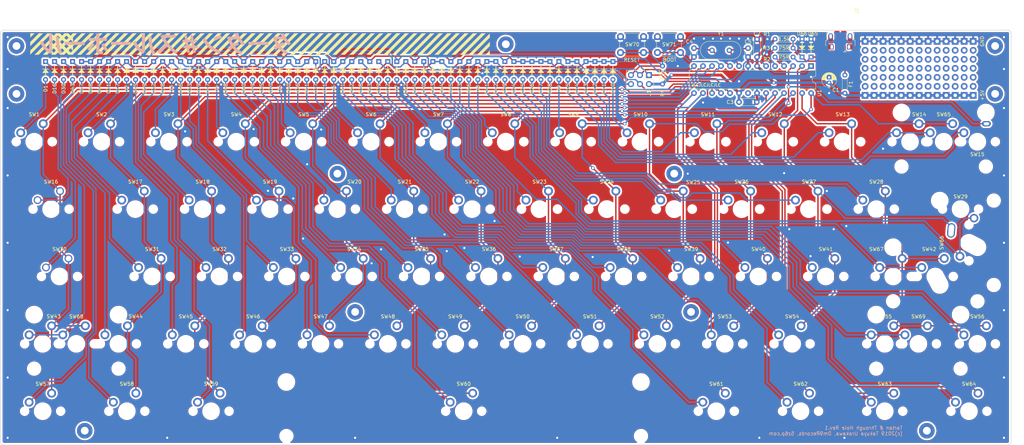
<source format=kicad_pcb>
(kicad_pcb (version 20171130) (host pcbnew "(5.1.6)-1")
  (layers (0 F.Cu signal) (31 B.Cu signal) (34 B.Paste user) (35 F.Paste user) (36 B.SilkS user) (37 F.SilkS user) (38 B.Mask user) (39 F.Mask user) (44 Edge.Cuts user))
  (net 0 "")
  (net 1 GND)
  (net 2 +5V)
  (net 3 "Net-(C4-Pad1)")
  (net 4 "Net-(C5-Pad1)")
  (net 5 /ROW0)
  (net 6 "Net-(D1-Pad2)")
  (net 7 "Net-(D2-Pad2)")
  (net 8 "Net-(D3-Pad2)")
  (net 9 "Net-(D4-Pad2)")
  (net 10 "Net-(D5-Pad2)")
  (net 11 "Net-(D6-Pad2)")
  (net 12 "Net-(D7-Pad2)")
  (net 13 "Net-(D8-Pad2)")
  (net 14 "Net-(D9-Pad2)")
  (net 15 "Net-(D10-Pad2)")
  (net 16 "Net-(D11-Pad2)")
  (net 17 "Net-(D12-Pad2)")
  (net 18 "Net-(D13-Pad2)")
  (net 19 /ROW3)
  (net 20 "Net-(D16-Pad2)")
  (net 21 /ROW1)
  (net 22 "Net-(D17-Pad2)")
  (net 23 "Net-(D18-Pad2)")
  (net 24 "Net-(D19-Pad2)")
  (net 25 "Net-(D20-Pad2)")
  (net 26 "Net-(D21-Pad2)")
  (net 27 "Net-(D22-Pad2)")
  (net 28 "Net-(D23-Pad2)")
  (net 29 "Net-(D24-Pad2)")
  (net 30 "Net-(D25-Pad2)")
  (net 31 "Net-(D26-Pad2)")
  (net 32 "Net-(D27-Pad2)")
  (net 33 /ROW2)
  (net 34 "Net-(D28-Pad2)")
  (net 35 "Net-(D29-Pad2)")
  (net 36 "Net-(D30-Pad2)")
  (net 37 "Net-(D31-Pad2)")
  (net 38 "Net-(D32-Pad2)")
  (net 39 "Net-(D33-Pad2)")
  (net 40 "Net-(D34-Pad2)")
  (net 41 "Net-(D35-Pad2)")
  (net 42 "Net-(D36-Pad2)")
  (net 43 "Net-(D37-Pad2)")
  (net 44 "Net-(D38-Pad2)")
  (net 45 "Net-(D39-Pad2)")
  (net 46 "Net-(D40-Pad2)")
  (net 47 "Net-(D41-Pad2)")
  (net 48 "Net-(D42-Pad2)")
  (net 49 "Net-(D43-Pad2)")
  (net 50 "Net-(D44-Pad2)")
  (net 51 "Net-(D45-Pad2)")
  (net 52 "Net-(D46-Pad2)")
  (net 53 "Net-(D47-Pad2)")
  (net 54 "Net-(F1-Pad1)")
  (net 55 /RESET)
  (net 56 /USB_D+)
  (net 57 /USB_D-)
  (net 58 /COL3)
  (net 59 /COL0)
  (net 60 /COL1)
  (net 61 /COL9)
  (net 62 /COL2)
  (net 63 /COL8)
  (net 64 /COL7)
  (net 65 /COL6)
  (net 66 /COL10)
  (net 67 /COL4)
  (net 68 /COL11)
  (net 69 /COL5)
  (net 70 "Net-(D14-Pad2)")
  (net 71 "Net-(D15-Pad2)")
  (net 72 "Net-(D48-Pad2)")
  (net 73 "Net-(D49-Pad2)")
  (net 74 "Net-(D50-Pad2)")
  (net 75 /COL12)
  (net 76 /ROW4)
  (net 77 "Net-(D51-Pad2)")
  (net 78 "Net-(D52-Pad2)")
  (net 79 "Net-(D53-Pad2)")
  (net 80 "Net-(D54-Pad2)")
  (net 81 "Net-(D55-Pad2)")
  (net 82 "Net-(D56-Pad2)")
  (net 83 "Net-(D57-Pad2)")
  (net 84 "Net-(D58-Pad2)")
  (net 85 "Net-(D59-Pad2)")
  (net 86 "Net-(D60-Pad2)")
  (net 87 "Net-(D61-Pad2)")
  (net 88 "Net-(D62-Pad2)")
  (net 89 "Net-(D63-Pad2)")
  (net 90 "Net-(D64-Pad2)")
  (net 91 "Net-(D65-Pad1)")
  (net 92 "Net-(D66-Pad1)")
  (module tartan:band (layer F.Cu) (at 106.962 34.826)
    (fp_text reference G*** hide)
    (fp_text value LOGO hide)
  )
  (module Connector_USB:USB_Micro-B_Amphenol_10103594-0001LF_Horizontal (layer F.Cu) (at 266.829845 32.875042 180)
    (fp_text reference J2 (at -4.699 8.255 270) (layer F.SilkS))
    (fp_text value USB_OTG)
    (pad 6 smd rect (at 0.935 1.385 270) (size 2.5 1.43) (layers F.Cu F.Paste F.Mask))
    (pad 6 smd rect (at -0.985 1.385 270) (size 2.5 1.43) (layers F.Cu F.Paste F.Mask))
    (pad 6 thru_hole oval (at 2.705 1.115 270) (size 1.7 1.35) (drill oval 1.2 0.7) (layers *.Cu *.Mask))
    (pad 6 thru_hole oval (at -2.755 1.115 270) (size 1.7 1.35) (drill oval 1.2 0.7) (layers *.Cu *.Mask))
    (pad 6 thru_hole oval (at 2.395 -1.885 270) (size 1.5 1.1) (drill oval 1.05 0.65) (layers *.Cu *.Mask))
    (pad 6 thru_hole oval (at -2.445 -1.885 270) (size 1.5 1.1) (drill oval 1.05 0.65) (layers *.Cu *.Mask))
    (pad 5 smd rect (at 1.275 -1.765 270) (size 1.65 0.4) (layers F.Cu F.Paste F.Mask) (net 1 GND))
    (pad 4 smd rect (at 0.625 -1.765 270) (size 1.65 0.4) (layers F.Cu F.Paste F.Mask))
    (pad 3 smd rect (at -0.025 -1.765 270) (size 1.65 0.4) (layers F.Cu F.Paste F.Mask) (net 91 "Net-(D65-Pad1)"))
    (pad 2 smd rect (at -0.675 -1.765 270) (size 1.65 0.4) (layers F.Cu F.Paste F.Mask) (net 92 "Net-(D66-Pad1)"))
    (pad 1 smd rect (at -1.325 -1.765 270) (size 1.65 0.4) (layers F.Cu F.Paste F.Mask) (net 54 "Net-(F1-Pad1)"))
    (pad 6 smd rect (at 2.875 -1.885 180) (size 2 1.5) (layers F.Cu F.Paste F.Mask))
    (pad 6 smd rect (at -2.875 -1.865 180) (size 2 1.5) (layers F.Cu F.Paste F.Mask))
    (pad 6 smd rect (at 2.975 -0.565 180) (size 1.825 0.7) (layers F.Cu F.Paste F.Mask))
    (pad 6 smd rect (at -2.975 -0.565 180) (size 1.825 0.7) (layers F.Cu F.Paste F.Mask))
    (pad 6 smd rect (at -2.755 0.185 180) (size 1.35 2) (layers F.Cu F.Paste F.Mask))
    (pad 6 smd rect (at 2.725 0.185 180) (size 1.35 2) (layers F.Cu F.Paste F.Mask))
  )
  (module SMKJP:Stab_MX_2u (layer F.Cu) (at 303.125 90 270)
    (fp_text reference STAB5 hide)
    (fp_text value 2U)
    (pad "" np_thru_hole circle (at 11.9 -7 270) (size 3.05 3.05) (drill 3.05) (layers *.Cu *.Mask))
    (pad "" np_thru_hole circle (at -11.9 -7 270) (size 3.05 3.05) (drill 3.05) (layers *.Cu *.Mask))
    (pad "" np_thru_hole circle (at -11.9 8.24 270) (size 4 4) (drill 4) (layers *.Cu *.Mask))
  )
  (module SMKJP:Stab_MX_2u (layer F.Cu) (at 293.625 99.5 180)
    (fp_text reference STAB3 hide)
    (fp_text value 2U)
    (pad "" np_thru_hole circle (at 11.9 -7 180) (size 3.05 3.05) (drill 3.05) (layers *.Cu *.Mask))
    (pad "" np_thru_hole circle (at -11.9 -7 180) (size 3.05 3.05) (drill 3.05) (layers *.Cu *.Mask))
    (pad "" np_thru_hole circle (at 11.9 8.24 180) (size 4 4) (drill 4) (layers *.Cu *.Mask))
  )
  (module SMKJP:SW_Cherry_MX1A_1.00u_PCB (layer F.Cu) (at 293.625 99.5)
    (fp_text reference SW42 (at -1.751 -7.7) (layer F.SilkS))
    (fp_text value SW_Push hide)
    (pad 2 thru_hole circle (at 2.54 -5.08) (size 2.5 2.5) (drill 1.5) (layers *.Cu *.Mask) (net 75 /COL12))
    (pad 1 thru_hole circle (at -3.81 -2.54) (size 2.5 2.5) (drill 1.5) (layers *.Cu *.Mask) (net 48 "Net-(D42-Pad2)"))
    (pad "" np_thru_hole oval (at 0.63 1.2 27.7) (size 4 6.710646) (drill oval 4 6.710646) (layers *.Cu *.Mask))
    (pad "" np_thru_hole circle (at 5.08 0) (size 1.7 1.7) (drill 1.7) (layers *.Cu *.Mask))
  )
  (module SMKJP:SW_Cherry_MX1A_1.00u_PCB (layer F.Cu) (at 296 61.5)
    (fp_text reference SW65 (at 0 -7.7) (layer F.SilkS))
    (fp_text value SW_Push hide)
    (pad 2 thru_hole circle (at 2.54 -5.08) (size 2.5 2.5) (drill 1.5) (layers *.Cu *.Mask) (net 61 /COL9))
    (pad 1 thru_hole circle (at -3.81 -2.54) (size 2.5 2.5) (drill 1.5) (layers *.Cu *.Mask) (net 70 "Net-(D14-Pad2)"))
    (pad "" np_thru_hole circle (at 0 0) (size 4 4) (drill 4) (layers *.Cu *.Mask))
    (pad "" np_thru_hole oval (at -4.75 0) (size 2.36 1.7) (drill oval 2.36 1.7) (layers *.Cu *.Mask))
  )
  (module SMKJP:SW_Cherry_MX1A_1.00u_PCB (layer F.Cu) (at 286.5 61.5)
    (fp_text reference SW14 (at 2.58 -7.7) (layer F.SilkS))
    (fp_text value SW_Push hide)
    (pad 2 thru_hole circle (at 2.54 -5.08) (size 2.5 2.5) (drill 1.5) (layers *.Cu *.Mask) (net 61 /COL9))
    (pad 1 thru_hole circle (at -3.81 -2.54) (size 2.5 2.5) (drill 1.5) (layers *.Cu *.Mask) (net 70 "Net-(D14-Pad2)"))
    (pad "" np_thru_hole circle (at 0 0) (size 4 4) (drill 4) (layers *.Cu *.Mask))
    (pad "" np_thru_hole circle (at -5.08 0) (size 1.7 1.7) (drill 1.7) (layers *.Cu *.Mask))
  )
  (module SMKJP:SW_Cherry_MX1A_1.75u_PCB (layer F.Cu) (at 279.375 118.5)
    (fp_text reference SW55 (at 0 -7.7) (layer F.SilkS))
    (fp_text value SW_Push hide)
    (pad 2 thru_hole circle (at 2.54 -5.08) (size 2.5 2.5) (drill 1.5) (layers *.Cu *.Mask) (net 75 /COL12))
    (pad 1 thru_hole circle (at -3.81 -2.54) (size 2.5 2.5) (drill 1.5) (layers *.Cu *.Mask) (net 81 "Net-(D55-Pad2)"))
    (pad "" np_thru_hole circle (at 0 0) (size 4 4) (drill 4) (layers *.Cu *.Mask))
    (pad "" np_thru_hole circle (at -5.08 0) (size 1.7 1.7) (drill 1.7) (layers *.Cu *.Mask))
  )
  (module SMKJP:SW_Cherry_MX1A_1.00u_PCB (layer F.Cu) (at 51.375 118.5)
    (fp_text reference SW68 (at 0 -7.7) (layer F.SilkS))
    (fp_text value SW_Push hide)
    (pad 2 thru_hole circle (at 2.54 -5.08) (size 2.5 2.5) (drill 1.5) (layers *.Cu *.Mask) (net 59 /COL0))
    (pad 1 thru_hole circle (at -3.81 -2.54) (size 2.5 2.5) (drill 1.5) (layers *.Cu *.Mask) (net 49 "Net-(D43-Pad2)"))
    (pad "" np_thru_hole circle (at 0 0) (size 4 4) (drill 4) (layers *.Cu *.Mask))
  )
  (module SMKJP:SW_Cherry_MX1A_1.00u_PCB (layer F.Cu) (at 288.875 118.5)
    (fp_text reference SW69 (at 0 -7.7) (layer F.SilkS))
    (fp_text value SW_Push hide)
    (pad 2 thru_hole circle (at 2.54 -5.08) (size 2.5 2.5) (drill 1.5) (layers *.Cu *.Mask) (net 75 /COL12))
    (pad 1 thru_hole circle (at -3.81 -2.54) (size 2.5 2.5) (drill 1.5) (layers *.Cu *.Mask) (net 81 "Net-(D55-Pad2)"))
    (pad "" np_thru_hole circle (at 0 0) (size 4 4) (drill 4) (layers *.Cu *.Mask))
    (pad "" np_thru_hole oval (at -4.75 0) (size 2.36 1.7) (drill oval 2.36 1.7) (layers *.Cu *.Mask))
    (pad "" np_thru_hole circle (at 5.08 0) (size 1.7 1.7) (drill 1.7) (layers *.Cu *.Mask))
  )
  (module SMKJP:SW_Cherry_MX1A_1.00u_PCB (layer F.Cu) (at 305.5 118.5)
    (fp_text reference SW56 (at 0 -7.7) (layer F.SilkS))
    (fp_text value SW_Push hide)
    (pad 2 thru_hole circle (at 2.54 -5.08) (size 2.5 2.5) (drill 1.5) (layers *.Cu *.Mask) (net 75 /COL12))
    (pad 1 thru_hole circle (at -3.81 -2.54) (size 2.5 2.5) (drill 1.5) (layers *.Cu *.Mask) (net 82 "Net-(D56-Pad2)"))
    (pad "" np_thru_hole circle (at 0 0) (size 4 4) (drill 4) (layers *.Cu *.Mask))
    (pad "" np_thru_hole circle (at -5.08 0) (size 1.7 1.7) (drill 1.7) (layers *.Cu *.Mask))
    (pad "" np_thru_hole circle (at 5.08 0) (size 1.7 1.7) (drill 1.7) (layers *.Cu *.Mask))
  )
  (module SMKJP:SW_Cherry_MX1A_1.25u_PCB (layer F.Cu) (at 303.125 137.5)
    (fp_text reference SW64 (at 0 -7.7) (layer F.SilkS))
    (fp_text value SW_Push hide)
    (pad 2 thru_hole circle (at 2.54 -5.08) (size 2.5 2.5) (drill 1.5) (layers *.Cu *.Mask) (net 64 /COL7))
    (pad 1 thru_hole circle (at -3.81 -2.54) (size 2.5 2.5) (drill 1.5) (layers *.Cu *.Mask) (net 90 "Net-(D64-Pad2)"))
    (pad "" np_thru_hole circle (at 0 0) (size 4 4) (drill 4) (layers *.Cu *.Mask))
    (pad "" np_thru_hole circle (at -5.08 0) (size 1.7 1.7) (drill 1.7) (layers *.Cu *.Mask))
    (pad "" np_thru_hole circle (at 5.08 0) (size 1.7 1.7) (drill 1.7) (layers *.Cu *.Mask))
  )
  (module SMKJP:SW_Cherry_MX1A_1.25u_PCB (layer F.Cu) (at 279.375 137.5)
    (fp_text reference SW63 (at 0 -7.7) (layer F.SilkS))
    (fp_text value SW_Push hide)
    (pad 2 thru_hole circle (at 2.54 -5.08) (size 2.5 2.5) (drill 1.5) (layers *.Cu *.Mask) (net 65 /COL6))
    (pad 1 thru_hole circle (at -3.81 -2.54) (size 2.5 2.5) (drill 1.5) (layers *.Cu *.Mask) (net 89 "Net-(D63-Pad2)"))
    (pad "" np_thru_hole circle (at 0 0) (size 4 4) (drill 4) (layers *.Cu *.Mask))
    (pad "" np_thru_hole circle (at -5.08 0) (size 1.7 1.7) (drill 1.7) (layers *.Cu *.Mask))
    (pad "" np_thru_hole circle (at 5.08 0) (size 1.7 1.7) (drill 1.7) (layers *.Cu *.Mask))
  )
  (module SMKJP:SW_Cherry_MX1A_1.25u_PCB (layer F.Cu) (at 255.625 137.5)
    (fp_text reference SW62 (at 0 -7.7) (layer F.SilkS))
    (fp_text value SW_Push hide)
    (pad 2 thru_hole circle (at 2.54 -5.08) (size 2.5 2.5) (drill 1.5) (layers *.Cu *.Mask) (net 69 /COL5))
    (pad 1 thru_hole circle (at -3.81 -2.54) (size 2.5 2.5) (drill 1.5) (layers *.Cu *.Mask) (net 88 "Net-(D62-Pad2)"))
    (pad "" np_thru_hole circle (at 0 0) (size 4 4) (drill 4) (layers *.Cu *.Mask))
    (pad "" np_thru_hole circle (at -5.08 0) (size 1.7 1.7) (drill 1.7) (layers *.Cu *.Mask))
    (pad "" np_thru_hole circle (at 5.08 0) (size 1.7 1.7) (drill 1.7) (layers *.Cu *.Mask))
  )
  (module SMKJP:SW_Cherry_MX1A_1.25u_PCB (layer F.Cu) (at 231.875 137.5)
    (fp_text reference SW61 (at 0 -7.7) (layer F.SilkS))
    (fp_text value SW_Push hide)
    (pad 2 thru_hole circle (at 2.54 -5.08) (size 2.5 2.5) (drill 1.5) (layers *.Cu *.Mask) (net 67 /COL4))
    (pad 1 thru_hole circle (at -3.81 -2.54) (size 2.5 2.5) (drill 1.5) (layers *.Cu *.Mask) (net 87 "Net-(D61-Pad2)"))
    (pad "" np_thru_hole circle (at 0 0) (size 4 4) (drill 4) (layers *.Cu *.Mask))
    (pad "" np_thru_hole circle (at -5.08 0) (size 1.7 1.7) (drill 1.7) (layers *.Cu *.Mask))
    (pad "" np_thru_hole circle (at 5.08 0) (size 1.7 1.7) (drill 1.7) (layers *.Cu *.Mask))
  )
  (module SMKJP:SW_Cherry_MX1A_1.25u_PCB (layer F.Cu) (at 89.375 137.5)
    (fp_text reference SW59 (at 0 -7.7) (layer F.SilkS))
    (fp_text value SW_Push hide)
    (pad 2 thru_hole circle (at 2.54 -5.08) (size 2.5 2.5) (drill 1.5) (layers *.Cu *.Mask) (net 62 /COL2))
    (pad 1 thru_hole circle (at -3.81 -2.54) (size 2.5 2.5) (drill 1.5) (layers *.Cu *.Mask) (net 85 "Net-(D59-Pad2)"))
    (pad "" np_thru_hole circle (at 0 0) (size 4 4) (drill 4) (layers *.Cu *.Mask))
    (pad "" np_thru_hole circle (at -5.08 0) (size 1.7 1.7) (drill 1.7) (layers *.Cu *.Mask))
    (pad "" np_thru_hole circle (at 5.08 0) (size 1.7 1.7) (drill 1.7) (layers *.Cu *.Mask))
  )
  (module SMKJP:SW_Cherry_MX1A_1.25u_PCB (layer F.Cu) (at 65.625 137.5)
    (fp_text reference SW58 (at 0 -7.7) (layer F.SilkS))
    (fp_text value SW_Push hide)
    (pad 2 thru_hole circle (at 2.54 -5.08) (size 2.5 2.5) (drill 1.5) (layers *.Cu *.Mask) (net 60 /COL1))
    (pad 1 thru_hole circle (at -3.81 -2.54) (size 2.5 2.5) (drill 1.5) (layers *.Cu *.Mask) (net 84 "Net-(D58-Pad2)"))
    (pad "" np_thru_hole circle (at 0 0) (size 4 4) (drill 4) (layers *.Cu *.Mask))
    (pad "" np_thru_hole circle (at -5.08 0) (size 1.7 1.7) (drill 1.7) (layers *.Cu *.Mask))
    (pad "" np_thru_hole circle (at 5.08 0) (size 1.7 1.7) (drill 1.7) (layers *.Cu *.Mask))
  )
  (module SMKJP:SW_Cherry_MX1A_1.25u_PCB (layer F.Cu) (at 41.875 137.5)
    (fp_text reference SW57 (at 0 -7.7) (layer F.SilkS))
    (fp_text value SW_Push hide)
    (pad 2 thru_hole circle (at 2.54 -5.08) (size 2.5 2.5) (drill 1.5) (layers *.Cu *.Mask) (net 59 /COL0))
    (pad 1 thru_hole circle (at -3.81 -2.54) (size 2.5 2.5) (drill 1.5) (layers *.Cu *.Mask) (net 83 "Net-(D57-Pad2)"))
    (pad "" np_thru_hole circle (at 0 0) (size 4 4) (drill 4) (layers *.Cu *.Mask))
    (pad "" np_thru_hole circle (at -5.08 0) (size 1.7 1.7) (drill 1.7) (layers *.Cu *.Mask))
    (pad "" np_thru_hole circle (at 5.08 0) (size 1.7 1.7) (drill 1.7) (layers *.Cu *.Mask))
  )
  (module SMKJP:SW_Cherry_MX1A_1.50u_PCB (layer F.Cu) (at 303.125 90 90)
    (fp_text reference SW66 (at 0 -7.7 90) (layer F.SilkS))
    (fp_text value SW_Push hide)
    (pad 1 thru_hole circle (at -3.81 -2.54 90) (size 2.5 2.5) (drill 1.5) (layers *.Cu *.Mask) (net 35 "Net-(D29-Pad2)"))
    (pad "" np_thru_hole oval (at -0.63 1.2 62.3) (size 4 6.710646) (drill oval 4 6.710646) (layers *.Cu *.Mask))
    (pad "" np_thru_hole circle (at -5.08 0 90) (size 1.7 1.7) (drill 1.7) (layers *.Cu *.Mask))
    (pad "" np_thru_hole circle (at 5.08 0 90) (size 1.7 1.7) (drill 1.7) (layers *.Cu *.Mask))
  )
  (module SMKJP:SW_Cherry_MX1A_1.50u_PCB (layer F.Cu) (at 300.75 80.5 180)
    (fp_text reference SW29 (at 0 3.51 180) (layer F.SilkS))
    (fp_text value SW_Push hide)
    (pad 1 thru_hole circle (at -3.81 -2.54 180) (size 2.4 2.4) (drill 1.5) (layers *.Cu *.Mask) (net 35 "Net-(D29-Pad2)"))
    (pad "" np_thru_hole circle (at 0 0 180) (size 4 4) (drill 4) (layers *.Cu *.Mask))
    (pad "" np_thru_hole circle (at -5.08 0 180) (size 1.7 1.7) (drill 1.7) (layers *.Cu *.Mask))
    (pad "" np_thru_hole circle (at 5.08 0 180) (size 1.7 1.7) (drill 1.7) (layers *.Cu *.Mask))
    (pad 2 thru_hole oval (at 2.6225 -6.02 85) (size 4.1 2.2) (drill oval 3.4 1.5) (layers *.Cu *.Mask) (net 68 /COL11))
  )
  (module tartan:universal_area (layer F.Cu) (at 273.84 48.415)
    (fp_text reference TH1 hide)
    (fp_text value "universal area")
    (pad 2 thru_hole rect (at 22.86 -15.24) (size 1.9 1.9) (drill 1) (layers *.Cu *.Mask) (net 1 GND))
    (pad 2 thru_hole rect (at 25.4 -15.24) (size 1.9 1.9) (drill 1) (layers *.Cu *.Mask) (net 1 GND))
    (pad 2 thru_hole rect (at 20.32 -15.24) (size 1.9 1.9) (drill 1) (layers *.Cu *.Mask) (net 1 GND))
    (pad 2 thru_hole rect (at 12.7 -15.24) (size 1.9 1.9) (drill 1) (layers *.Cu *.Mask) (net 1 GND))
    (pad 2 thru_hole rect (at 15.24 -15.24) (size 1.9 1.9) (drill 1) (layers *.Cu *.Mask) (net 1 GND))
    (pad 2 thru_hole rect (at 17.78 -15.24) (size 1.9 1.9) (drill 1) (layers *.Cu *.Mask) (net 1 GND))
    (pad 2 thru_hole rect (at 10.16 -15.24) (size 1.9 1.9) (drill 1) (layers *.Cu *.Mask) (net 1 GND))
    (pad 2 thru_hole rect (at 7.62 -15.24) (size 1.9 1.9) (drill 1) (layers *.Cu *.Mask) (net 1 GND))
    (pad 2 thru_hole rect (at 5.08 -15.24) (size 1.9 1.9) (drill 1) (layers *.Cu *.Mask) (net 1 GND))
    (pad 2 thru_hole rect (at 2.54 -15.24) (size 1.9 1.9) (drill 1) (layers *.Cu *.Mask) (net 1 GND))
    (pad 2 thru_hole rect (at 0 -15.24) (size 1.9 1.9) (drill 1) (layers *.Cu *.Mask) (net 1 GND))
    (pad 1 thru_hole rect (at 25.4 0) (size 1.9 1.9) (drill 1) (layers *.Cu *.Mask) (net 2 +5V))
    (pad 1 thru_hole rect (at 20.32 0) (size 1.9 1.9) (drill 1) (layers *.Cu *.Mask) (net 2 +5V))
    (pad 1 thru_hole rect (at 22.86 0) (size 1.9 1.9) (drill 1) (layers *.Cu *.Mask) (net 2 +5V))
    (pad 1 thru_hole rect (at 17.78 0) (size 1.9 1.9) (drill 1) (layers *.Cu *.Mask) (net 2 +5V))
    (pad 1 thru_hole rect (at 10.16 0) (size 1.9 1.9) (drill 1) (layers *.Cu *.Mask) (net 2 +5V))
    (pad 1 thru_hole rect (at 12.7 0) (size 1.9 1.9) (drill 1) (layers *.Cu *.Mask) (net 2 +5V))
    (pad 1 thru_hole rect (at 15.24 0) (size 1.9 1.9) (drill 1) (layers *.Cu *.Mask) (net 2 +5V))
    (pad 1 thru_hole rect (at 7.62 0) (size 1.9 1.9) (drill 1) (layers *.Cu *.Mask) (net 2 +5V))
    (pad 1 thru_hole rect (at 5.08 0) (size 1.9 1.9) (drill 1) (layers *.Cu *.Mask) (net 2 +5V))
    (pad 1 thru_hole rect (at 2.54 0) (size 1.9 1.9) (drill 1) (layers *.Cu *.Mask) (net 2 +5V))
    (pad ~ thru_hole circle (at 20.32 -12.7) (size 1.9 1.9) (drill 1) (layers *.Cu *.Mask))
    (pad ~ thru_hole circle (at 7.62 -10.16) (size 1.9 1.9) (drill 1) (layers *.Cu *.Mask))
    (pad ~ thru_hole circle (at 22.86 -12.7) (size 1.9 1.9) (drill 1) (layers *.Cu *.Mask))
    (pad ~ thru_hole circle (at 12.7 -12.7) (size 1.9 1.9) (drill 1) (layers *.Cu *.Mask))
    (pad ~ thru_hole circle (at 25.4 -12.7) (size 1.9 1.9) (drill 1) (layers *.Cu *.Mask))
    (pad ~ thru_hole circle (at 10.16 -12.7) (size 1.9 1.9) (drill 1) (layers *.Cu *.Mask))
    (pad ~ thru_hole circle (at 17.78 -12.7) (size 1.9 1.9) (drill 1) (layers *.Cu *.Mask))
    (pad ~ thru_hole circle (at 0 -12.7) (size 1.9 1.9) (drill 1) (layers *.Cu *.Mask))
    (pad ~ thru_hole circle (at 15.24 -12.7) (size 1.9 1.9) (drill 1) (layers *.Cu *.Mask))
    (pad ~ thru_hole circle (at 7.62 -12.7) (size 1.9 1.9) (drill 1) (layers *.Cu *.Mask))
    (pad ~ thru_hole circle (at 2.54 -12.7) (size 1.9 1.9) (drill 1) (layers *.Cu *.Mask))
    (pad ~ thru_hole circle (at 12.7 -10.16) (size 1.9 1.9) (drill 1) (layers *.Cu *.Mask))
    (pad ~ thru_hole circle (at 5.08 -12.7) (size 1.9 1.9) (drill 1) (layers *.Cu *.Mask))
    (pad ~ thru_hole circle (at 25.4 -10.16) (size 1.9 1.9) (drill 1) (layers *.Cu *.Mask))
    (pad ~ thru_hole circle (at 17.78 -10.16) (size 1.9 1.9) (drill 1) (layers *.Cu *.Mask))
    (pad ~ thru_hole circle (at 5.08 -10.16) (size 1.9 1.9) (drill 1) (layers *.Cu *.Mask))
    (pad ~ thru_hole circle (at 15.24 -10.16) (size 1.9 1.9) (drill 1) (layers *.Cu *.Mask))
    (pad ~ thru_hole circle (at 10.16 -10.16) (size 1.9 1.9) (drill 1) (layers *.Cu *.Mask))
    (pad ~ thru_hole circle (at 22.86 -7.62) (size 1.9 1.9) (drill 1) (layers *.Cu *.Mask))
    (pad ~ thru_hole circle (at 15.24 -7.62) (size 1.9 1.9) (drill 1) (layers *.Cu *.Mask))
    (pad ~ thru_hole circle (at 10.16 -7.62) (size 1.9 1.9) (drill 1) (layers *.Cu *.Mask))
    (pad ~ thru_hole circle (at 25.4 -7.62) (size 1.9 1.9) (drill 1) (layers *.Cu *.Mask))
    (pad ~ thru_hole circle (at 7.62 -7.62) (size 1.9 1.9) (drill 1) (layers *.Cu *.Mask))
    (pad ~ thru_hole circle (at 5.08 -7.62) (size 1.9 1.9) (drill 1) (layers *.Cu *.Mask))
    (pad ~ thru_hole circle (at 0 -7.62) (size 1.9 1.9) (drill 1) (layers *.Cu *.Mask))
    (pad ~ thru_hole circle (at 12.7 -7.62) (size 1.9 1.9) (drill 1) (layers *.Cu *.Mask))
    (pad ~ thru_hole circle (at 17.78 -7.62) (size 1.9 1.9) (drill 1) (layers *.Cu *.Mask))
    (pad ~ thru_hole circle (at 2.54 -7.62) (size 1.9 1.9) (drill 1) (layers *.Cu *.Mask))
    (pad ~ thru_hole circle (at 0 -10.16) (size 1.9 1.9) (drill 1) (layers *.Cu *.Mask))
    (pad ~ thru_hole circle (at 2.54 -10.16) (size 1.9 1.9) (drill 1) (layers *.Cu *.Mask))
    (pad ~ thru_hole circle (at 20.32 -10.16) (size 1.9 1.9) (drill 1) (layers *.Cu *.Mask))
    (pad ~ thru_hole circle (at 20.32 -7.62) (size 1.9 1.9) (drill 1) (layers *.Cu *.Mask))
    (pad ~ thru_hole circle (at 22.86 -10.16) (size 1.9 1.9) (drill 1) (layers *.Cu *.Mask))
    (pad ~ thru_hole circle (at 12.7 -5.08) (size 1.9 1.9) (drill 1) (layers *.Cu *.Mask))
    (pad ~ thru_hole circle (at 7.62 -5.08) (size 1.9 1.9) (drill 1) (layers *.Cu *.Mask))
    (pad ~ thru_hole circle (at 25.4 -5.08) (size 1.9 1.9) (drill 1) (layers *.Cu *.Mask))
    (pad ~ thru_hole circle (at 2.54 -5.08) (size 1.9 1.9) (drill 1) (layers *.Cu *.Mask))
    (pad ~ thru_hole circle (at 20.32 -5.08) (size 1.9 1.9) (drill 1) (layers *.Cu *.Mask))
    (pad ~ thru_hole circle (at 22.86 -5.08) (size 1.9 1.9) (drill 1) (layers *.Cu *.Mask))
    (pad ~ thru_hole circle (at 17.78 -5.08) (size 1.9 1.9) (drill 1) (layers *.Cu *.Mask))
    (pad ~ thru_hole circle (at 5.08 -5.08) (size 1.9 1.9) (drill 1) (layers *.Cu *.Mask))
    (pad ~ thru_hole circle (at 15.24 -5.08) (size 1.9 1.9) (drill 1) (layers *.Cu *.Mask))
    (pad ~ thru_hole circle (at 10.16 -5.08) (size 1.9 1.9) (drill 1) (layers *.Cu *.Mask))
    (pad ~ thru_hole circle (at 0 -5.08) (size 1.9 1.9) (drill 1) (layers *.Cu *.Mask))
    (pad ~ thru_hole circle (at 12.7 -2.54) (size 1.9 1.9) (drill 1) (layers *.Cu *.Mask))
    (pad ~ thru_hole circle (at 7.62 -2.54) (size 1.9 1.9) (drill 1) (layers *.Cu *.Mask))
    (pad ~ thru_hole circle (at 25.4 -2.54) (size 1.9 1.9) (drill 1) (layers *.Cu *.Mask))
    (pad ~ thru_hole circle (at 2.54 -2.54) (size 1.9 1.9) (drill 1) (layers *.Cu *.Mask))
    (pad ~ thru_hole circle (at 20.32 -2.54) (size 1.9 1.9) (drill 1) (layers *.Cu *.Mask))
    (pad ~ thru_hole circle (at 22.86 -2.54) (size 1.9 1.9) (drill 1) (layers *.Cu *.Mask))
    (pad ~ thru_hole circle (at 17.78 -2.54) (size 1.9 1.9) (drill 1) (layers *.Cu *.Mask))
    (pad ~ thru_hole circle (at 5.08 -2.54) (size 1.9 1.9) (drill 1) (layers *.Cu *.Mask))
    (pad ~ thru_hole circle (at 15.24 -2.54) (size 1.9 1.9) (drill 1) (layers *.Cu *.Mask))
    (pad ~ thru_hole circle (at 10.16 -2.54) (size 1.9 1.9) (drill 1) (layers *.Cu *.Mask))
    (pad ~ thru_hole circle (at 0 -2.54) (size 1.9 1.9) (drill 1) (layers *.Cu *.Mask))
    (pad 1 thru_hole rect (at 0 0) (size 1.9 1.9) (drill 1) (layers *.Cu *.Mask) (net 2 +5V))
    (pad ~ thru_hole circle (at 27.94 -10.16) (size 1.9 1.9) (drill 1) (layers *.Cu *.Mask))
    (pad ~ thru_hole circle (at 27.94 -5.08) (size 1.9 1.9) (drill 1) (layers *.Cu *.Mask))
    (pad ~ thru_hole circle (at 30.48 -5.08) (size 1.9 1.9) (drill 1) (layers *.Cu *.Mask))
    (pad ~ thru_hole circle (at 30.48 -2.54) (size 1.9 1.9) (drill 1) (layers *.Cu *.Mask))
    (pad ~ thru_hole circle (at 27.94 -2.54) (size 1.9 1.9) (drill 1) (layers *.Cu *.Mask))
    (pad ~ thru_hole circle (at 30.48 -12.7) (size 1.9 1.9) (drill 1) (layers *.Cu *.Mask))
    (pad 2 thru_hole rect (at 30.48 -15.24) (size 1.9 1.9) (drill 1) (layers *.Cu *.Mask) (net 1 GND))
    (pad ~ thru_hole circle (at 27.94 -7.62) (size 1.9 1.9) (drill 1) (layers *.Cu *.Mask))
    (pad ~ thru_hole circle (at 27.94 -12.7) (size 1.9 1.9) (drill 1) (layers *.Cu *.Mask))
    (pad ~ thru_hole circle (at 30.48 -10.16) (size 1.9 1.9) (drill 1) (layers *.Cu *.Mask))
    (pad 1 thru_hole rect (at 27.94 0) (size 1.9 1.9) (drill 1) (layers *.Cu *.Mask) (net 2 +5V))
    (pad 1 thru_hole rect (at 30.48 0) (size 1.9 1.9) (drill 1) (layers *.Cu *.Mask) (net 2 +5V))
    (pad 2 thru_hole rect (at 27.94 -15.24) (size 1.9 1.9) (drill 1) (layers *.Cu *.Mask) (net 1 GND))
    (pad ~ thru_hole circle (at 30.48 -7.62) (size 1.9 1.9) (drill 1) (layers *.Cu *.Mask))
  )
  (module tartan:logo1 (layer B.Cu) (at 76.736 34.826 180)
    (fp_text reference G*** hide)
    (fp_text value LOGO hide)
  )
  (module SMKJP:SW_Cherry_MX1A_1.00u_PCB (layer F.Cu) (at 248.5 61.5)
    (fp_text reference SW12 (at 0 -7.7) (layer F.SilkS))
    (fp_text value SW_Push hide)
    (pad 2 thru_hole circle (at 2.54 -5.08) (size 2.5 2.5) (drill 1.5) (layers *.Cu *.Mask) (net 68 /COL11))
    (pad 1 thru_hole circle (at -3.81 -2.54) (size 2.5 2.5) (drill 1.5) (layers *.Cu *.Mask) (net 17 "Net-(D12-Pad2)"))
    (pad "" np_thru_hole circle (at 0 0) (size 4 4) (drill 4) (layers *.Cu *.Mask))
    (pad "" np_thru_hole circle (at -5.08 0) (size 1.7 1.7) (drill 1.7) (layers *.Cu *.Mask))
    (pad "" np_thru_hole circle (at 5.08 0) (size 1.7 1.7) (drill 1.7) (layers *.Cu *.Mask))
  )
  (module Housings_DIP:DIP-28_W7.62mm (layer F.Cu) (at 258.6 40.16 270)
    (fp_text reference U1 (at 7.62 -2.33 270) (layer F.SilkS))
    (fp_text value ATMEGA328-PU)
    (pad 28 thru_hole oval (at 7.62 0 270) (size 1.6 1.6) (drill 0.8) (layers *.Cu *.Mask) (net 61 /COL9))
    (pad 14 thru_hole oval (at 0 33.02 270) (size 1.6 1.6) (drill 0.8) (layers *.Cu *.Mask) (net 19 /ROW3))
    (pad 27 thru_hole oval (at 7.62 2.54 270) (size 1.6 1.6) (drill 0.8) (layers *.Cu *.Mask) (net 75 /COL12))
    (pad 13 thru_hole oval (at 0 30.48 270) (size 1.6 1.6) (drill 0.8) (layers *.Cu *.Mask) (net 59 /COL0))
    (pad 26 thru_hole oval (at 7.62 5.08 270) (size 1.6 1.6) (drill 0.8) (layers *.Cu *.Mask) (net 63 /COL8))
    (pad 12 thru_hole oval (at 0 27.94 270) (size 1.6 1.6) (drill 0.8) (layers *.Cu *.Mask) (net 60 /COL1))
    (pad 25 thru_hole oval (at 7.62 7.62 270) (size 1.6 1.6) (drill 0.8) (layers *.Cu *.Mask) (net 64 /COL7))
    (pad 11 thru_hole oval (at 0 25.4 270) (size 1.6 1.6) (drill 0.8) (layers *.Cu *.Mask) (net 62 /COL2))
    (pad 24 thru_hole oval (at 7.62 10.16 270) (size 1.6 1.6) (drill 0.8) (layers *.Cu *.Mask) (net 65 /COL6))
    (pad 10 thru_hole oval (at 0 22.86 270) (size 1.6 1.6) (drill 0.8) (layers *.Cu *.Mask) (net 3 "Net-(C4-Pad1)"))
    (pad 23 thru_hole oval (at 7.62 12.7 270) (size 1.6 1.6) (drill 0.8) (layers *.Cu *.Mask) (net 76 /ROW4))
    (pad 9 thru_hole oval (at 0 20.32 270) (size 1.6 1.6) (drill 0.8) (layers *.Cu *.Mask) (net 4 "Net-(C5-Pad1)"))
    (pad 22 thru_hole oval (at 7.62 15.24 270) (size 1.6 1.6) (drill 0.8) (layers *.Cu *.Mask) (net 1 GND))
    (pad 8 thru_hole oval (at 0 17.78 270) (size 1.6 1.6) (drill 0.8) (layers *.Cu *.Mask) (net 1 GND))
    (pad 21 thru_hole oval (at 7.62 17.78 270) (size 1.6 1.6) (drill 0.8) (layers *.Cu *.Mask))
    (pad 7 thru_hole oval (at 0 15.24 270) (size 1.6 1.6) (drill 0.8) (layers *.Cu *.Mask) (net 2 +5V))
    (pad 20 thru_hole oval (at 7.62 20.32 270) (size 1.6 1.6) (drill 0.8) (layers *.Cu *.Mask) (net 2 +5V))
    (pad 6 thru_hole oval (at 0 12.7 270) (size 1.6 1.6) (drill 0.8) (layers *.Cu *.Mask) (net 58 /COL3))
    (pad 19 thru_hole oval (at 7.62 22.86 270) (size 1.6 1.6) (drill 0.8) (layers *.Cu *.Mask) (net 21 /ROW1))
    (pad 5 thru_hole oval (at 0 10.16 270) (size 1.6 1.6) (drill 0.8) (layers *.Cu *.Mask) (net 57 /USB_D-))
    (pad 18 thru_hole oval (at 7.62 25.4 270) (size 1.6 1.6) (drill 0.8) (layers *.Cu *.Mask) (net 5 /ROW0))
    (pad 4 thru_hole oval (at 0 7.62 270) (size 1.6 1.6) (drill 0.8) (layers *.Cu *.Mask) (net 56 /USB_D+))
    (pad 17 thru_hole oval (at 7.62 27.94 270) (size 1.6 1.6) (drill 0.8) (layers *.Cu *.Mask) (net 33 /ROW2))
    (pad 3 thru_hole oval (at 0 5.08 270) (size 1.6 1.6) (drill 0.8) (layers *.Cu *.Mask) (net 66 /COL10))
    (pad 16 thru_hole oval (at 7.62 30.48 270) (size 1.6 1.6) (drill 0.8) (layers *.Cu *.Mask) (net 69 /COL5))
    (pad 2 thru_hole oval (at 0 2.54 270) (size 1.6 1.6) (drill 0.8) (layers *.Cu *.Mask) (net 68 /COL11))
    (pad 15 thru_hole oval (at 7.62 33.02 270) (size 1.6 1.6) (drill 0.8) (layers *.Cu *.Mask) (net 67 /COL4))
    (pad 1 thru_hole rect (at 0 0 270) (size 1.6 1.6) (drill 0.8) (layers *.Cu *.Mask) (net 55 /RESET))
  )
  (module dm9_rc:D_DO-35_SOD27_P5.08mm_Horizontal (layer F.Cu) (at 131.6 41.43 270)
    (fp_text reference D38 (at 5.08 0 270) (layer F.SilkS))
    (fp_text value 1N4148)
    (pad 2 thru_hole circle (at 2.54 0 270) (size 1.4 1.4) (drill 0.7) (layers *.Cu *.Mask) (net 44 "Net-(D38-Pad2)"))
    (pad 1 thru_hole rect (at -2.54 0 270) (size 1.4 1.4) (drill 0.7) (layers *.Cu *.Mask) (net 33 /ROW2))
  )
  (module SMKJP:SW_Cherry_MX1A_1.75u_PCB (layer F.Cu) (at 46.625 99.5)
    (fp_text reference SW30 (at 0 -7.7) (layer F.SilkS))
    (fp_text value SW_Push hide)
    (pad 2 thru_hole circle (at 2.54 -5.08) (size 2.2 2.2) (drill 1.5) (layers *.Cu *.Mask) (net 59 /COL0))
    (pad 1 thru_hole circle (at -3.81 -2.54) (size 2.2 2.2) (drill 1.5) (layers *.Cu *.Mask) (net 36 "Net-(D30-Pad2)"))
    (pad "" np_thru_hole circle (at 0 0) (size 4 4) (drill 4) (layers *.Cu *.Mask))
    (pad "" np_thru_hole circle (at -5.08 0) (size 1.7 1.7) (drill 1.7) (layers *.Cu *.Mask))
    (pad "" np_thru_hole circle (at 5.08 0) (size 1.7 1.7) (drill 1.7) (layers *.Cu *.Mask))
  )
  (module SMKJP:SW_Cherry_MX1A_1.50u_PCB (layer F.Cu) (at 44.25 80.5)
    (fp_text reference SW16 (at 0 -7.7) (layer F.SilkS))
    (fp_text value SW_Push hide)
    (pad 2 thru_hole circle (at 2.54 -5.08) (size 2.2 2.2) (drill 1.5) (layers *.Cu *.Mask) (net 59 /COL0))
    (pad 1 thru_hole circle (at -3.81 -2.54) (size 2.2 2.2) (drill 1.5) (layers *.Cu *.Mask) (net 20 "Net-(D16-Pad2)"))
    (pad "" np_thru_hole circle (at 0 0) (size 4 4) (drill 4) (layers *.Cu *.Mask))
    (pad "" np_thru_hole circle (at -5.08 0) (size 1.7 1.7) (drill 1.7) (layers *.Cu *.Mask))
    (pad "" np_thru_hole circle (at 5.08 0) (size 1.7 1.7) (drill 1.7) (layers *.Cu *.Mask))
  )
  (module Mounting_Holes:MountingHole_2.2mm_M2_Pad (layer F.Cu) (at 172.5 34)
    (fp_text reference H11 hide)
    (fp_text value M2)
    (pad 1 thru_hole circle (at 0 0) (size 4.4 4.4) (drill 2.2) (layers *.Cu *.Mask))
  )
  (module SMKJP:SW_Cherry_MX1A_1.00u_PCB (layer F.Cu) (at 210.5 61.5)
    (fp_text reference SW10 (at 0 -7.7) (layer F.SilkS))
    (fp_text value SW_Push hide)
    (pad 2 thru_hole circle (at 2.54 -5.08) (size 2.5 2.5) (drill 1.5) (layers *.Cu *.Mask) (net 61 /COL9))
    (pad 1 thru_hole circle (at -3.81 -2.54) (size 2.5 2.5) (drill 1.5) (layers *.Cu *.Mask) (net 15 "Net-(D10-Pad2)"))
    (pad "" np_thru_hole circle (at 0 0) (size 4 4) (drill 4) (layers *.Cu *.Mask))
    (pad "" np_thru_hole circle (at -5.08 0) (size 1.7 1.7) (drill 1.7) (layers *.Cu *.Mask))
    (pad "" np_thru_hole circle (at 5.08 0) (size 1.7 1.7) (drill 1.7) (layers *.Cu *.Mask))
  )
  (module Buttons_Switches_THT:SW_PUSH_6mm (layer F.Cu) (at 211.356 36.35 180)
    (fp_text reference SW70 (at 3.175 2.286) (layer F.SilkS))
    (fp_text value RESET)
    (pad 1 thru_hole circle (at 6.5 0 270) (size 2 2) (drill 1.1) (layers *.Cu *.Mask) (net 55 /RESET))
    (pad 2 thru_hole circle (at 6.5 4.5 270) (size 2 2) (drill 1.1) (layers *.Cu *.Mask) (net 1 GND))
    (pad 1 thru_hole circle (at 0 0 270) (size 2 2) (drill 1.1) (layers *.Cu *.Mask) (net 55 /RESET))
    (pad 2 thru_hole circle (at 0 4.5 270) (size 2 2) (drill 1.1) (layers *.Cu *.Mask) (net 1 GND))
  )
  (module SMKJP:SW_Cherry_MX1A_1.00u_PCB (layer F.Cu) (at 120.25 118.5)
    (fp_text reference SW47 (at 0 -7.7) (layer F.SilkS))
    (fp_text value SW_Push hide)
    (pad 2 thru_hole circle (at 2.54 -5.08) (size 2.5 2.5) (drill 1.5) (layers *.Cu *.Mask) (net 67 /COL4))
    (pad 1 thru_hole circle (at -3.81 -2.54) (size 2.5 2.5) (drill 1.5) (layers *.Cu *.Mask) (net 53 "Net-(D47-Pad2)"))
    (pad "" np_thru_hole circle (at 0 0) (size 4 4) (drill 4) (layers *.Cu *.Mask))
    (pad "" np_thru_hole circle (at -5.08 0) (size 1.7 1.7) (drill 1.7) (layers *.Cu *.Mask))
    (pad "" np_thru_hole circle (at 5.08 0) (size 1.7 1.7) (drill 1.7) (layers *.Cu *.Mask))
  )
  (module SMKJP:SW_Cherry_MX1A_1.00u_PCB (layer F.Cu) (at 96.5 61.5)
    (fp_text reference SW4 (at 0 -7.7) (layer F.SilkS))
    (fp_text value SW_Push hide)
    (pad 2 thru_hole circle (at 2.54 -5.08) (size 2.5 2.5) (drill 1.5) (layers *.Cu *.Mask) (net 58 /COL3))
    (pad 1 thru_hole circle (at -3.81 -2.54) (size 2.5 2.5) (drill 1.5) (layers *.Cu *.Mask) (net 9 "Net-(D4-Pad2)"))
    (pad "" np_thru_hole circle (at 0 0) (size 4 4) (drill 4) (layers *.Cu *.Mask))
    (pad "" np_thru_hole circle (at -5.08 0) (size 1.7 1.7) (drill 1.7) (layers *.Cu *.Mask))
    (pad "" np_thru_hole circle (at 5.08 0) (size 1.7 1.7) (drill 1.7) (layers *.Cu *.Mask))
  )
  (module SMKJP:Stab_MX_2u (layer F.Cu) (at 296 61.5 180)
    (fp_text reference STAB4 hide)
    (fp_text value 2U)
    (pad "" np_thru_hole circle (at 11.9 -7 180) (size 3.05 3.05) (drill 3.05) (layers *.Cu *.Mask))
    (pad "" np_thru_hole circle (at -11.9 -7 180) (size 3.05 3.05) (drill 3.05) (layers *.Cu *.Mask))
    (pad "" np_thru_hole circle (at -11.9 8.24 180) (size 4 4) (drill 4) (layers *.Cu *.Mask))
    (pad "" np_thru_hole circle (at 11.9 8.24 180) (size 4 4) (drill 4) (layers *.Cu *.Mask))
  )
  (module SMKJP:Stab_MX_2u (layer F.Cu) (at 288.875 118.5 180)
    (fp_text reference STAB2 hide)
    (fp_text value 2U)
    (pad "" np_thru_hole circle (at 11.9 -7 180) (size 3.05 3.05) (drill 3.05) (layers *.Cu *.Mask))
    (pad "" np_thru_hole circle (at -11.9 -7 180) (size 3.05 3.05) (drill 3.05) (layers *.Cu *.Mask))
    (pad "" np_thru_hole circle (at -11.9 8.24 180) (size 4 4) (drill 4) (layers *.Cu *.Mask))
    (pad "" np_thru_hole circle (at 11.9 8.24 180) (size 4 4) (drill 4) (layers *.Cu *.Mask))
  )
  (module SMKJP:Stab_MX_2u (layer F.Cu) (at 51.375 118.5 180)
    (fp_text reference STAB1 hide)
    (fp_text value 2U)
    (pad "" np_thru_hole circle (at 11.9 -7 180) (size 3.05 3.05) (drill 3.05) (layers *.Cu *.Mask))
    (pad "" np_thru_hole circle (at -11.9 -7 180) (size 3.05 3.05) (drill 3.05) (layers *.Cu *.Mask))
    (pad "" np_thru_hole circle (at -11.9 8.24 180) (size 4 4) (drill 4) (layers *.Cu *.Mask))
    (pad "" np_thru_hole circle (at 11.9 8.24 180) (size 4 4) (drill 4) (layers *.Cu *.Mask))
  )
  (module SMKJP:SW_Cherry_MX1A_1.00u_PCB (layer F.Cu) (at 160.625 137.5)
    (fp_text reference SW60 (at 0 -7.7) (layer F.SilkS))
    (fp_text value SW_Push hide)
    (pad 2 thru_hole circle (at 2.54 -5.08) (size 2.5 2.5) (drill 1.5) (layers *.Cu *.Mask) (net 58 /COL3))
    (pad 1 thru_hole circle (at -3.81 -2.54) (size 2.5 2.5) (drill 1.5) (layers *.Cu *.Mask) (net 86 "Net-(D60-Pad2)"))
    (pad "" np_thru_hole circle (at 0 0) (size 4 4) (drill 4) (layers *.Cu *.Mask))
    (pad "" np_thru_hole circle (at -5.08 0) (size 1.7 1.7) (drill 1.7) (layers *.Cu *.Mask))
    (pad "" np_thru_hole circle (at 5.08 0) (size 1.7 1.7) (drill 1.7) (layers *.Cu *.Mask))
  )
  (module SMKJP:SW_Cherry_MX1A_1.00u_PCB (layer F.Cu) (at 253.25 118.5)
    (fp_text reference SW54 (at 0 -7.7) (layer F.SilkS))
    (fp_text value SW_Push hide)
    (pad 2 thru_hole circle (at 2.54 -5.08) (size 2.5 2.5) (drill 1.5) (layers *.Cu *.Mask) (net 68 /COL11))
    (pad 1 thru_hole circle (at -3.81 -2.54) (size 2.5 2.5) (drill 1.5) (layers *.Cu *.Mask) (net 80 "Net-(D54-Pad2)"))
    (pad "" np_thru_hole circle (at 0 0) (size 4 4) (drill 4) (layers *.Cu *.Mask))
    (pad "" np_thru_hole circle (at -5.08 0) (size 1.7 1.7) (drill 1.7) (layers *.Cu *.Mask))
    (pad "" np_thru_hole circle (at 5.08 0) (size 1.7 1.7) (drill 1.7) (layers *.Cu *.Mask))
  )
  (module SMKJP:SW_Cherry_MX1A_1.00u_PCB (layer F.Cu) (at 281.75 99.5)
    (fp_text reference SW67 (at -4.735 -7.7) (layer F.SilkS))
    (fp_text value SW_Push hide)
    (pad 2 thru_hole circle (at 2.54 -5.08) (size 2.5 2.5) (drill 1.5) (layers *.Cu *.Mask) (net 75 /COL12))
    (pad 1 thru_hole circle (at -3.81 -2.54) (size 2.5 2.5) (drill 1.5) (layers *.Cu *.Mask) (net 48 "Net-(D42-Pad2)"))
    (pad "" np_thru_hole circle (at 0 0) (size 4 4) (drill 4) (layers *.Cu *.Mask))
    (pad "" np_thru_hole circle (at -5.08 0) (size 1.7 1.7) (drill 1.7) (layers *.Cu *.Mask))
    (pad "" np_thru_hole oval (at 5.9375 0) (size 3.415 1.7) (drill oval 3.415 1.7) (layers *.Cu *.Mask))
  )
  (module SMKJP:SW_Cherry_MX1A_1.00u_PCB (layer F.Cu) (at 41.875 118.5)
    (fp_text reference SW43 (at 3.111 -7.728) (layer F.SilkS))
    (fp_text value SW_Push hide)
    (pad "" np_thru_hole oval (at 4.75 0) (size 2.36 1.7) (drill oval 2.36 1.7) (layers *.Cu *.Mask))
    (pad "" np_thru_hole circle (at -5.08 0) (size 1.7 1.7) (drill 1.7) (layers *.Cu *.Mask))
    (pad "" np_thru_hole circle (at 0 0) (size 4 4) (drill 4) (layers *.Cu *.Mask))
    (pad 1 thru_hole circle (at -3.81 -2.54) (size 2.5 2.5) (drill 1.5) (layers *.Cu *.Mask) (net 49 "Net-(D43-Pad2)"))
    (pad 2 thru_hole circle (at 2.54 -5.08) (size 2.5 2.5) (drill 1.5) (layers *.Cu *.Mask) (net 59 /COL0))
  )
  (module SMKJP:SW_Cherry_MX1A_1.00u_PCB (layer F.Cu) (at 39.5 61.5)
    (fp_text reference SW1 (at 0 -7.7) (layer F.SilkS))
    (fp_text value SW_Push hide)
    (pad 2 thru_hole circle (at 2.54 -5.08) (size 2.5 2.5) (drill 1.5) (layers *.Cu *.Mask) (net 59 /COL0))
    (pad 1 thru_hole circle (at -3.81 -2.54) (size 2.5 2.5) (drill 1.5) (layers *.Cu *.Mask) (net 6 "Net-(D1-Pad2)"))
    (pad "" np_thru_hole circle (at 0 0) (size 4 4) (drill 4) (layers *.Cu *.Mask))
    (pad "" np_thru_hole circle (at -5.08 0) (size 1.7 1.7) (drill 1.7) (layers *.Cu *.Mask))
    (pad "" np_thru_hole circle (at 5.08 0) (size 1.7 1.7) (drill 1.7) (layers *.Cu *.Mask))
  )
  (module SMKJP:SW_Cherry_MX1A_1.00u_PCB (layer F.Cu) (at 262.75 99.5)
    (fp_text reference SW41 (at 0 -7.7) (layer F.SilkS))
    (fp_text value SW_Push hide)
    (pad 2 thru_hole circle (at 2.54 -5.08) (size 2.5 2.5) (drill 1.5) (layers *.Cu *.Mask) (net 68 /COL11))
    (pad 1 thru_hole circle (at -3.81 -2.54) (size 2.5 2.5) (drill 1.5) (layers *.Cu *.Mask) (net 47 "Net-(D41-Pad2)"))
    (pad "" np_thru_hole circle (at 0 0) (size 4 4) (drill 4) (layers *.Cu *.Mask))
    (pad "" np_thru_hole circle (at -5.08 0) (size 1.7 1.7) (drill 1.7) (layers *.Cu *.Mask))
    (pad "" np_thru_hole circle (at 5.08 0) (size 1.7 1.7) (drill 1.7) (layers *.Cu *.Mask))
  )
  (module SMKJP:SW_Cherry_MX1A_1.00u_PCB (layer F.Cu) (at 258 80.5)
    (fp_text reference SW27 (at 0 -7.7) (layer F.SilkS))
    (fp_text value SW_Push hide)
    (pad 2 thru_hole circle (at 2.54 -5.08) (size 2.5 2.5) (drill 1.5) (layers *.Cu *.Mask) (net 68 /COL11))
    (pad 1 thru_hole circle (at -3.81 -2.54) (size 2.5 2.5) (drill 1.5) (layers *.Cu *.Mask) (net 32 "Net-(D27-Pad2)"))
    (pad "" np_thru_hole circle (at 0 0) (size 4 4) (drill 4) (layers *.Cu *.Mask))
    (pad "" np_thru_hole circle (at -5.08 0) (size 1.7 1.7) (drill 1.7) (layers *.Cu *.Mask))
    (pad "" np_thru_hole circle (at 5.08 0) (size 1.7 1.7) (drill 1.7) (layers *.Cu *.Mask))
  )
  (module SMKJP:SW_Cherry_MX1A_1.00u_PCB (layer F.Cu) (at 134.5 61.5)
    (fp_text reference SW6 (at 0 -7.7) (layer F.SilkS))
    (fp_text value SW_Push hide)
    (pad 2 thru_hole circle (at 2.54 -5.08) (size 2.5 2.5) (drill 1.5) (layers *.Cu *.Mask) (net 69 /COL5))
    (pad 1 thru_hole circle (at -3.81 -2.54) (size 2.5 2.5) (drill 1.5) (layers *.Cu *.Mask) (net 11 "Net-(D6-Pad2)"))
    (pad "" np_thru_hole circle (at 0 0) (size 4 4) (drill 4) (layers *.Cu *.Mask))
    (pad "" np_thru_hole circle (at -5.08 0) (size 1.7 1.7) (drill 1.7) (layers *.Cu *.Mask))
    (pad "" np_thru_hole circle (at 5.08 0) (size 1.7 1.7) (drill 1.7) (layers *.Cu *.Mask))
  )
  (module SMKJP:SW_Cherry_MX1A_1.00u_PCB (layer F.Cu) (at 58.5 61.5)
    (fp_text reference SW2 (at 0 -7.7) (layer F.SilkS))
    (fp_text value SW_Push hide)
    (pad 2 thru_hole circle (at 2.54 -5.08) (size 2.5 2.5) (drill 1.5) (layers *.Cu *.Mask) (net 60 /COL1))
    (pad 1 thru_hole circle (at -3.81 -2.54) (size 2.5 2.5) (drill 1.5) (layers *.Cu *.Mask) (net 7 "Net-(D2-Pad2)"))
    (pad "" np_thru_hole circle (at 0 0) (size 4 4) (drill 4) (layers *.Cu *.Mask))
    (pad "" np_thru_hole circle (at -5.08 0) (size 1.7 1.7) (drill 1.7) (layers *.Cu *.Mask))
    (pad "" np_thru_hole circle (at 5.08 0) (size 1.7 1.7) (drill 1.7) (layers *.Cu *.Mask))
  )
  (module SMKJP:SW_Cherry_MX1A_1.00u_PCB (layer F.Cu) (at 77.5 61.5)
    (fp_text reference SW3 (at 0 -7.7) (layer F.SilkS))
    (fp_text value SW_Push hide)
    (pad 2 thru_hole circle (at 2.54 -5.08) (size 2.5 2.5) (drill 1.5) (layers *.Cu *.Mask) (net 62 /COL2))
    (pad 1 thru_hole circle (at -3.81 -2.54) (size 2.5 2.5) (drill 1.5) (layers *.Cu *.Mask) (net 8 "Net-(D3-Pad2)"))
    (pad "" np_thru_hole circle (at 0 0) (size 4 4) (drill 4) (layers *.Cu *.Mask))
    (pad "" np_thru_hole circle (at -5.08 0) (size 1.7 1.7) (drill 1.7) (layers *.Cu *.Mask))
    (pad "" np_thru_hole circle (at 5.08 0) (size 1.7 1.7) (drill 1.7) (layers *.Cu *.Mask))
  )
  (module SMKJP:SW_Cherry_MX1A_1.00u_PCB (layer F.Cu) (at 115.5 61.5)
    (fp_text reference SW5 (at 0 -7.7) (layer F.SilkS))
    (fp_text value SW_Push hide)
    (pad 2 thru_hole circle (at 2.54 -5.08) (size 2.5 2.5) (drill 1.5) (layers *.Cu *.Mask) (net 67 /COL4))
    (pad 1 thru_hole circle (at -3.81 -2.54) (size 2.5 2.5) (drill 1.5) (layers *.Cu *.Mask) (net 10 "Net-(D5-Pad2)"))
    (pad "" np_thru_hole circle (at 0 0) (size 4 4) (drill 4) (layers *.Cu *.Mask))
    (pad "" np_thru_hole circle (at -5.08 0) (size 1.7 1.7) (drill 1.7) (layers *.Cu *.Mask))
    (pad "" np_thru_hole circle (at 5.08 0) (size 1.7 1.7) (drill 1.7) (layers *.Cu *.Mask))
  )
  (module SMKJP:SW_Cherry_MX1A_1.00u_PCB (layer F.Cu) (at 153.5 61.5)
    (fp_text reference SW7 (at 0 -7.7) (layer F.SilkS))
    (fp_text value SW_Push hide)
    (pad 2 thru_hole circle (at 2.54 -5.08) (size 2.5 2.5) (drill 1.5) (layers *.Cu *.Mask) (net 65 /COL6))
    (pad 1 thru_hole circle (at -3.81 -2.54) (size 2.5 2.5) (drill 1.5) (layers *.Cu *.Mask) (net 12 "Net-(D7-Pad2)"))
    (pad "" np_thru_hole circle (at 0 0) (size 4 4) (drill 4) (layers *.Cu *.Mask))
    (pad "" np_thru_hole circle (at -5.08 0) (size 1.7 1.7) (drill 1.7) (layers *.Cu *.Mask))
    (pad "" np_thru_hole circle (at 5.08 0) (size 1.7 1.7) (drill 1.7) (layers *.Cu *.Mask))
  )
  (module SMKJP:SW_Cherry_MX1A_1.00u_PCB (layer F.Cu) (at 172.5 61.5)
    (fp_text reference SW8 (at 0 -7.7) (layer F.SilkS))
    (fp_text value SW_Push hide)
    (pad 2 thru_hole circle (at 2.54 -5.08) (size 2.5 2.5) (drill 1.5) (layers *.Cu *.Mask) (net 64 /COL7))
    (pad 1 thru_hole circle (at -3.81 -2.54) (size 2.5 2.5) (drill 1.5) (layers *.Cu *.Mask) (net 13 "Net-(D8-Pad2)"))
    (pad "" np_thru_hole circle (at 0 0) (size 4 4) (drill 4) (layers *.Cu *.Mask))
    (pad "" np_thru_hole circle (at -5.08 0) (size 1.7 1.7) (drill 1.7) (layers *.Cu *.Mask))
    (pad "" np_thru_hole circle (at 5.08 0) (size 1.7 1.7) (drill 1.7) (layers *.Cu *.Mask))
  )
  (module SMKJP:SW_Cherry_MX1A_1.00u_PCB (layer F.Cu) (at 191.5 61.5)
    (fp_text reference SW9 (at 0 -7.7) (layer F.SilkS))
    (fp_text value SW_Push hide)
    (pad 2 thru_hole circle (at 2.54 -5.08) (size 2.5 2.5) (drill 1.5) (layers *.Cu *.Mask) (net 63 /COL8))
    (pad 1 thru_hole circle (at -3.81 -2.54) (size 2.5 2.5) (drill 1.5) (layers *.Cu *.Mask) (net 14 "Net-(D9-Pad2)"))
    (pad "" np_thru_hole circle (at 0 0) (size 4 4) (drill 4) (layers *.Cu *.Mask))
    (pad "" np_thru_hole circle (at -5.08 0) (size 1.7 1.7) (drill 1.7) (layers *.Cu *.Mask))
    (pad "" np_thru_hole circle (at 5.08 0) (size 1.7 1.7) (drill 1.7) (layers *.Cu *.Mask))
  )
  (module SMKJP:SW_Cherry_MX1A_1.00u_PCB (layer F.Cu) (at 229.5 61.5)
    (fp_text reference SW11 (at 0 -7.7) (layer F.SilkS))
    (fp_text value SW_Push hide)
    (pad 2 thru_hole circle (at 2.54 -5.08) (size 2.5 2.5) (drill 1.5) (layers *.Cu *.Mask) (net 66 /COL10))
    (pad 1 thru_hole circle (at -3.81 -2.54) (size 2.5 2.5) (drill 1.5) (layers *.Cu *.Mask) (net 16 "Net-(D11-Pad2)"))
    (pad "" np_thru_hole circle (at 0 0) (size 4 4) (drill 4) (layers *.Cu *.Mask))
    (pad "" np_thru_hole circle (at -5.08 0) (size 1.7 1.7) (drill 1.7) (layers *.Cu *.Mask))
    (pad "" np_thru_hole circle (at 5.08 0) (size 1.7 1.7) (drill 1.7) (layers *.Cu *.Mask))
  )
  (module SMKJP:SW_Cherry_MX1A_1.00u_PCB (layer F.Cu) (at 267.5 61.5)
    (fp_text reference SW13 (at 0 -7.7) (layer F.SilkS))
    (fp_text value SW_Push hide)
    (pad 2 thru_hole circle (at 2.54 -5.08) (size 2.5 2.5) (drill 1.5) (layers *.Cu *.Mask) (net 75 /COL12))
    (pad 1 thru_hole circle (at -3.81 -2.54) (size 2.5 2.5) (drill 1.5) (layers *.Cu *.Mask) (net 18 "Net-(D13-Pad2)"))
    (pad "" np_thru_hole circle (at 0 0) (size 4 4) (drill 4) (layers *.Cu *.Mask))
    (pad "" np_thru_hole circle (at -5.08 0) (size 1.7 1.7) (drill 1.7) (layers *.Cu *.Mask))
    (pad "" np_thru_hole circle (at 5.08 0) (size 1.7 1.7) (drill 1.7) (layers *.Cu *.Mask))
  )
  (module SMKJP:SW_Cherry_MX1A_1.00u_PCB (layer F.Cu) (at 305.5 61.5)
    (fp_text reference SW15 (at 0 3.56) (layer F.SilkS))
    (fp_text value SW_Push hide)
    (pad 2 thru_hole oval (at 2.54 -5.08) (size 2.5 1.5) (drill oval 1.5 0.8) (layers *.Cu *.Mask) (net 66 /COL10))
    (pad 1 thru_hole circle (at -3.81 -2.54) (size 2.5 2.5) (drill 1.5) (layers *.Cu *.Mask) (net 71 "Net-(D15-Pad2)"))
    (pad "" np_thru_hole circle (at 0 0) (size 4 4) (drill 4) (layers *.Cu *.Mask))
    (pad "" np_thru_hole oval (at -4.75 0) (size 2.36 1.7) (drill oval 2.36 1.7) (layers *.Cu *.Mask))
    (pad "" np_thru_hole circle (at 5.08 0) (size 1.7 1.7) (drill 1.7) (layers *.Cu *.Mask))
  )
  (module SMKJP:SW_Cherry_MX1A_1.00u_PCB (layer F.Cu) (at 68 80.5)
    (fp_text reference SW17 (at 0 -7.7) (layer F.SilkS))
    (fp_text value SW_Push hide)
    (pad 2 thru_hole circle (at 2.54 -5.08) (size 2.5 2.5) (drill 1.5) (layers *.Cu *.Mask) (net 60 /COL1))
    (pad 1 thru_hole circle (at -3.81 -2.54) (size 2.5 2.5) (drill 1.5) (layers *.Cu *.Mask) (net 22 "Net-(D17-Pad2)"))
    (pad "" np_thru_hole circle (at 0 0) (size 4 4) (drill 4) (layers *.Cu *.Mask))
    (pad "" np_thru_hole circle (at -5.08 0) (size 1.7 1.7) (drill 1.7) (layers *.Cu *.Mask))
    (pad "" np_thru_hole circle (at 5.08 0) (size 1.7 1.7) (drill 1.7) (layers *.Cu *.Mask))
  )
  (module SMKJP:SW_Cherry_MX1A_1.00u_PCB (layer F.Cu) (at 87 80.5)
    (fp_text reference SW18 (at 0 -7.7) (layer F.SilkS))
    (fp_text value SW_Push hide)
    (pad 2 thru_hole circle (at 2.54 -5.08) (size 2.5 2.5) (drill 1.5) (layers *.Cu *.Mask) (net 62 /COL2))
    (pad 1 thru_hole circle (at -3.81 -2.54) (size 2.5 2.5) (drill 1.5) (layers *.Cu *.Mask) (net 23 "Net-(D18-Pad2)"))
    (pad "" np_thru_hole circle (at 0 0) (size 4 4) (drill 4) (layers *.Cu *.Mask))
    (pad "" np_thru_hole circle (at -5.08 0) (size 1.7 1.7) (drill 1.7) (layers *.Cu *.Mask))
    (pad "" np_thru_hole circle (at 5.08 0) (size 1.7 1.7) (drill 1.7) (layers *.Cu *.Mask))
  )
  (module SMKJP:SW_Cherry_MX1A_1.00u_PCB (layer F.Cu) (at 106 80.5)
    (fp_text reference SW19 (at 0 -7.7) (layer F.SilkS))
    (fp_text value SW_Push hide)
    (pad 2 thru_hole circle (at 2.54 -5.08) (size 2.5 2.5) (drill 1.5) (layers *.Cu *.Mask) (net 58 /COL3))
    (pad 1 thru_hole circle (at -3.81 -2.54) (size 2.5 2.5) (drill 1.5) (layers *.Cu *.Mask) (net 24 "Net-(D19-Pad2)"))
    (pad "" np_thru_hole circle (at 0 0) (size 4 4) (drill 4) (layers *.Cu *.Mask))
    (pad "" np_thru_hole circle (at -5.08 0) (size 1.7 1.7) (drill 1.7) (layers *.Cu *.Mask))
    (pad "" np_thru_hole circle (at 5.08 0) (size 1.7 1.7) (drill 1.7) (layers *.Cu *.Mask))
  )
  (module SMKJP:SW_Cherry_MX1A_1.00u_PCB (layer F.Cu) (at 125 80.5)
    (fp_text reference SW20 (at 4.822 -7.7) (layer F.SilkS))
    (fp_text value SW_Push hide)
    (pad 2 thru_hole circle (at 2.54 -5.08) (size 2.5 2.5) (drill 1.5) (layers *.Cu *.Mask) (net 67 /COL4))
    (pad 1 thru_hole circle (at -3.81 -2.54) (size 2.5 2.5) (drill 1.5) (layers *.Cu *.Mask) (net 25 "Net-(D20-Pad2)"))
    (pad "" np_thru_hole circle (at 0 0) (size 4 4) (drill 4) (layers *.Cu *.Mask))
    (pad "" np_thru_hole circle (at -5.08 0) (size 1.7 1.7) (drill 1.7) (layers *.Cu *.Mask))
    (pad "" np_thru_hole circle (at 5.08 0) (size 1.7 1.7) (drill 1.7) (layers *.Cu *.Mask))
  )
  (module SMKJP:SW_Cherry_MX1A_1.00u_PCB (layer F.Cu) (at 144 80.5)
    (fp_text reference SW21 (at 0 -7.7) (layer F.SilkS))
    (fp_text value SW_Push hide)
    (pad 2 thru_hole circle (at 2.54 -5.08) (size 2.5 2.5) (drill 1.5) (layers *.Cu *.Mask) (net 69 /COL5))
    (pad 1 thru_hole circle (at -3.81 -2.54) (size 2.5 2.5) (drill 1.5) (layers *.Cu *.Mask) (net 26 "Net-(D21-Pad2)"))
    (pad "" np_thru_hole circle (at 0 0) (size 4 4) (drill 4) (layers *.Cu *.Mask))
    (pad "" np_thru_hole circle (at -5.08 0) (size 1.7 1.7) (drill 1.7) (layers *.Cu *.Mask))
    (pad "" np_thru_hole circle (at 5.08 0) (size 1.7 1.7) (drill 1.7) (layers *.Cu *.Mask))
  )
  (module SMKJP:SW_Cherry_MX1A_1.00u_PCB (layer F.Cu) (at 163 80.5)
    (fp_text reference SW22 (at 0 -7.7) (layer F.SilkS))
    (fp_text value SW_Push hide)
    (pad 2 thru_hole circle (at 2.54 -5.08) (size 2.5 2.5) (drill 1.5) (layers *.Cu *.Mask) (net 65 /COL6))
    (pad 1 thru_hole circle (at -3.81 -2.54) (size 2.5 2.5) (drill 1.5) (layers *.Cu *.Mask) (net 27 "Net-(D22-Pad2)"))
    (pad "" np_thru_hole circle (at 0 0) (size 4 4) (drill 4) (layers *.Cu *.Mask))
    (pad "" np_thru_hole circle (at -5.08 0) (size 1.7 1.7) (drill 1.7) (layers *.Cu *.Mask))
    (pad "" np_thru_hole circle (at 5.08 0) (size 1.7 1.7) (drill 1.7) (layers *.Cu *.Mask))
  )
  (module SMKJP:SW_Cherry_MX1A_1.00u_PCB (layer F.Cu) (at 182 80.5)
    (fp_text reference SW23 (at 0 -7.7) (layer F.SilkS))
    (fp_text value SW_Push hide)
    (pad 2 thru_hole circle (at 2.54 -5.08) (size 2.5 2.5) (drill 1.5) (layers *.Cu *.Mask) (net 64 /COL7))
    (pad 1 thru_hole circle (at -3.81 -2.54) (size 2.5 2.5) (drill 1.5) (layers *.Cu *.Mask) (net 28 "Net-(D23-Pad2)"))
    (pad "" np_thru_hole circle (at 0 0) (size 4 4) (drill 4) (layers *.Cu *.Mask))
    (pad "" np_thru_hole circle (at -5.08 0) (size 1.7 1.7) (drill 1.7) (layers *.Cu *.Mask))
    (pad "" np_thru_hole circle (at 5.08 0) (size 1.7 1.7) (drill 1.7) (layers *.Cu *.Mask))
  )
  (module SMKJP:SW_Cherry_MX1A_1.00u_PCB (layer F.Cu) (at 201 80.5)
    (fp_text reference SW24 (at 0 -7.7) (layer F.SilkS))
    (fp_text value SW_Push hide)
    (pad 2 thru_hole circle (at 2.54 -5.08) (size 2.5 2.5) (drill 1.5) (layers *.Cu *.Mask) (net 63 /COL8))
    (pad 1 thru_hole circle (at -3.81 -2.54) (size 2.5 2.5) (drill 1.5) (layers *.Cu *.Mask) (net 29 "Net-(D24-Pad2)"))
    (pad "" np_thru_hole circle (at 0 0) (size 4 4) (drill 4) (layers *.Cu *.Mask))
    (pad "" np_thru_hole circle (at -5.08 0) (size 1.7 1.7) (drill 1.7) (layers *.Cu *.Mask))
    (pad "" np_thru_hole circle (at 5.08 0) (size 1.7 1.7) (drill 1.7) (layers *.Cu *.Mask))
  )
  (module SMKJP:SW_Cherry_MX1A_1.00u_PCB (layer F.Cu) (at 277 80.5)
    (fp_text reference SW28 (at 0 -7.7) (layer F.SilkS))
    (fp_text value SW_Push hide)
    (pad 2 thru_hole circle (at 2.54 -5.08) (size 2.5 2.5) (drill 1.5) (layers *.Cu *.Mask) (net 75 /COL12))
    (pad 1 thru_hole circle (at -3.81 -2.54) (size 2.5 2.5) (drill 1.5) (layers *.Cu *.Mask) (net 34 "Net-(D28-Pad2)"))
    (pad "" np_thru_hole circle (at 0 0) (size 4 4) (drill 4) (layers *.Cu *.Mask))
    (pad "" np_thru_hole circle (at -5.08 0) (size 1.7 1.7) (drill 1.7) (layers *.Cu *.Mask))
    (pad "" np_thru_hole circle (at 5.08 0) (size 1.7 1.7) (drill 1.7) (layers *.Cu *.Mask))
  )
  (module SMKJP:SW_Cherry_MX1A_1.00u_PCB (layer F.Cu) (at 72.75 99.5)
    (fp_text reference SW31 (at 0 -7.7) (layer F.SilkS))
    (fp_text value SW_Push hide)
    (pad 2 thru_hole circle (at 2.54 -5.08) (size 2.5 2.5) (drill 1.5) (layers *.Cu *.Mask) (net 60 /COL1))
    (pad 1 thru_hole circle (at -3.81 -2.54) (size 2.5 2.5) (drill 1.5) (layers *.Cu *.Mask) (net 37 "Net-(D31-Pad2)"))
    (pad "" np_thru_hole circle (at 0 0) (size 4 4) (drill 4) (layers *.Cu *.Mask))
    (pad "" np_thru_hole circle (at -5.08 0) (size 1.7 1.7) (drill 1.7) (layers *.Cu *.Mask))
    (pad "" np_thru_hole circle (at 5.08 0) (size 1.7 1.7) (drill 1.7) (layers *.Cu *.Mask))
  )
  (module SMKJP:SW_Cherry_MX1A_1.00u_PCB (layer F.Cu) (at 91.75 99.5)
    (fp_text reference SW32 (at 0 -7.7) (layer F.SilkS))
    (fp_text value SW_Push hide)
    (pad 2 thru_hole circle (at 2.54 -5.08) (size 2.5 2.5) (drill 1.5) (layers *.Cu *.Mask) (net 62 /COL2))
    (pad 1 thru_hole circle (at -3.81 -2.54) (size 2.5 2.5) (drill 1.5) (layers *.Cu *.Mask) (net 38 "Net-(D32-Pad2)"))
    (pad "" np_thru_hole circle (at 0 0) (size 4 4) (drill 4) (layers *.Cu *.Mask))
    (pad "" np_thru_hole circle (at -5.08 0) (size 1.7 1.7) (drill 1.7) (layers *.Cu *.Mask))
    (pad "" np_thru_hole circle (at 5.08 0) (size 1.7 1.7) (drill 1.7) (layers *.Cu *.Mask))
  )
  (module SMKJP:SW_Cherry_MX1A_1.00u_PCB (layer F.Cu) (at 110.75 99.5)
    (fp_text reference SW33 (at 0 -7.7) (layer F.SilkS))
    (fp_text value SW_Push hide)
    (pad 2 thru_hole circle (at 2.54 -5.08) (size 2.5 2.5) (drill 1.5) (layers *.Cu *.Mask) (net 58 /COL3))
    (pad 1 thru_hole circle (at -3.81 -2.54) (size 2.5 2.5) (drill 1.5) (layers *.Cu *.Mask) (net 39 "Net-(D33-Pad2)"))
    (pad "" np_thru_hole circle (at 0 0) (size 4 4) (drill 4) (layers *.Cu *.Mask))
    (pad "" np_thru_hole circle (at -5.08 0) (size 1.7 1.7) (drill 1.7) (layers *.Cu *.Mask))
    (pad "" np_thru_hole circle (at 5.08 0) (size 1.7 1.7) (drill 1.7) (layers *.Cu *.Mask))
  )
  (module SMKJP:SW_Cherry_MX1A_1.00u_PCB (layer F.Cu) (at 129.75 99.5)
    (fp_text reference SW34 (at 0 -7.7) (layer F.SilkS))
    (fp_text value SW_Push hide)
    (pad 2 thru_hole circle (at 2.54 -5.08) (size 2.5 2.5) (drill 1.5) (layers *.Cu *.Mask) (net 67 /COL4))
    (pad 1 thru_hole circle (at -3.81 -2.54) (size 2.5 2.5) (drill 1.5) (layers *.Cu *.Mask) (net 40 "Net-(D34-Pad2)"))
    (pad "" np_thru_hole circle (at 0 0) (size 4 4) (drill 4) (layers *.Cu *.Mask))
    (pad "" np_thru_hole circle (at -5.08 0) (size 1.7 1.7) (drill 1.7) (layers *.Cu *.Mask))
    (pad "" np_thru_hole circle (at 5.08 0) (size 1.7 1.7) (drill 1.7) (layers *.Cu *.Mask))
  )
  (module SMKJP:SW_Cherry_MX1A_1.00u_PCB (layer F.Cu) (at 148.75 99.5)
    (fp_text reference SW35 (at 0 -7.7) (layer F.SilkS))
    (fp_text value SW_Push hide)
    (pad 2 thru_hole circle (at 2.54 -5.08) (size 2.5 2.5) (drill 1.5) (layers *.Cu *.Mask) (net 69 /COL5))
    (pad 1 thru_hole circle (at -3.81 -2.54) (size 2.5 2.5) (drill 1.5) (layers *.Cu *.Mask) (net 41 "Net-(D35-Pad2)"))
    (pad "" np_thru_hole circle (at 0 0) (size 4 4) (drill 4) (layers *.Cu *.Mask))
    (pad "" np_thru_hole circle (at -5.08 0) (size 1.7 1.7) (drill 1.7) (layers *.Cu *.Mask))
    (pad "" np_thru_hole circle (at 5.08 0) (size 1.7 1.7) (drill 1.7) (layers *.Cu *.Mask))
  )
  (module SMKJP:SW_Cherry_MX1A_1.00u_PCB (layer F.Cu) (at 167.75 99.5)
    (fp_text reference SW36 (at 0 -7.7) (layer F.SilkS))
    (fp_text value SW_Push hide)
    (pad 2 thru_hole circle (at 2.54 -5.08) (size 2.5 2.5) (drill 1.5) (layers *.Cu *.Mask) (net 65 /COL6))
    (pad 1 thru_hole circle (at -3.81 -2.54) (size 2.5 2.5) (drill 1.5) (layers *.Cu *.Mask) (net 42 "Net-(D36-Pad2)"))
    (pad "" np_thru_hole circle (at 0 0) (size 4 4) (drill 4) (layers *.Cu *.Mask))
    (pad "" np_thru_hole circle (at -5.08 0) (size 1.7 1.7) (drill 1.7) (layers *.Cu *.Mask))
    (pad "" np_thru_hole circle (at 5.08 0) (size 1.7 1.7) (drill 1.7) (layers *.Cu *.Mask))
  )
  (module SMKJP:SW_Cherry_MX1A_1.00u_PCB (layer F.Cu) (at 220 80.5)
    (fp_text reference SW25 (at 5.326 -7.574) (layer F.SilkS))
    (fp_text value SW_Push hide)
    (pad 2 thru_hole circle (at 2.54 -5.08) (size 2.5 2.5) (drill 1.5) (layers *.Cu *.Mask) (net 61 /COL9))
    (pad 1 thru_hole circle (at -3.81 -2.54) (size 2.5 2.5) (drill 1.5) (layers *.Cu *.Mask) (net 30 "Net-(D25-Pad2)"))
    (pad "" np_thru_hole circle (at 0 0) (size 4 4) (drill 4) (layers *.Cu *.Mask))
    (pad "" np_thru_hole circle (at -5.08 0) (size 1.7 1.7) (drill 1.7) (layers *.Cu *.Mask))
    (pad "" np_thru_hole circle (at 5.08 0) (size 1.7 1.7) (drill 1.7) (layers *.Cu *.Mask))
  )
  (module SMKJP:SW_Cherry_MX1A_1.00u_PCB (layer F.Cu) (at 239 80.5)
    (fp_text reference SW26 (at 0 -7.7) (layer F.SilkS))
    (fp_text value SW_Push hide)
    (pad 2 thru_hole circle (at 2.54 -5.08) (size 2.5 2.5) (drill 1.5) (layers *.Cu *.Mask) (net 66 /COL10))
    (pad 1 thru_hole circle (at -3.81 -2.54) (size 2.5 2.5) (drill 1.5) (layers *.Cu *.Mask) (net 31 "Net-(D26-Pad2)"))
    (pad "" np_thru_hole circle (at 0 0) (size 4 4) (drill 4) (layers *.Cu *.Mask))
    (pad "" np_thru_hole circle (at -5.08 0) (size 1.7 1.7) (drill 1.7) (layers *.Cu *.Mask))
    (pad "" np_thru_hole circle (at 5.08 0) (size 1.7 1.7) (drill 1.7) (layers *.Cu *.Mask))
  )
  (module SMKJP:SW_Cherry_MX1A_1.00u_PCB (layer F.Cu) (at 186.75 99.5)
    (fp_text reference SW37 (at 0 -7.7) (layer F.SilkS))
    (fp_text value SW_Push hide)
    (pad 2 thru_hole circle (at 2.54 -5.08) (size 2.5 2.5) (drill 1.5) (layers *.Cu *.Mask) (net 64 /COL7))
    (pad 1 thru_hole circle (at -3.81 -2.54) (size 2.5 2.5) (drill 1.5) (layers *.Cu *.Mask) (net 43 "Net-(D37-Pad2)"))
    (pad "" np_thru_hole circle (at 0 0) (size 4 4) (drill 4) (layers *.Cu *.Mask))
    (pad "" np_thru_hole circle (at -5.08 0) (size 1.7 1.7) (drill 1.7) (layers *.Cu *.Mask))
    (pad "" np_thru_hole circle (at 5.08 0) (size 1.7 1.7) (drill 1.7) (layers *.Cu *.Mask))
  )
  (module SMKJP:SW_Cherry_MX1A_1.00u_PCB (layer F.Cu) (at 205.75 99.5)
    (fp_text reference SW38 (at 0 -7.7) (layer F.SilkS))
    (fp_text value SW_Push hide)
    (pad 2 thru_hole circle (at 2.54 -5.08) (size 2.5 2.5) (drill 1.5) (layers *.Cu *.Mask) (net 63 /COL8))
    (pad 1 thru_hole circle (at -3.81 -2.54) (size 2.5 2.5) (drill 1.5) (layers *.Cu *.Mask) (net 44 "Net-(D38-Pad2)"))
    (pad "" np_thru_hole circle (at 0 0) (size 4 4) (drill 4) (layers *.Cu *.Mask))
    (pad "" np_thru_hole circle (at -5.08 0) (size 1.7 1.7) (drill 1.7) (layers *.Cu *.Mask))
    (pad "" np_thru_hole circle (at 5.08 0) (size 1.7 1.7) (drill 1.7) (layers *.Cu *.Mask))
  )
  (module SMKJP:SW_Cherry_MX1A_1.00u_PCB (layer F.Cu) (at 224.75 99.5)
    (fp_text reference SW39 (at 0 -7.7) (layer F.SilkS))
    (fp_text value SW_Push hide)
    (pad 2 thru_hole circle (at 2.54 -5.08) (size 2.5 2.5) (drill 1.5) (layers *.Cu *.Mask) (net 61 /COL9))
    (pad 1 thru_hole circle (at -3.81 -2.54) (size 2.5 2.5) (drill 1.5) (layers *.Cu *.Mask) (net 45 "Net-(D39-Pad2)"))
    (pad "" np_thru_hole circle (at 0 0) (size 4 4) (drill 4) (layers *.Cu *.Mask))
    (pad "" np_thru_hole circle (at -5.08 0) (size 1.7 1.7) (drill 1.7) (layers *.Cu *.Mask))
    (pad "" np_thru_hole circle (at 5.08 0) (size 1.7 1.7) (drill 1.7) (layers *.Cu *.Mask))
  )
  (module SMKJP:SW_Cherry_MX1A_1.00u_PCB (layer F.Cu) (at 243.75 99.5)
    (fp_text reference SW40 (at 0 -7.7) (layer F.SilkS))
    (fp_text value SW_Push hide)
    (pad 2 thru_hole circle (at 2.54 -5.08) (size 2.5 2.5) (drill 1.5) (layers *.Cu *.Mask) (net 66 /COL10))
    (pad 1 thru_hole circle (at -3.81 -2.54) (size 2.5 2.5) (drill 1.5) (layers *.Cu *.Mask) (net 46 "Net-(D40-Pad2)"))
    (pad "" np_thru_hole circle (at 0 0) (size 4 4) (drill 4) (layers *.Cu *.Mask))
    (pad "" np_thru_hole circle (at -5.08 0) (size 1.7 1.7) (drill 1.7) (layers *.Cu *.Mask))
    (pad "" np_thru_hole circle (at 5.08 0) (size 1.7 1.7) (drill 1.7) (layers *.Cu *.Mask))
  )
  (module SMKJP:SW_Cherry_MX1A_1.00u_PCB (layer F.Cu) (at 63.25 118.5)
    (fp_text reference SW44 (at 4.85 -7.728) (layer F.SilkS))
    (fp_text value SW_Push hide)
    (pad 2 thru_hole circle (at 2.54 -5.08) (size 2.5 2.5) (drill 1.5) (layers *.Cu *.Mask) (net 60 /COL1))
    (pad 1 thru_hole circle (at -3.81 -2.54) (size 2.5 2.5) (drill 1.5) (layers *.Cu *.Mask) (net 50 "Net-(D44-Pad2)"))
    (pad "" np_thru_hole circle (at 0 0) (size 4 4) (drill 4) (layers *.Cu *.Mask))
    (pad "" np_thru_hole oval (at -5.9375 0) (size 3.415 1.7) (drill oval 3.415 1.7) (layers *.Cu *.Mask))
    (pad "" np_thru_hole circle (at 5.08 0) (size 1.7 1.7) (drill 1.7) (layers *.Cu *.Mask))
  )
  (module SMKJP:SW_Cherry_MX1A_1.00u_PCB (layer F.Cu) (at 82.25 118.5)
    (fp_text reference SW45 (at 0 -7.7) (layer F.SilkS))
    (fp_text value SW_Push hide)
    (pad 2 thru_hole circle (at 2.54 -5.08) (size 2.5 2.5) (drill 1.5) (layers *.Cu *.Mask) (net 62 /COL2))
    (pad 1 thru_hole circle (at -3.81 -2.54) (size 2.5 2.5) (drill 1.5) (layers *.Cu *.Mask) (net 51 "Net-(D45-Pad2)"))
    (pad "" np_thru_hole circle (at 0 0) (size 4 4) (drill 4) (layers *.Cu *.Mask))
    (pad "" np_thru_hole circle (at -5.08 0) (size 1.7 1.7) (drill 1.7) (layers *.Cu *.Mask))
    (pad "" np_thru_hole circle (at 5.08 0) (size 1.7 1.7) (drill 1.7) (layers *.Cu *.Mask))
  )
  (module SMKJP:SW_Cherry_MX1A_1.00u_PCB (layer F.Cu) (at 101.25 118.5)
    (fp_text reference SW46 (at 0 -7.7) (layer F.SilkS))
    (fp_text value SW_Push hide)
    (pad 2 thru_hole circle (at 2.54 -5.08) (size 2.5 2.5) (drill 1.5) (layers *.Cu *.Mask) (net 58 /COL3))
    (pad 1 thru_hole circle (at -3.81 -2.54) (size 2.5 2.5) (drill 1.5) (layers *.Cu *.Mask) (net 52 "Net-(D46-Pad2)"))
    (pad "" np_thru_hole circle (at 0 0) (size 4 4) (drill 4) (layers *.Cu *.Mask))
    (pad "" np_thru_hole circle (at -5.08 0) (size 1.7 1.7) (drill 1.7) (layers *.Cu *.Mask))
    (pad "" np_thru_hole circle (at 5.08 0) (size 1.7 1.7) (drill 1.7) (layers *.Cu *.Mask))
  )
  (module SMKJP:SW_Cherry_MX1A_1.00u_PCB (layer F.Cu) (at 139.25 118.5)
    (fp_text reference SW48 (at 0 -7.7) (layer F.SilkS))
    (fp_text value SW_Push hide)
    (pad 2 thru_hole circle (at 2.54 -5.08) (size 2.5 2.5) (drill 1.5) (layers *.Cu *.Mask) (net 69 /COL5))
    (pad 1 thru_hole circle (at -3.81 -2.54) (size 2.5 2.5) (drill 1.5) (layers *.Cu *.Mask) (net 72 "Net-(D48-Pad2)"))
    (pad "" np_thru_hole circle (at 0 0) (size 4 4) (drill 4) (layers *.Cu *.Mask))
    (pad "" np_thru_hole circle (at -5.08 0) (size 1.7 1.7) (drill 1.7) (layers *.Cu *.Mask))
    (pad "" np_thru_hole circle (at 5.08 0) (size 1.7 1.7) (drill 1.7) (layers *.Cu *.Mask))
  )
  (module SMKJP:SW_Cherry_MX1A_1.00u_PCB (layer F.Cu) (at 158.25 118.5)
    (fp_text reference SW49 (at 0 -7.7) (layer F.SilkS))
    (fp_text value SW_Push hide)
    (pad 2 thru_hole circle (at 2.54 -5.08) (size 2.5 2.5) (drill 1.5) (layers *.Cu *.Mask) (net 65 /COL6))
    (pad 1 thru_hole circle (at -3.81 -2.54) (size 2.5 2.5) (drill 1.5) (layers *.Cu *.Mask) (net 73 "Net-(D49-Pad2)"))
    (pad "" np_thru_hole circle (at 0 0) (size 4 4) (drill 4) (layers *.Cu *.Mask))
    (pad "" np_thru_hole circle (at -5.08 0) (size 1.7 1.7) (drill 1.7) (layers *.Cu *.Mask))
    (pad "" np_thru_hole circle (at 5.08 0) (size 1.7 1.7) (drill 1.7) (layers *.Cu *.Mask))
  )
  (module SMKJP:SW_Cherry_MX1A_1.00u_PCB (layer F.Cu) (at 177.25 118.5)
    (fp_text reference SW50 (at 0 -7.7) (layer F.SilkS))
    (fp_text value SW_Push hide)
    (pad 2 thru_hole circle (at 2.54 -5.08) (size 2.5 2.5) (drill 1.5) (layers *.Cu *.Mask) (net 64 /COL7))
    (pad 1 thru_hole circle (at -3.81 -2.54) (size 2.5 2.5) (drill 1.5) (layers *.Cu *.Mask) (net 74 "Net-(D50-Pad2)"))
    (pad "" np_thru_hole circle (at 0 0) (size 4 4) (drill 4) (layers *.Cu *.Mask))
    (pad "" np_thru_hole circle (at -5.08 0) (size 1.7 1.7) (drill 1.7) (layers *.Cu *.Mask))
    (pad "" np_thru_hole circle (at 5.08 0) (size 1.7 1.7) (drill 1.7) (layers *.Cu *.Mask))
  )
  (module SMKJP:SW_Cherry_MX1A_1.00u_PCB (layer F.Cu) (at 196.25 118.5)
    (fp_text reference SW51 (at 0 -7.7) (layer F.SilkS))
    (fp_text value SW_Push hide)
    (pad 2 thru_hole circle (at 2.54 -5.08) (size 2.5 2.5) (drill 1.5) (layers *.Cu *.Mask) (net 63 /COL8))
    (pad 1 thru_hole circle (at -3.81 -2.54) (size 2.5 2.5) (drill 1.5) (layers *.Cu *.Mask) (net 77 "Net-(D51-Pad2)"))
    (pad "" np_thru_hole circle (at 0 0) (size 4 4) (drill 4) (layers *.Cu *.Mask))
    (pad "" np_thru_hole circle (at -5.08 0) (size 1.7 1.7) (drill 1.7) (layers *.Cu *.Mask))
    (pad "" np_thru_hole circle (at 5.08 0) (size 1.7 1.7) (drill 1.7) (layers *.Cu *.Mask))
  )
  (module SMKJP:SW_Cherry_MX1A_1.00u_PCB (layer F.Cu) (at 215.25 118.5)
    (fp_text reference SW52 (at 0 -7.7) (layer F.SilkS))
    (fp_text value SW_Push hide)
    (pad 2 thru_hole circle (at 2.54 -5.08) (size 2.5 2.5) (drill 1.5) (layers *.Cu *.Mask) (net 61 /COL9))
    (pad 1 thru_hole circle (at -3.81 -2.54) (size 2.5 2.5) (drill 1.5) (layers *.Cu *.Mask) (net 78 "Net-(D52-Pad2)"))
    (pad "" np_thru_hole circle (at 0 0) (size 4 4) (drill 4) (layers *.Cu *.Mask))
    (pad "" np_thru_hole circle (at -5.08 0) (size 1.7 1.7) (drill 1.7) (layers *.Cu *.Mask))
    (pad "" np_thru_hole circle (at 5.08 0) (size 1.7 1.7) (drill 1.7) (layers *.Cu *.Mask))
  )
  (module SMKJP:SW_Cherry_MX1A_1.00u_PCB (layer F.Cu) (at 234.25 118.5)
    (fp_text reference SW53 (at 0 -7.7) (layer F.SilkS))
    (fp_text value SW_Push hide)
    (pad 2 thru_hole circle (at 2.54 -5.08) (size 2.5 2.5) (drill 1.5) (layers *.Cu *.Mask) (net 66 /COL10))
    (pad 1 thru_hole circle (at -3.81 -2.54) (size 2.5 2.5) (drill 1.5) (layers *.Cu *.Mask) (net 79 "Net-(D53-Pad2)"))
    (pad "" np_thru_hole circle (at 0 0) (size 4 4) (drill 4) (layers *.Cu *.Mask))
    (pad "" np_thru_hole circle (at -5.08 0) (size 1.7 1.7) (drill 1.7) (layers *.Cu *.Mask))
    (pad "" np_thru_hole circle (at 5.08 0) (size 1.7 1.7) (drill 1.7) (layers *.Cu *.Mask))
  )
  (module Button_Switch_Keyboard:SW_Cherry_MX1A_6.25u_PCB (layer F.Cu) (at 160.625 137.5 180)
    (fp_text reference STAB6 hide)
    (fp_text value 2U)
    (pad "" np_thru_hole circle (at 50 -7 180) (size 3.05 3.05) (drill 3.05) (layers *.Cu *.Mask))
    (pad "" np_thru_hole circle (at -50 -7 180) (size 3.05 3.05) (drill 3.05) (layers *.Cu *.Mask))
    (pad "" np_thru_hole circle (at -50 8.24 180) (size 4 4) (drill 4) (layers *.Cu *.Mask))
    (pad "" np_thru_hole circle (at 50 8.24 180) (size 4 4) (drill 4) (layers *.Cu *.Mask))
  )
  (module dm9_rc:D_DO-35_SOD27_P5.08mm_Horizontal (layer F.Cu) (at 162.08 41.43 270)
    (fp_text reference D56 (at 5.08 0 270) (layer F.SilkS))
    (fp_text value 1N4148)
    (pad 1 thru_hole rect (at -2.54 0 270) (size 1.4 1.4) (drill 0.7) (layers *.Cu *.Mask) (net 76 /ROW4))
    (pad 2 thru_hole circle (at 2.54 0 270) (size 1.4 1.4) (drill 0.7) (layers *.Cu *.Mask) (net 82 "Net-(D56-Pad2)"))
  )
  (module dm9_rc:D_DO-35_SOD27_P5.08mm_Horizontal (layer F.Cu) (at 154.46 41.43 270)
    (fp_text reference D64 (at 5.08 0 270) (layer F.SilkS))
    (fp_text value 1N4148)
    (pad 1 thru_hole rect (at -2.54 0 270) (size 1.4 1.4) (drill 0.7) (layers *.Cu *.Mask) (net 76 /ROW4))
    (pad 2 thru_hole circle (at 2.54 0 270) (size 1.4 1.4) (drill 0.7) (layers *.Cu *.Mask) (net 90 "Net-(D64-Pad2)"))
  )
  (module Capacitors_THT:CP_Radial_D4.0mm_P1.50mm (layer F.Cu) (at 263.68 44.835 90)
    (fp_text reference C1 (at -2.056 1.905 180) (layer F.SilkS))
    (fp_text value 10u)
    (pad 2 thru_hole rect (at 1.5 0 90) (size 1.2 1.2) (drill 0.6) (layers *.Cu *.Mask) (net 1 GND))
    (pad 1 thru_hole circle (at 0 0 90) (size 1.2 1.2) (drill 0.6) (layers *.Cu *.Mask) (net 2 +5V))
  )
  (module Capacitors_THT:C_Disc_D4.3mm_W1.9mm_P5.00mm (layer F.Cu) (at 243.36 37.62 90)
    (fp_text reference C2 (at 6.604 0 180) (layer F.SilkS))
    (fp_text value 100n)
    (pad 1 thru_hole circle (at 0 0 90) (size 1.6 1.6) (drill 0.8) (layers *.Cu *.Mask) (net 2 +5V))
    (pad 2 thru_hole circle (at 5 0 90) (size 1.6 1.6) (drill 0.8) (layers *.Cu *.Mask) (net 1 GND))
  )
  (module Capacitors_THT:C_Disc_D4.3mm_W1.9mm_P5.00mm (layer F.Cu) (at 238.28 50.32)
    (fp_text reference C3 (at -2.54 0) (layer F.SilkS))
    (fp_text value 100n)
    (pad 2 thru_hole circle (at 5 0) (size 1.6 1.6) (drill 0.8) (layers *.Cu *.Mask) (net 1 GND))
    (pad 1 thru_hole circle (at 0 0) (size 1.6 1.6) (drill 0.8) (layers *.Cu *.Mask) (net 2 +5V))
  )
  (module Capacitors_THT:C_Disc_D3.0mm_W1.6mm_P2.50mm (layer F.Cu) (at 225.58 35.12 270)
    (fp_text reference C4 (at -1.818 1.295 180) (layer F.SilkS))
    (fp_text value 20p)
    (pad 1 thru_hole circle (at 0 0 270) (size 1.6 1.6) (drill 0.8) (layers *.Cu *.Mask) (net 3 "Net-(C4-Pad1)"))
    (pad 2 thru_hole circle (at 2.5 0 270) (size 1.6 1.6) (drill 0.8) (layers *.Cu *.Mask) (net 1 GND))
  )
  (module Capacitors_THT:C_Disc_D3.0mm_W1.6mm_P2.50mm (layer F.Cu) (at 240.82 35.12 270)
    (fp_text reference C5 (at -1.818 0) (layer F.SilkS))
    (fp_text value 20p)
    (pad 2 thru_hole circle (at 2.5 0 270) (size 1.6 1.6) (drill 0.8) (layers *.Cu *.Mask) (net 1 GND))
    (pad 1 thru_hole circle (at 0 0 270) (size 1.6 1.6) (drill 0.8) (layers *.Cu *.Mask) (net 4 "Net-(C5-Pad1)"))
  )
  (module dm9_rc:D_DO-35_SOD27_P5.08mm_Horizontal (layer F.Cu) (at 42.7 41.43 270)
    (fp_text reference D1 (at 5.08 0 270) (layer F.SilkS))
    (fp_text value 1N4148)
    (pad 1 thru_hole rect (at -2.54 0 270) (size 1.4 1.4) (drill 0.7) (layers *.Cu *.Mask) (net 5 /ROW0))
    (pad 2 thru_hole circle (at 2.54 0 270) (size 1.4 1.4) (drill 0.7) (layers *.Cu *.Mask) (net 6 "Net-(D1-Pad2)"))
  )
  (module dm9_rc:D_DO-35_SOD27_P5.08mm_Horizontal (layer F.Cu) (at 65.56 41.43 270)
    (fp_text reference D2 (at 5.08 0 270) (layer F.SilkS))
    (fp_text value 1N4148)
    (pad 1 thru_hole rect (at -2.54 0 270) (size 1.4 1.4) (drill 0.7) (layers *.Cu *.Mask) (net 5 /ROW0))
    (pad 2 thru_hole circle (at 2.54 0 270) (size 1.4 1.4) (drill 0.7) (layers *.Cu *.Mask) (net 7 "Net-(D2-Pad2)"))
  )
  (module dm9_rc:D_DO-35_SOD27_P5.08mm_Horizontal (layer F.Cu) (at 78.26 41.43 270)
    (fp_text reference D3 (at 5.08 0 270) (layer F.SilkS))
    (fp_text value 1N4148)
    (pad 1 thru_hole rect (at -2.54 0 270) (size 1.4 1.4) (drill 0.7) (layers *.Cu *.Mask) (net 5 /ROW0))
    (pad 2 thru_hole circle (at 2.54 0 270) (size 1.4 1.4) (drill 0.7) (layers *.Cu *.Mask) (net 8 "Net-(D3-Pad2)"))
  )
  (module dm9_rc:D_DO-35_SOD27_P5.08mm_Horizontal (layer F.Cu) (at 90.96 41.43 270)
    (fp_text reference D4 (at 5.08 0 270) (layer F.SilkS))
    (fp_text value 1N4148)
    (pad 1 thru_hole rect (at -2.54 0 270) (size 1.4 1.4) (drill 0.7) (layers *.Cu *.Mask) (net 5 /ROW0))
    (pad 2 thru_hole circle (at 2.54 0 270) (size 1.4 1.4) (drill 0.7) (layers *.Cu *.Mask) (net 9 "Net-(D4-Pad2)"))
  )
  (module dm9_rc:D_DO-35_SOD27_P5.08mm_Horizontal (layer F.Cu) (at 108.74 41.43 270)
    (fp_text reference D5 (at 5.08 0 270) (layer F.SilkS))
    (fp_text value 1N4148)
    (pad 2 thru_hole circle (at 2.54 0 270) (size 1.4 1.4) (drill 0.7) (layers *.Cu *.Mask) (net 10 "Net-(D5-Pad2)"))
    (pad 1 thru_hole rect (at -2.54 0 270) (size 1.4 1.4) (drill 0.7) (layers *.Cu *.Mask) (net 5 /ROW0))
  )
  (module dm9_rc:D_DO-35_SOD27_P5.08mm_Horizontal (layer F.Cu) (at 123.98 41.43 270)
    (fp_text reference D6 (at 5.08 0 270) (layer F.SilkS))
    (fp_text value 1N4148)
    (pad 1 thru_hole rect (at -2.54 0 270) (size 1.4 1.4) (drill 0.7) (layers *.Cu *.Mask) (net 5 /ROW0))
    (pad 2 thru_hole circle (at 2.54 0 270) (size 1.4 1.4) (drill 0.7) (layers *.Cu *.Mask) (net 11 "Net-(D6-Pad2)"))
  )
  (module dm9_rc:D_DO-35_SOD27_P5.08mm_Horizontal (layer F.Cu) (at 141.76 41.43 270)
    (fp_text reference D7 (at 5.08 0 270) (layer F.SilkS))
    (fp_text value 1N4148)
    (pad 2 thru_hole circle (at 2.54 0 270) (size 1.4 1.4) (drill 0.7) (layers *.Cu *.Mask) (net 12 "Net-(D7-Pad2)"))
    (pad 1 thru_hole rect (at -2.54 0 270) (size 1.4 1.4) (drill 0.7) (layers *.Cu *.Mask) (net 5 /ROW0))
  )
  (module dm9_rc:D_DO-35_SOD27_P5.08mm_Horizontal (layer F.Cu) (at 164.62 41.43 270)
    (fp_text reference D8 (at 5.08 0 270) (layer F.SilkS))
    (fp_text value 1N4148)
    (pad 2 thru_hole circle (at 2.54 0 270) (size 1.4 1.4) (drill 0.7) (layers *.Cu *.Mask) (net 13 "Net-(D8-Pad2)"))
    (pad 1 thru_hole rect (at -2.54 0 270) (size 1.4 1.4) (drill 0.7) (layers *.Cu *.Mask) (net 5 /ROW0))
  )
  (module dm9_rc:D_DO-35_SOD27_P5.08mm_Horizontal (layer F.Cu) (at 187.48 41.43 270)
    (fp_text reference D9 (at 5.08 0 270) (layer F.SilkS))
    (fp_text value 1N4148)
    (pad 2 thru_hole circle (at 2.54 0 270) (size 1.4 1.4) (drill 0.7) (layers *.Cu *.Mask) (net 14 "Net-(D9-Pad2)"))
    (pad 1 thru_hole rect (at -2.54 0 270) (size 1.4 1.4) (drill 0.7) (layers *.Cu *.Mask) (net 5 /ROW0))
  )
  (module dm9_rc:D_DO-35_SOD27_P5.08mm_Horizontal (layer F.Cu) (at 202.72 41.43 270)
    (fp_text reference D10 (at 5.08 0 270) (layer F.SilkS))
    (fp_text value 1N4148)
    (pad 1 thru_hole rect (at -2.54 0 270) (size 1.4 1.4) (drill 0.7) (layers *.Cu *.Mask) (net 5 /ROW0))
    (pad 2 thru_hole circle (at 2.54 0 270) (size 1.4 1.4) (drill 0.7) (layers *.Cu *.Mask) (net 15 "Net-(D10-Pad2)"))
  )
  (module dm9_rc:D_DO-35_SOD27_P5.08mm_Horizontal (layer F.Cu) (at 200.18 41.43 270)
    (fp_text reference D11 (at 5.08 0 270) (layer F.SilkS))
    (fp_text value 1N4148)
    (pad 1 thru_hole rect (at -2.54 0 270) (size 1.4 1.4) (drill 0.7) (layers *.Cu *.Mask) (net 5 /ROW0))
    (pad 2 thru_hole circle (at 2.54 0 270) (size 1.4 1.4) (drill 0.7) (layers *.Cu *.Mask) (net 16 "Net-(D11-Pad2)"))
  )
  (module dm9_rc:D_DO-35_SOD27_P5.08mm_Horizontal (layer F.Cu) (at 197.64 41.43 270)
    (fp_text reference D12 (at 5.08 0 270) (layer F.SilkS))
    (fp_text value 1N4148)
    (pad 1 thru_hole rect (at -2.54 0 270) (size 1.4 1.4) (drill 0.7) (layers *.Cu *.Mask) (net 5 /ROW0))
    (pad 2 thru_hole circle (at 2.54 0 270) (size 1.4 1.4) (drill 0.7) (layers *.Cu *.Mask) (net 17 "Net-(D12-Pad2)"))
  )
  (module dm9_rc:D_DO-35_SOD27_P5.08mm_Horizontal (layer F.Cu) (at 195.1 41.43 270)
    (fp_text reference D13 (at 5.08 0 270) (layer F.SilkS))
    (fp_text value 1N4148)
    (pad 2 thru_hole circle (at 2.54 0 270) (size 1.4 1.4) (drill 0.7) (layers *.Cu *.Mask) (net 18 "Net-(D13-Pad2)"))
    (pad 1 thru_hole rect (at -2.54 0 270) (size 1.4 1.4) (drill 0.7) (layers *.Cu *.Mask) (net 5 /ROW0))
  )
  (module dm9_rc:D_DO-35_SOD27_P5.08mm_Horizontal (layer F.Cu) (at 70.64 41.43 270)
    (fp_text reference D59 (at 5.08 0 270) (layer F.SilkS))
    (fp_text value 1N4148)
    (pad 1 thru_hole rect (at -2.54 0 270) (size 1.4 1.4) (drill 0.7) (layers *.Cu *.Mask) (net 76 /ROW4))
    (pad 2 thru_hole circle (at 2.54 0 270) (size 1.4 1.4) (drill 0.7) (layers *.Cu *.Mask) (net 85 "Net-(D59-Pad2)"))
  )
  (module dm9_rc:D_DO-35_SOD27_P5.08mm_Horizontal (layer F.Cu) (at 98.58 41.43 270)
    (fp_text reference D60 (at 5.08 0 270) (layer F.SilkS))
    (fp_text value 1N4148)
    (pad 2 thru_hole circle (at 2.54 0 270) (size 1.4 1.4) (drill 0.7) (layers *.Cu *.Mask) (net 86 "Net-(D60-Pad2)"))
    (pad 1 thru_hole rect (at -2.54 0 270) (size 1.4 1.4) (drill 0.7) (layers *.Cu *.Mask) (net 76 /ROW4))
  )
  (module dm9_rc:D_DO-35_SOD27_P5.08mm_Horizontal (layer F.Cu) (at 192.56 41.43 270)
    (fp_text reference D14 (at 5.08 0 270) (layer F.SilkS))
    (fp_text value 1N4148)
    (pad 2 thru_hole circle (at 2.54 0 270) (size 1.4 1.4) (drill 0.7) (layers *.Cu *.Mask) (net 70 "Net-(D14-Pad2)"))
    (pad 1 thru_hole rect (at -2.54 0 270) (size 1.4 1.4) (drill 0.7) (layers *.Cu *.Mask) (net 76 /ROW4))
  )
  (module dm9_rc:D_DO-35_SOD27_P5.08mm_Horizontal (layer F.Cu) (at 190.02 41.43 270)
    (fp_text reference D15 (at 5.08 0 270) (layer F.SilkS))
    (fp_text value 1N4148)
    (pad 1 thru_hole rect (at -2.54 0 270) (size 1.4 1.4) (drill 0.7) (layers *.Cu *.Mask) (net 76 /ROW4))
    (pad 2 thru_hole circle (at 2.54 0 270) (size 1.4 1.4) (drill 0.7) (layers *.Cu *.Mask) (net 71 "Net-(D15-Pad2)"))
  )
  (module dm9_rc:D_DO-35_SOD27_P5.08mm_Horizontal (layer F.Cu) (at 151.92 41.43 270)
    (fp_text reference D63 (at 5.08 0 270) (layer F.SilkS))
    (fp_text value 1N4148)
    (pad 2 thru_hole circle (at 2.54 0 270) (size 1.4 1.4) (drill 0.7) (layers *.Cu *.Mask) (net 89 "Net-(D63-Pad2)"))
    (pad 1 thru_hole rect (at -2.54 0 270) (size 1.4 1.4) (drill 0.7) (layers *.Cu *.Mask) (net 76 /ROW4))
  )
  (module dm9_rc:D_DO-35_SOD27_P5.08mm_Horizontal (layer F.Cu) (at 144.3 41.43 270)
    (fp_text reference D62 (at 5.08 0 270) (layer F.SilkS))
    (fp_text value 1N4148)
    (pad 1 thru_hole rect (at -2.54 0 270) (size 1.4 1.4) (drill 0.7) (layers *.Cu *.Mask) (net 76 /ROW4))
    (pad 2 thru_hole circle (at 2.54 0 270) (size 1.4 1.4) (drill 0.7) (layers *.Cu *.Mask) (net 88 "Net-(D62-Pad2)"))
  )
  (module dm9_rc:D_DO-35_SOD27_P5.08mm_Horizontal (layer F.Cu) (at 45.24 41.43 270)
    (fp_text reference D16 (at 5.08 0 270) (layer F.SilkS))
    (fp_text value 1N4148)
    (pad 2 thru_hole circle (at 2.54 0 270) (size 1.4 1.4) (drill 0.7) (layers *.Cu *.Mask) (net 20 "Net-(D16-Pad2)"))
    (pad 1 thru_hole rect (at -2.54 0 270) (size 1.4 1.4) (drill 0.7) (layers *.Cu *.Mask) (net 21 /ROW1))
  )
  (module dm9_rc:D_DO-35_SOD27_P5.08mm_Horizontal (layer F.Cu) (at 63.02 41.43 270)
    (fp_text reference D17 (at 5.08 0 270) (layer F.SilkS))
    (fp_text value 1N4148)
    (pad 2 thru_hole circle (at 2.54 0 270) (size 1.4 1.4) (drill 0.7) (layers *.Cu *.Mask) (net 22 "Net-(D17-Pad2)"))
    (pad 1 thru_hole rect (at -2.54 0 270) (size 1.4 1.4) (drill 0.7) (layers *.Cu *.Mask) (net 21 /ROW1))
  )
  (module dm9_rc:D_DO-35_SOD27_P5.08mm_Horizontal (layer F.Cu) (at 75.72 41.43 270)
    (fp_text reference D18 (at 5.08 0 270) (layer F.SilkS))
    (fp_text value 1N4148)
    (pad 2 thru_hole circle (at 2.54 0 270) (size 1.4 1.4) (drill 0.7) (layers *.Cu *.Mask) (net 23 "Net-(D18-Pad2)"))
    (pad 1 thru_hole rect (at -2.54 0 270) (size 1.4 1.4) (drill 0.7) (layers *.Cu *.Mask) (net 21 /ROW1))
  )
  (module dm9_rc:D_DO-35_SOD27_P5.08mm_Horizontal (layer F.Cu) (at 85.88 41.43 270)
    (fp_text reference D19 (at 5.08 0 270) (layer F.SilkS))
    (fp_text value 1N4148)
    (pad 1 thru_hole rect (at -2.54 0 270) (size 1.4 1.4) (drill 0.7) (layers *.Cu *.Mask) (net 21 /ROW1))
    (pad 2 thru_hole circle (at 2.54 0 270) (size 1.4 1.4) (drill 0.7) (layers *.Cu *.Mask) (net 24 "Net-(D19-Pad2)"))
  )
  (module dm9_rc:D_DO-35_SOD27_P5.08mm_Horizontal (layer F.Cu) (at 106.2 41.43 270)
    (fp_text reference D20 (at 5.08 0 270) (layer F.SilkS))
    (fp_text value 1N4148)
    (pad 1 thru_hole rect (at -2.54 0 270) (size 1.4 1.4) (drill 0.7) (layers *.Cu *.Mask) (net 21 /ROW1))
    (pad 2 thru_hole circle (at 2.54 0 270) (size 1.4 1.4) (drill 0.7) (layers *.Cu *.Mask) (net 25 "Net-(D20-Pad2)"))
  )
  (module dm9_rc:D_DO-35_SOD27_P5.08mm_Horizontal (layer F.Cu) (at 121.44 41.43 270)
    (fp_text reference D21 (at 5.08 0 270) (layer F.SilkS))
    (fp_text value 1N4148)
    (pad 2 thru_hole circle (at 2.54 0 270) (size 1.4 1.4) (drill 0.7) (layers *.Cu *.Mask) (net 26 "Net-(D21-Pad2)"))
    (pad 1 thru_hole rect (at -2.54 0 270) (size 1.4 1.4) (drill 0.7) (layers *.Cu *.Mask) (net 21 /ROW1))
  )
  (module dm9_rc:D_DO-35_SOD27_P5.08mm_Horizontal (layer F.Cu) (at 139.22 41.43 270)
    (fp_text reference D22 (at 5.08 0 270) (layer F.SilkS))
    (fp_text value 1N4148)
    (pad 2 thru_hole circle (at 2.54 0 270) (size 1.4 1.4) (drill 0.7) (layers *.Cu *.Mask) (net 27 "Net-(D22-Pad2)"))
    (pad 1 thru_hole rect (at -2.54 0 270) (size 1.4 1.4) (drill 0.7) (layers *.Cu *.Mask) (net 21 /ROW1))
  )
  (module dm9_rc:D_DO-35_SOD27_P5.08mm_Horizontal (layer F.Cu) (at 159.54 41.43 270)
    (fp_text reference D23 (at 5.08 0 270) (layer F.SilkS))
    (fp_text value 1N4148)
    (pad 2 thru_hole circle (at 2.54 0 270) (size 1.4 1.4) (drill 0.7) (layers *.Cu *.Mask) (net 28 "Net-(D23-Pad2)"))
    (pad 1 thru_hole rect (at -2.54 0 270) (size 1.4 1.4) (drill 0.7) (layers *.Cu *.Mask) (net 21 /ROW1))
  )
  (module dm9_rc:D_DO-35_SOD27_P5.08mm_Horizontal (layer F.Cu) (at 174.78 41.43 270)
    (fp_text reference D24 (at 5.08 0 270) (layer F.SilkS))
    (fp_text value 1N4148)
    (pad 1 thru_hole rect (at -2.54 0 270) (size 1.4 1.4) (drill 0.7) (layers *.Cu *.Mask) (net 21 /ROW1))
    (pad 2 thru_hole circle (at 2.54 0 270) (size 1.4 1.4) (drill 0.7) (layers *.Cu *.Mask) (net 29 "Net-(D24-Pad2)"))
  )
  (module dm9_rc:D_DO-35_SOD27_P5.08mm_Horizontal (layer F.Cu) (at 177.32 41.43 270)
    (fp_text reference D25 (at 5.08 0 270) (layer F.SilkS))
    (fp_text value 1N4148)
    (pad 2 thru_hole circle (at 2.54 0 270) (size 1.4 1.4) (drill 0.7) (layers *.Cu *.Mask) (net 30 "Net-(D25-Pad2)"))
    (pad 1 thru_hole rect (at -2.54 0 270) (size 1.4 1.4) (drill 0.7) (layers *.Cu *.Mask) (net 21 /ROW1))
  )
  (module dm9_rc:D_DO-35_SOD27_P5.08mm_Horizontal (layer F.Cu) (at 179.86 41.43 270)
    (fp_text reference D26 (at 5.08 0 270) (layer F.SilkS))
    (fp_text value 1N4148)
    (pad 2 thru_hole circle (at 2.54 0 270) (size 1.4 1.4) (drill 0.7) (layers *.Cu *.Mask) (net 31 "Net-(D26-Pad2)"))
    (pad 1 thru_hole rect (at -2.54 0 270) (size 1.4 1.4) (drill 0.7) (layers *.Cu *.Mask) (net 21 /ROW1))
  )
  (module dm9_rc:D_DO-35_SOD27_P5.08mm_Horizontal (layer F.Cu) (at 182.4 41.43 270)
    (fp_text reference D27 (at 5.08 0 270) (layer F.SilkS))
    (fp_text value 1N4148)
    (pad 1 thru_hole rect (at -2.54 0 270) (size 1.4 1.4) (drill 0.7) (layers *.Cu *.Mask) (net 21 /ROW1))
    (pad 2 thru_hole circle (at 2.54 0 270) (size 1.4 1.4) (drill 0.7) (layers *.Cu *.Mask) (net 32 "Net-(D27-Pad2)"))
  )
  (module dm9_rc:D_DO-35_SOD27_P5.08mm_Horizontal (layer F.Cu) (at 184.94 41.43 270)
    (fp_text reference D28 (at 5.08 0 270) (layer F.SilkS))
    (fp_text value 1N4148)
    (pad 1 thru_hole rect (at -2.54 0 270) (size 1.4 1.4) (drill 0.7) (layers *.Cu *.Mask) (net 21 /ROW1))
    (pad 2 thru_hole circle (at 2.54 0 270) (size 1.4 1.4) (drill 0.7) (layers *.Cu *.Mask) (net 34 "Net-(D28-Pad2)"))
  )
  (module dm9_rc:D_DO-35_SOD27_P5.08mm_Horizontal (layer F.Cu) (at 172.24 41.43 270)
    (fp_text reference D29 (at 5.08 0 270) (layer F.SilkS))
    (fp_text value 1N4148)
    (pad 1 thru_hole rect (at -2.54 0 270) (size 1.4 1.4) (drill 0.7) (layers *.Cu *.Mask) (net 76 /ROW4))
    (pad 2 thru_hole circle (at 2.54 0 270) (size 1.4 1.4) (drill 0.7) (layers *.Cu *.Mask) (net 35 "Net-(D29-Pad2)"))
  )
  (module dm9_rc:D_DO-35_SOD27_P5.08mm_Horizontal (layer F.Cu) (at 47.78 41.43 270)
    (fp_text reference D30 (at 5.08 0 270) (layer F.SilkS))
    (fp_text value 1N4148)
    (pad 2 thru_hole circle (at 2.54 0 270) (size 1.4 1.4) (drill 0.7) (layers *.Cu *.Mask) (net 36 "Net-(D30-Pad2)"))
    (pad 1 thru_hole rect (at -2.54 0 270) (size 1.4 1.4) (drill 0.7) (layers *.Cu *.Mask) (net 33 /ROW2))
  )
  (module dm9_rc:D_DO-35_SOD27_P5.08mm_Horizontal (layer F.Cu) (at 60.48 41.43 270)
    (fp_text reference D31 (at 5.08 0 270) (layer F.SilkS))
    (fp_text value 1N4148)
    (pad 2 thru_hole circle (at 2.54 0 270) (size 1.4 1.4) (drill 0.7) (layers *.Cu *.Mask) (net 37 "Net-(D31-Pad2)"))
    (pad 1 thru_hole rect (at -2.54 0 270) (size 1.4 1.4) (drill 0.7) (layers *.Cu *.Mask) (net 33 /ROW2))
  )
  (module dm9_rc:D_DO-35_SOD27_P5.08mm_Horizontal (layer F.Cu) (at 73.18 41.43 270)
    (fp_text reference D32 (at 5.08 0 270) (layer F.SilkS))
    (fp_text value 1N4148)
    (pad 1 thru_hole rect (at -2.54 0 270) (size 1.4 1.4) (drill 0.7) (layers *.Cu *.Mask) (net 33 /ROW2))
    (pad 2 thru_hole circle (at 2.54 0 270) (size 1.4 1.4) (drill 0.7) (layers *.Cu *.Mask) (net 38 "Net-(D32-Pad2)"))
  )
  (module dm9_rc:D_DO-35_SOD27_P5.08mm_Horizontal (layer F.Cu) (at 83.34 41.43 270)
    (fp_text reference D33 (at 5.08 0 270) (layer F.SilkS))
    (fp_text value 1N4148)
    (pad 1 thru_hole rect (at -2.54 0 270) (size 1.4 1.4) (drill 0.7) (layers *.Cu *.Mask) (net 33 /ROW2))
    (pad 2 thru_hole circle (at 2.54 0 270) (size 1.4 1.4) (drill 0.7) (layers *.Cu *.Mask) (net 39 "Net-(D33-Pad2)"))
  )
  (module dm9_rc:D_DO-35_SOD27_P5.08mm_Horizontal (layer F.Cu) (at 96.04 41.43 270)
    (fp_text reference D34 (at 5.08 0 270) (layer F.SilkS))
    (fp_text value 1N4148)
    (pad 1 thru_hole rect (at -2.54 0 270) (size 1.4 1.4) (drill 0.7) (layers *.Cu *.Mask) (net 33 /ROW2))
    (pad 2 thru_hole circle (at 2.54 0 270) (size 1.4 1.4) (drill 0.7) (layers *.Cu *.Mask) (net 40 "Net-(D34-Pad2)"))
  )
  (module dm9_rc:D_DO-35_SOD27_P5.08mm_Horizontal (layer F.Cu) (at 103.66 41.43 270)
    (fp_text reference D35 (at 5.08 0 270) (layer F.SilkS))
    (fp_text value 1N4148)
    (pad 1 thru_hole rect (at -2.54 0 270) (size 1.4 1.4) (drill 0.7) (layers *.Cu *.Mask) (net 33 /ROW2))
    (pad 2 thru_hole circle (at 2.54 0 270) (size 1.4 1.4) (drill 0.7) (layers *.Cu *.Mask) (net 41 "Net-(D35-Pad2)"))
  )
  (module dm9_rc:D_DO-35_SOD27_P5.08mm_Horizontal (layer F.Cu) (at 113.82 41.43 270)
    (fp_text reference D36 (at 5.08 0 270) (layer F.SilkS))
    (fp_text value 1N4148)
    (pad 2 thru_hole circle (at 2.54 0 270) (size 1.4 1.4) (drill 0.7) (layers *.Cu *.Mask) (net 42 "Net-(D36-Pad2)"))
    (pad 1 thru_hole rect (at -2.54 0 270) (size 1.4 1.4) (drill 0.7) (layers *.Cu *.Mask) (net 33 /ROW2))
  )
  (module dm9_rc:D_DO-35_SOD27_P5.08mm_Horizontal (layer F.Cu) (at 118.9 41.43 270)
    (fp_text reference D37 (at 5.08 0 270) (layer F.SilkS))
    (fp_text value 1N4148)
    (pad 2 thru_hole circle (at 2.54 0 270) (size 1.4 1.4) (drill 0.7) (layers *.Cu *.Mask) (net 43 "Net-(D37-Pad2)"))
    (pad 1 thru_hole rect (at -2.54 0 270) (size 1.4 1.4) (drill 0.7) (layers *.Cu *.Mask) (net 33 /ROW2))
  )
  (module dm9_rc:D_DO-35_SOD27_P5.08mm_Horizontal (layer F.Cu) (at 136.68 41.43 270)
    (fp_text reference D39 (at 5.08 0 270) (layer F.SilkS))
    (fp_text value 1N4148)
    (pad 1 thru_hole rect (at -2.54 0 270) (size 1.4 1.4) (drill 0.7) (layers *.Cu *.Mask) (net 33 /ROW2))
    (pad 2 thru_hole circle (at 2.54 0 270) (size 1.4 1.4) (drill 0.7) (layers *.Cu *.Mask) (net 45 "Net-(D39-Pad2)"))
  )
  (module dm9_rc:D_DO-35_SOD27_P5.08mm_Horizontal (layer F.Cu) (at 149.38 41.43 270)
    (fp_text reference D40 (at 5.08 0 270) (layer F.SilkS))
    (fp_text value 1N4148)
    (pad 2 thru_hole circle (at 2.54 0 270) (size 1.4 1.4) (drill 0.7) (layers *.Cu *.Mask) (net 46 "Net-(D40-Pad2)"))
    (pad 1 thru_hole rect (at -2.54 0 270) (size 1.4 1.4) (drill 0.7) (layers *.Cu *.Mask) (net 33 /ROW2))
  )
  (module dm9_rc:D_DO-35_SOD27_P5.08mm_Horizontal (layer F.Cu) (at 167.16 41.43 270)
    (fp_text reference D41 (at 5.08 0 270) (layer F.SilkS))
    (fp_text value 1N4148)
    (pad 1 thru_hole rect (at -2.54 0 270) (size 1.4 1.4) (drill 0.7) (layers *.Cu *.Mask) (net 33 /ROW2))
    (pad 2 thru_hole circle (at 2.54 0 270) (size 1.4 1.4) (drill 0.7) (layers *.Cu *.Mask) (net 47 "Net-(D41-Pad2)"))
  )
  (module dm9_rc:D_DO-35_SOD27_P5.08mm_Horizontal (layer F.Cu) (at 169.7 41.43 270)
    (fp_text reference D42 (at 5.08 0 270) (layer F.SilkS))
    (fp_text value 1N4148)
    (pad 1 thru_hole rect (at -2.54 0 270) (size 1.4 1.4) (drill 0.7) (layers *.Cu *.Mask) (net 33 /ROW2))
    (pad 2 thru_hole circle (at 2.54 0 270) (size 1.4 1.4) (drill 0.7) (layers *.Cu *.Mask) (net 48 "Net-(D42-Pad2)"))
  )
  (module dm9_rc:D_DO-35_SOD27_P5.08mm_Horizontal (layer F.Cu) (at 52.86 41.43 270)
    (fp_text reference D57 (at 5.08 0 270) (layer F.SilkS))
    (fp_text value 1N4148)
    (pad 2 thru_hole circle (at 2.54 0 270) (size 1.4 1.4) (drill 0.7) (layers *.Cu *.Mask) (net 83 "Net-(D57-Pad2)"))
    (pad 1 thru_hole rect (at -2.54 0 270) (size 1.4 1.4) (drill 0.7) (layers *.Cu *.Mask) (net 76 /ROW4))
  )
  (module dm9_rc:D_DO-35_SOD27_P5.08mm_Horizontal (layer F.Cu) (at 55.4 41.43 270)
    (fp_text reference D58 (at 5.08 0 270) (layer F.SilkS))
    (fp_text value 1N4148)
    (pad 2 thru_hole circle (at 2.54 0 270) (size 1.4 1.4) (drill 0.7) (layers *.Cu *.Mask) (net 84 "Net-(D58-Pad2)"))
    (pad 1 thru_hole rect (at -2.54 0 270) (size 1.4 1.4) (drill 0.7) (layers *.Cu *.Mask) (net 76 /ROW4))
  )
  (module dm9_miscs:polyfuse_5.1mm (layer F.Cu) (at 268.125 45.25 270)
    (fp_text reference F1 (at 0 -1.651 270) (layer F.SilkS))
    (fp_text value 100mA)
    (pad 2 thru_hole circle (at 2.55 0 270) (size 1.4 1.4) (drill 0.7) (layers *.Cu *.Mask) (net 2 +5V))
    (pad 1 thru_hole circle (at -2.55 0 270) (size 1.4 1.4) (drill 0.7) (layers *.Cu *.Mask) (net 54 "Net-(F1-Pad1)"))
  )
  (module Mounting_Holes:MountingHole_2.2mm_M2_Pad (layer F.Cu) (at 34.5 34.5)
    (fp_text reference H1 hide)
    (fp_text value M2)
    (pad 1 thru_hole circle (at 0 0) (size 4.4 4.4) (drill 2.2) (layers *.Cu *.Mask))
  )
  (module Mounting_Holes:MountingHole_2.2mm_M2_Pad (layer F.Cu) (at 34.5 48)
    (fp_text reference H2 hide)
    (fp_text value M2)
    (pad 1 thru_hole circle (at 0 0) (size 4.4 4.4) (drill 2.2) (layers *.Cu *.Mask))
  )
  (module Mounting_Holes:MountingHole_2.2mm_M2_Pad (layer F.Cu) (at 310.5 34.5)
    (fp_text reference H3 hide)
    (fp_text value M2)
    (pad 1 thru_hole circle (at 0 0) (size 4.4 4.4) (drill 2.2) (layers *.Cu *.Mask))
  )
  (module Mounting_Holes:MountingHole_2.2mm_M2_Pad (layer F.Cu) (at 310.5 48)
    (fp_text reference H4 hide)
    (fp_text value M2)
    (pad 1 thru_hole circle (at 0 0) (size 4.4 4.4) (drill 2.2) (layers *.Cu *.Mask))
  )
  (module Mounting_Holes:MountingHole_2.2mm_M2_Pad (layer F.Cu) (at 53.75 143)
    (fp_text reference H5 hide)
    (fp_text value M2)
    (pad 1 thru_hole circle (at 0 0) (size 4.4 4.4) (drill 2.2) (layers *.Cu *.Mask))
  )
  (module Mounting_Holes:MountingHole_2.2mm_M2_Pad (layer F.Cu) (at 130 109.5)
    (fp_text reference H6 hide)
    (fp_text value M2)
    (pad 1 thru_hole circle (at 0 0) (size 4.4 4.4) (drill 2.2) (layers *.Cu *.Mask))
  )
  (module Mounting_Holes:MountingHole_2.2mm_M2_Pad (layer F.Cu) (at 125 70.5)
    (fp_text reference H7 hide)
    (fp_text value M2)
    (pad 1 thru_hole circle (at 0 0) (size 4.4 4.4) (drill 2.2) (layers *.Cu *.Mask))
  )
  (module Mounting_Holes:MountingHole_2.2mm_M2_Pad (layer F.Cu) (at 291.25 143)
    (fp_text reference H8 hide)
    (fp_text value M2)
    (pad 1 thru_hole circle (at 0 0) (size 4.4 4.4) (drill 2.2) (layers *.Cu *.Mask))
  )
  (module Mounting_Holes:MountingHole_2.2mm_M2_Pad (layer F.Cu) (at 220 70.5)
    (fp_text reference H9 hide)
    (fp_text value M2)
    (pad 1 thru_hole circle (at 0 0) (size 4.4 4.4) (drill 2.2) (layers *.Cu *.Mask))
  )
  (module Resistors_THT:R_Axial_DIN0204_L3.6mm_D1.6mm_P5.08mm_Horizontal (layer F.Cu) (at 216.69 45.24 90)
    (fp_text reference R4 (at -2.54 0 90) (layer F.SilkS))
    (fp_text value 10k (at 2.54 0 90) (layer F.SilkS))
    (pad 1 thru_hole circle (at 0 0 90) (size 1.4 1.4) (drill 0.7) (layers *.Cu *.Mask) (net 2 +5V))
    (pad 2 thru_hole oval (at 5.08 0 90) (size 1.4 1.4) (drill 0.7) (layers *.Cu *.Mask) (net 55 /RESET))
  )
  (module Resistors_THT:R_Axial_DIN0204_L3.6mm_D1.6mm_P5.08mm_Horizontal (layer F.Cu) (at 253.52 32.54 180)
    (fp_text reference R1 (at 7.366 1.397 180) (layer F.SilkS))
    (fp_text value 1.5k (at 2.54 0 180) (layer F.SilkS))
    (pad 2 thru_hole oval (at 5.08 0 180) (size 1.4 1.4) (drill 0.7) (layers *.Cu *.Mask) (net 2 +5V))
    (pad 1 thru_hole circle (at 0 0 180) (size 1.4 1.4) (drill 0.7) (layers *.Cu *.Mask) (net 92 "Net-(D66-Pad1)"))
  )
  (module Resistors_THT:R_Axial_DIN0204_L3.6mm_D1.6mm_P5.08mm_Horizontal (layer F.Cu) (at 248.44 37.62)
    (fp_text reference R2 (at -2.286 0.635) (layer F.SilkS))
    (fp_text value 75R (at 2.54 0) (layer F.SilkS))
    (pad 1 thru_hole circle (at 0 0) (size 1.4 1.4) (drill 0.7) (layers *.Cu *.Mask) (net 56 /USB_D+))
    (pad 2 thru_hole oval (at 5.08 0) (size 1.4 1.4) (drill 0.7) (layers *.Cu *.Mask) (net 91 "Net-(D65-Pad1)"))
  )
  (module Resistors_THT:R_Axial_DIN0204_L3.6mm_D1.6mm_P5.08mm_Horizontal (layer F.Cu) (at 248.44 35.08)
    (fp_text reference R3 (at -2.413 0) (layer F.SilkS))
    (fp_text value 75R (at 2.54 0) (layer F.SilkS))
    (pad 2 thru_hole oval (at 5.08 0) (size 1.4 1.4) (drill 0.7) (layers *.Cu *.Mask) (net 92 "Net-(D66-Pad1)"))
    (pad 1 thru_hole circle (at 0 0) (size 1.4 1.4) (drill 0.7) (layers *.Cu *.Mask) (net 57 /USB_D-))
  )
  (module Crystals:Crystal_HC49-4H_Vertical (layer F.Cu) (at 235.54 35.715 180)
    (fp_text reference Y1 (at 2.365 4.695 180) (layer F.SilkS))
    (fp_text value 16MHz)
    (pad 2 thru_hole circle (at 4.88 0 180) (size 1.5 1.5) (drill 0.8) (layers *.Cu *.Mask) (net 3 "Net-(C4-Pad1)"))
    (pad 1 thru_hole circle (at 0 0 180) (size 1.5 1.5) (drill 0.8) (layers *.Cu *.Mask) (net 4 "Net-(C5-Pad1)"))
  )
  (module dm9_rc:D_DO-35_SOD27_P5.08mm_Horizontal (layer F.Cu) (at 126.52 41.43 270)
    (fp_text reference D61 (at 5.08 0 270) (layer F.SilkS))
    (fp_text value 1N4148)
    (pad 2 thru_hole circle (at 2.54 0 270) (size 1.4 1.4) (drill 0.7) (layers *.Cu *.Mask) (net 87 "Net-(D61-Pad2)"))
    (pad 1 thru_hole rect (at -2.54 0 270) (size 1.4 1.4) (drill 0.7) (layers *.Cu *.Mask) (net 76 /ROW4))
  )
  (module Mounting_Holes:MountingHole_2.2mm_M2_Pad (layer F.Cu) (at 224.75 109.5)
    (fp_text reference H10 hide)
    (fp_text value M2)
    (pad 1 thru_hole circle (at 0 0) (size 4.4 4.4) (drill 2.2) (layers *.Cu *.Mask))
  )
  (module Pin_Headers:Pin_Header_Straight_2x03_Pitch2.54mm (layer F.Cu) (at 212.88 42.7 270)
    (fp_text reference J1 (at 5.08 0 270) (layer F.SilkS))
    (fp_text value AVR_ISP_6)
    (pad 6 thru_hole oval (at 2.54 5.08 270) (size 1.7 1.7) (drill 1) (layers *.Cu *.Mask) (net 1 GND))
    (pad 5 thru_hole oval (at 0 5.08 270) (size 1.7 1.7) (drill 1) (layers *.Cu *.Mask) (net 55 /RESET))
    (pad 4 thru_hole oval (at 2.54 2.54 270) (size 1.7 1.7) (drill 1) (layers *.Cu *.Mask) (net 33 /ROW2))
    (pad 3 thru_hole oval (at 0 2.54 270) (size 1.7 1.7) (drill 1) (layers *.Cu *.Mask) (net 21 /ROW1))
    (pad 2 thru_hole oval (at 2.54 0 270) (size 1.7 1.7) (drill 1) (layers *.Cu *.Mask) (net 2 +5V))
    (pad 1 thru_hole rect (at 0 0 270) (size 1.7 1.7) (drill 1) (layers *.Cu *.Mask) (net 5 /ROW0))
  )
  (module dm9_rc:D_DO-35_SOD27_P5.08mm_Horizontal (layer F.Cu) (at 50.32 41.43 270)
    (fp_text reference D43 (at 5.08 0 270) (layer F.SilkS))
    (fp_text value 1N4148)
    (pad 2 thru_hole circle (at 2.54 0 270) (size 1.4 1.4) (drill 0.7) (layers *.Cu *.Mask) (net 49 "Net-(D43-Pad2)"))
    (pad 1 thru_hole rect (at -2.54 0 270) (size 1.4 1.4) (drill 0.7) (layers *.Cu *.Mask) (net 19 /ROW3))
  )
  (module dm9_rc:D_DO-35_SOD27_P5.08mm_Horizontal (layer F.Cu) (at 57.94 41.43 270)
    (fp_text reference D44 (at 5.08 0 270) (layer F.SilkS))
    (fp_text value 1N4148)
    (pad 1 thru_hole rect (at -2.54 0 270) (size 1.4 1.4) (drill 0.7) (layers *.Cu *.Mask) (net 19 /ROW3))
    (pad 2 thru_hole circle (at 2.54 0 270) (size 1.4 1.4) (drill 0.7) (layers *.Cu *.Mask) (net 50 "Net-(D44-Pad2)"))
  )
  (module dm9_rc:D_DO-35_SOD27_P5.08mm_Horizontal (layer F.Cu) (at 68.1 41.43 270)
    (fp_text reference D45 (at 5.08 0 270) (layer F.SilkS))
    (fp_text value 1N4148)
    (pad 2 thru_hole circle (at 2.54 0 270) (size 1.4 1.4) (drill 0.7) (layers *.Cu *.Mask) (net 51 "Net-(D45-Pad2)"))
    (pad 1 thru_hole rect (at -2.54 0 270) (size 1.4 1.4) (drill 0.7) (layers *.Cu *.Mask) (net 19 /ROW3))
  )
  (module dm9_rc:D_DO-35_SOD27_P5.08mm_Horizontal (layer F.Cu) (at 80.8 41.43 270)
    (fp_text reference D46 (at 5.08 0 270) (layer F.SilkS))
    (fp_text value 1N4148)
    (pad 2 thru_hole circle (at 2.54 0 270) (size 1.4 1.4) (drill 0.7) (layers *.Cu *.Mask) (net 52 "Net-(D46-Pad2)"))
    (pad 1 thru_hole rect (at -2.54 0 270) (size 1.4 1.4) (drill 0.7) (layers *.Cu *.Mask) (net 19 /ROW3))
  )
  (module dm9_rc:D_DO-35_SOD27_P5.08mm_Horizontal (layer F.Cu) (at 88.42 41.43 270)
    (fp_text reference D47 (at 5.08 0 270) (layer F.SilkS))
    (fp_text value 1N4148)
    (pad 1 thru_hole rect (at -2.54 0 270) (size 1.4 1.4) (drill 0.7) (layers *.Cu *.Mask) (net 19 /ROW3))
    (pad 2 thru_hole circle (at 2.54 0 270) (size 1.4 1.4) (drill 0.7) (layers *.Cu *.Mask) (net 53 "Net-(D47-Pad2)"))
  )
  (module dm9_rc:D_DO-35_SOD27_P5.08mm_Horizontal (layer F.Cu) (at 93.5 41.43 270)
    (fp_text reference D48 (at 5.08 0 270) (layer F.SilkS))
    (fp_text value 1N4148)
    (pad 2 thru_hole circle (at 2.54 0 270) (size 1.4 1.4) (drill 0.7) (layers *.Cu *.Mask) (net 72 "Net-(D48-Pad2)"))
    (pad 1 thru_hole rect (at -2.54 0 270) (size 1.4 1.4) (drill 0.7) (layers *.Cu *.Mask) (net 19 /ROW3))
  )
  (module dm9_rc:D_DO-35_SOD27_P5.08mm_Horizontal (layer F.Cu) (at 101.12 41.43 270)
    (fp_text reference D49 (at 5.08 0 270) (layer F.SilkS))
    (fp_text value 1N4148)
    (pad 1 thru_hole rect (at -2.54 0 270) (size 1.4 1.4) (drill 0.7) (layers *.Cu *.Mask) (net 19 /ROW3))
    (pad 2 thru_hole circle (at 2.54 0 270) (size 1.4 1.4) (drill 0.7) (layers *.Cu *.Mask) (net 73 "Net-(D49-Pad2)"))
  )
  (module dm9_rc:D_DO-35_SOD27_P5.08mm_Horizontal (layer F.Cu) (at 111.28 41.43 270)
    (fp_text reference D50 (at 5.08 0 270) (layer F.SilkS))
    (fp_text value 1N4148)
    (pad 2 thru_hole circle (at 2.54 0 270) (size 1.4 1.4) (drill 0.7) (layers *.Cu *.Mask) (net 74 "Net-(D50-Pad2)"))
    (pad 1 thru_hole rect (at -2.54 0 270) (size 1.4 1.4) (drill 0.7) (layers *.Cu *.Mask) (net 19 /ROW3))
  )
  (module dm9_rc:D_DO-35_SOD27_P5.08mm_Horizontal (layer F.Cu) (at 116.36 41.43 270)
    (fp_text reference D51 (at 5.08 0 270) (layer F.SilkS))
    (fp_text value 1N4148)
    (pad 1 thru_hole rect (at -2.54 0 270) (size 1.4 1.4) (drill 0.7) (layers *.Cu *.Mask) (net 19 /ROW3))
    (pad 2 thru_hole circle (at 2.54 0 270) (size 1.4 1.4) (drill 0.7) (layers *.Cu *.Mask) (net 77 "Net-(D51-Pad2)"))
  )
  (module dm9_rc:D_DO-35_SOD27_P5.08mm_Horizontal (layer F.Cu) (at 129.06 41.43 270)
    (fp_text reference D52 (at 5.08 0 270) (layer F.SilkS))
    (fp_text value 1N4148)
    (pad 2 thru_hole circle (at 2.54 0 270) (size 1.4 1.4) (drill 0.7) (layers *.Cu *.Mask) (net 78 "Net-(D52-Pad2)"))
    (pad 1 thru_hole rect (at -2.54 0 270) (size 1.4 1.4) (drill 0.7) (layers *.Cu *.Mask) (net 19 /ROW3))
  )
  (module dm9_rc:D_DO-35_SOD27_P5.08mm_Horizontal (layer F.Cu) (at 134.14 41.43 270)
    (fp_text reference D53 (at 5.08 0 270) (layer F.SilkS))
    (fp_text value 1N4148)
    (pad 1 thru_hole rect (at -2.54 0 270) (size 1.4 1.4) (drill 0.7) (layers *.Cu *.Mask) (net 19 /ROW3))
    (pad 2 thru_hole circle (at 2.54 0 270) (size 1.4 1.4) (drill 0.7) (layers *.Cu *.Mask) (net 79 "Net-(D53-Pad2)"))
  )
  (module dm9_rc:D_DO-35_SOD27_P5.08mm_Horizontal (layer F.Cu) (at 146.84 41.43 270)
    (fp_text reference D54 (at 5.08 0 270) (layer F.SilkS))
    (fp_text value 1N4148)
    (pad 2 thru_hole circle (at 2.54 0 270) (size 1.4 1.4) (drill 0.7) (layers *.Cu *.Mask) (net 80 "Net-(D54-Pad2)"))
    (pad 1 thru_hole rect (at -2.54 0 270) (size 1.4 1.4) (drill 0.7) (layers *.Cu *.Mask) (net 19 /ROW3))
  )
  (module dm9_rc:D_DO-35_SOD27_P5.08mm_Horizontal (layer F.Cu) (at 157 41.43 270)
    (fp_text reference D55 (at 5.08 0 270) (layer F.SilkS))
    (fp_text value 1N4148)
    (pad 1 thru_hole rect (at -2.54 0 270) (size 1.4 1.4) (drill 0.7) (layers *.Cu *.Mask) (net 19 /ROW3))
    (pad 2 thru_hole circle (at 2.54 0 270) (size 1.4 1.4) (drill 0.7) (layers *.Cu *.Mask) (net 81 "Net-(D55-Pad2)"))
  )
  (module dm9_rc:D_DO-35_SOD27_P5.08mm_Horizontal (layer F.Cu) (at 256.06 35.08 90)
    (fp_text reference D66 (at 4.064 0 180) (layer F.SilkS))
    (fp_text value 3.6V)
    (pad 1 thru_hole rect (at -2.54 0 90) (size 1.4 1.4) (drill 0.7) (layers *.Cu *.Mask) (net 92 "Net-(D66-Pad1)"))
    (pad 2 thru_hole circle (at 2.54 0 90) (size 1.4 1.4) (drill 0.7) (layers *.Cu *.Mask) (net 1 GND))
  )
  (module dm9_rc:D_DO-35_SOD27_P5.08mm_Horizontal (layer F.Cu) (at 258.6 35.08 90)
    (fp_text reference D65 (at 4.064 0.508 180) (layer F.SilkS))
    (fp_text value 3.6V)
    (pad 2 thru_hole circle (at 2.54 0 90) (size 1.4 1.4) (drill 0.7) (layers *.Cu *.Mask) (net 1 GND))
    (pad 1 thru_hole rect (at -2.54 0 90) (size 1.4 1.4) (drill 0.7) (layers *.Cu *.Mask) (net 91 "Net-(D65-Pad1)"))
  )
  (module Buttons_Switches_THT:SW_PUSH_6mm (layer F.Cu) (at 221.77 36.35 180)
    (fp_text reference SW71 (at 3.175 2.286) (layer F.SilkS))
    (fp_text value BOOT)
    (pad 1 thru_hole circle (at 6.5 0 270) (size 2 2) (drill 1.1) (layers *.Cu *.Mask) (net 62 /COL2))
    (pad 2 thru_hole circle (at 6.5 4.5 270) (size 2 2) (drill 1.1) (layers *.Cu *.Mask) (net 1 GND))
    (pad 1 thru_hole circle (at 0 0 270) (size 2 2) (drill 1.1) (layers *.Cu *.Mask) (net 62 /COL2))
    (pad 2 thru_hole circle (at 0 4.5 270) (size 2 2) (drill 1.1) (layers *.Cu *.Mask) (net 1 GND))
  )
  (gr_text JLCJLCJLCJLC (at 229 45.5) (layer F.SilkS) (effects (font (size 0.8 0.8))))
  (gr_text "Tartan # Through Hole Rev.1\n(c)2019 Takuya Urakawa, Dm9Records, 5z6p.com" (at 284.5 143) (layer B.SilkS) (effects (font (size 1 1)) (justify left mirror)))
  (gr_text BOOT (at 218.722 38.382) (layer F.SilkS) (effects (font (size 1 1))))
  (gr_text RESET (at 208.054 38.382) (layer F.SilkS) (effects (font (size 1 1))))
  (gr_text GND (at 306.86 33.175 90) (layer F.SilkS) (effects (font (size 1 1))))
  (gr_text +5V (at 306.86 48.415 90) (layer F.SilkS) (effects (font (size 1 1))))
  (gr_arc (start 31 31) (end 31 30) (angle -90) (layer Edge.Cuts) (width 0.15))
  (gr_arc (start 31 146) (end 30 146) (angle -90) (layer Edge.Cuts) (width 0.15))
  (gr_arc (start 314 146) (end 314 147) (angle -90) (layer Edge.Cuts) (width 0.15))
  (gr_arc (start 314 31) (end 315 31) (angle -90) (layer Edge.Cuts) (width 0.15))
  (gr_line (start 30 146) (end 30 31) (layer Edge.Cuts) (width 0.15))
  (gr_line (start 314 147) (end 31 147) (layer Edge.Cuts) (width 0.15))
  (gr_line (start 315 31) (end 315 146) (layer Edge.Cuts) (width 0.15))
  (gr_line (start 314 30.03) (end 31 30.03) (layer Edge.Cuts) (width 0.15))
  (via (at 238.28 44.478) (size 1) (drill 0.6) (layers F.Cu B.Cu) (net 1))
  (via (at 258.6 43.208) (size 1) (drill 0.6) (layers F.Cu B.Cu) (net 1))
  (via (at 246.281 32.54) (size 1) (drill 0.6) (layers F.Cu B.Cu) (net 1))
  (via (at 246.154 36.858) (size 1) (drill 0.6) (layers F.Cu B.Cu) (net 1))
  (segment (start 243.36 47.78) (end 242.09 49.05) (width 0.4) (layer B.Cu) (net 1))
  (segment (start 243.36 47.78) (end 244.63 49.05) (width 0.4) (layer B.Cu) (net 1))
  (via (at 225.58 32.413) (size 1) (drill 0.6) (layers F.Cu B.Cu) (net 1))
  (via (at 228.374 32.413) (size 1) (drill 0.6) (layers F.Cu B.Cu) (net 1))
  (via (at 230.914 32.413) (size 1) (drill 0.6) (layers F.Cu B.Cu) (net 1))
  (via (at 235.74 32.413) (size 1) (drill 0.6) (layers F.Cu B.Cu) (net 1))
  (via (at 238.28 32.413) (size 1) (drill 0.6) (layers F.Cu B.Cu) (net 1))
  (via (at 240.82 32.413) (size 1) (drill 0.6) (layers F.Cu B.Cu) (net 1))
  (via (at 233.2 32.413) (size 1) (drill 0.6) (layers F.Cu B.Cu) (net 1))
  (via (at 263.68 47.78) (size 1) (drill 0.6) (layers F.Cu B.Cu) (net 1))
  (via (at 228.12 50.447) (size 1) (drill 0.6) (layers F.Cu B.Cu) (net 1))
  (via (at 32 32) (size 1) (drill 0.6) (layers F.Cu B.Cu) (net 1))
  (via (at 32 41) (size 1) (drill 0.6) (layers F.Cu B.Cu) (net 1))
  (via (at 32 52) (size 1) (drill 0.6) (layers F.Cu B.Cu) (net 1))
  (via (at 32 90) (size 1) (drill 0.6) (layers F.Cu B.Cu) (net 1))
  (via (at 32 128) (size 1) (drill 0.6) (layers F.Cu B.Cu) (net 1))
  (via (at 32 145) (size 1) (drill 0.6) (layers F.Cu B.Cu) (net 1))
  (via (at 77 145) (size 1) (drill 0.6) (layers F.Cu B.Cu) (net 1))
  (via (at 130 145) (size 1) (drill 0.6) (layers F.Cu B.Cu) (net 1))
  (via (at 187 145) (size 1) (drill 0.6) (layers F.Cu B.Cu) (net 1))
  (via (at 244 145) (size 1) (drill 0.6) (layers F.Cu B.Cu) (net 1))
  (via (at 313 145) (size 1) (drill 0.6) (layers F.Cu B.Cu) (net 1))
  (via (at 268 145) (size 1) (drill 0.6) (layers F.Cu B.Cu) (net 1))
  (via (at 313 128) (size 1) (drill 0.6) (layers F.Cu B.Cu) (net 1))
  (via (at 313 109) (size 1) (drill 0.6) (layers F.Cu B.Cu) (net 1))
  (via (at 313 90) (size 1) (drill 0.6) (layers F.Cu B.Cu) (net 1))
  (via (at 313 71) (size 1) (drill 0.6) (layers F.Cu B.Cu) (net 1))
  (via (at 313 52) (size 1) (drill 0.6) (layers F.Cu B.Cu) (net 1))
  (via (at 313 41) (size 1) (drill 0.6) (layers F.Cu B.Cu) (net 1))
  (via (at 313 32) (size 1) (drill 0.6) (layers F.Cu B.Cu) (net 1))
  (via (at 32 109) (size 1) (drill 0.6) (layers F.Cu B.Cu) (net 1))
  (via (at 32 71) (size 1) (drill 0.6) (layers F.Cu B.Cu) (net 1))
  (via (at 66.83 45.367) (size 1) (drill 0.6) (layers F.Cu B.Cu) (net 1))
  (via (at 79.53 45.367) (size 1) (drill 0.6) (layers F.Cu B.Cu) (net 1))
  (via (at 92.23 45.367) (size 1) (drill 0.6) (layers F.Cu B.Cu) (net 1))
  (via (at 105.438 75.339) (size 1) (drill 0.6) (layers F.Cu B.Cu) (net 1))
  (via (at 110.01 45.367) (size 1) (drill 0.6) (layers F.Cu B.Cu) (net 1))
  (via (at 120.424 58.067) (size 1) (drill 0.6) (layers F.Cu B.Cu) (net 1))
  (via (at 116.487 67.846) (size 1) (drill 0.6) (layers F.Cu B.Cu) (net 1))
  (via (at 137.315 91.849) (size 1) (drill 0.6) (layers F.Cu B.Cu) (net 1))
  (via (at 134.648 95.786) (size 1) (drill 0.6) (layers F.Cu B.Cu) (net 1))
  (via (at 115.344 88.801) (size 1) (drill 0.6) (layers F.Cu B.Cu) (net 1))
  (via (at 112.55 77.498) (size 1) (drill 0.6) (layers F.Cu B.Cu) (net 1))
  (via (at 101.374 57.94) (size 1) (drill 0.6) (layers F.Cu B.Cu) (net 1))
  (via (at 82.07 58.575) (size 1) (drill 0.6) (layers F.Cu B.Cu) (net 1))
  (via (at 125.25 45.367) (size 1) (drill 0.6) (layers F.Cu B.Cu) (net 1))
  (via (at 155.222 87.658) (size 1) (drill 0.6) (layers F.Cu B.Cu) (net 1))
  (via (at 155.857 92.357) (size 1) (drill 0.6) (layers F.Cu B.Cu) (net 1))
  (via (at 160.81 91.468) (size 1) (drill 0.6) (layers F.Cu B.Cu) (net 1))
  (via (at 176.431 93.881) (size 1) (drill 0.6) (layers F.Cu B.Cu) (net 1))
  (via (at 143.03 45.494) (size 1) (drill 0.6) (layers F.Cu B.Cu) (net 1))
  (via (at 165.89 42.192) (size 1) (drill 0.6) (layers F.Cu B.Cu) (net 1))
  (via (at 169.319 83.848) (size 1) (drill 0.6) (layers F.Cu B.Cu) (net 1))
  (via (at 223.802 70.513) (size 1) (drill 0.6) (layers F.Cu B.Cu) (net 1))
  (via (at 197 94) (size 1) (drill 0.6) (layers F.Cu B.Cu) (net 1))
  (via (at 218.595 92.1919) (size 1) (drill 0.6) (layers F.Cu B.Cu) (net 1))
  (via (at 235.1558 89.944) (size 1) (drill 0.6) (layers F.Cu B.Cu) (net 1))
  (via (at 252.4532 86.1721) (size 1) (drill 0.6) (layers F.Cu B.Cu) (net 1))
  (via (at 258.4476 93.7667) (size 1) (drill 0.6) (layers F.Cu B.Cu) (net 1))
  (via (at 264.9754 86.1721) (size 1) (drill 0.6) (layers F.Cu B.Cu) (net 1))
  (via (at 268.5314 85.2831) (size 1) (drill 0.6) (layers F.Cu B.Cu) (net 1))
  (via (at 263.045 75.4025) (size 1) (drill 0.6) (layers F.Cu B.Cu) (net 1))
  (via (at 250.9927 70.3606) (size 1) (drill 0.6) (layers F.Cu B.Cu) (net 1))
  (via (at 278.8946 63.4645) (size 1) (drill 0.6) (layers F.Cu B.Cu) (net 1))
  (via (at 221.008 40.16) (size 1) (drill 0.6) (layers F.Cu B.Cu) (net 1))
  (segment (start 243.28 50.32) (end 243.28 50.2182) (width 0.4) (layer F.Cu) (net 1))
  (segment (start 240.82 37.62) (end 240.82 40.16) (width 0.8) (layer F.Cu) (net 1))
  (segment (start 243.36 50.24) (end 243.28 50.32) (width 0.8) (layer F.Cu) (net 1))
  (segment (start 243.36 47.78) (end 243.36 50.24) (width 0.8) (layer F.Cu) (net 1))
  (segment (start 262.020043 35.960043) (end 258.6 32.54) (width 0.4) (layer F.Cu) (net 1))
  (segment (start 265.459844 35.960043) (end 262.020043 35.960043) (width 0.4) (layer F.Cu) (net 1))
  (segment (start 265.554845 35.865042) (end 265.459844 35.960043) (width 0.4) (layer F.Cu) (net 1))
  (segment (start 265.554845 34.640042) (end 265.554845 35.865042) (width 0.4) (layer F.Cu) (net 1))
  (segment (start 212.88 45.24) (end 216.69 45.24) (width 0.8) (layer B.Cu) (net 2))
  (segment (start 238.28 47.78) (end 238.28 50.32) (width 0.8) (layer B.Cu) (net 2))
  (segment (start 243.36 37.62) (end 243.36 40.16) (width 0.8) (layer F.Cu) (net 2))
  (segment (start 248.44 32.54) (end 243.36 37.62) (width 0.8) (layer F.Cu) (net 2))
  (segment (start 243.36 40.16) (end 243.408 40.16) (width 0.8) (layer B.Cu) (net 2))
  (segment (start 263.68 44.835) (end 248.083 44.835) (width 0.8) (layer B.Cu) (net 2))
  (segment (start 248.083 44.835) (end 245.495 44.835) (width 0.8) (layer B.Cu) (net 2))
  (segment (start 241.225 44.835) (end 238.28 47.78) (width 0.8) (layer B.Cu) (net 2))
  (segment (start 245.495 44.835) (end 241.225 44.835) (width 0.8) (layer B.Cu) (net 2))
  (segment (start 266.645 47.8) (end 263.68 44.835) (width 0.8) (layer B.Cu) (net 2))
  (segment (start 268.125 47.8) (end 266.645 47.8) (width 0.8) (layer B.Cu) (net 2))
  (via (at 248.083 44.835) (size 1) (drill 0.6) (layers F.Cu B.Cu) (net 2))
  (segment (start 243.36 40.16) (end 243.408 40.16) (width 0.8) (layer F.Cu) (net 2))
  (segment (start 243.408 40.16) (end 248.083 44.835) (width 0.8) (layer F.Cu) (net 2))
  (via (at 219.23 42.7) (size 1) (drill 0.6) (layers F.Cu B.Cu) (net 2))
  (segment (start 233.2 42.7) (end 238.28 47.78) (width 0.8) (layer F.Cu) (net 2))
  (segment (start 219.23 42.7) (end 233.2 42.7) (width 0.8) (layer F.Cu) (net 2))
  (segment (start 219.23 42.7) (end 216.69 45.24) (width 0.8) (layer B.Cu) (net 2))
  (segment (start 268.74 48.415) (end 273.84 48.415) (width 0.8) (layer B.Cu) (net 2))
  (segment (start 268.125 47.8) (end 268.74 48.415) (width 0.8) (layer B.Cu) (net 2))
  (segment (start 273.84 48.415) (end 304.32 48.415) (width 0.8) (layer B.Cu) (net 2))
  (segment (start 230.66 35.715) (end 235.74 40.16) (width 0.4) (layer F.Cu) (net 3))
  (segment (start 230.66 35.715) (end 225.58 35.12) (width 0.4) (layer F.Cu) (net 3))
  (segment (start 235.54 35.715) (end 238.28 40.16) (width 0.4) (layer F.Cu) (net 4))
  (segment (start 240.82 35.12) (end 235.54 35.715) (width 0.4) (layer F.Cu) (net 4))
  (segment (start 216.436 42.7) (end 212.88 42.7) (width 0.4) (layer F.Cu) (net 5))
  (segment (start 218.214 44.478) (end 216.436 42.7) (width 0.4) (layer F.Cu) (net 5))
  (segment (start 233.2 47.78) (end 229.898 44.478) (width 0.4) (layer F.Cu) (net 5))
  (segment (start 229.898 44.478) (end 218.214 44.478) (width 0.4) (layer F.Cu) (net 5))
  (segment (start 209.07 38.89) (end 212.88 42.7) (width 0.4) (layer B.Cu) (net 5))
  (segment (start 202.72 38.89) (end 209.07 38.89) (width 0.4) (layer B.Cu) (net 5))
  (segment (start 187.48 38.89) (end 187.49501 38.89) (width 0.4) (layer B.Cu) (net 5))
  (segment (start 193.71801 40.27199) (end 195.1 38.89) (width 0.4) (layer B.Cu) (net 5))
  (segment (start 187.48 38.89) (end 188.86199 40.27199) (width 0.4) (layer B.Cu) (net 5))
  (segment (start 188.86199 40.27199) (end 193.71801 40.27199) (width 0.4) (layer B.Cu) (net 5))
  (segment (start 195.1 38.89) (end 197.64 38.89) (width 0.4) (layer B.Cu) (net 5))
  (segment (start 197.64 38.89) (end 200.18 38.89) (width 0.4) (layer B.Cu) (net 5))
  (segment (start 200.18 38.89) (end 202.72 38.89) (width 0.4) (layer B.Cu) (net 5))
  (segment (start 166.017 40.287) (end 164.62 38.89) (width 0.4) (layer F.Cu) (net 5))
  (segment (start 187.48 38.89) (end 186.083 40.287) (width 0.4) (layer F.Cu) (net 5))
  (segment (start 186.083 40.287) (end 166.017 40.287) (width 0.4) (layer F.Cu) (net 5))
  (segment (start 143.284 37.366) (end 141.76 38.89) (width 0.4) (layer B.Cu) (net 5))
  (segment (start 162.34901 41.16099) (end 151.90499 41.16099) (width 0.4) (layer B.Cu) (net 5))
  (segment (start 164.62 38.89) (end 162.34901 41.16099) (width 0.4) (layer B.Cu) (net 5))
  (segment (start 151.90499 41.16099) (end 150.65 39.906) (width 0.4) (layer B.Cu) (net 5))
  (segment (start 150.65 39.906) (end 150.65 38.001) (width 0.4) (layer B.Cu) (net 5))
  (segment (start 150.65 38.001) (end 150.015 37.366) (width 0.4) (layer B.Cu) (net 5))
  (segment (start 150.015 37.366) (end 143.284 37.366) (width 0.4) (layer B.Cu) (net 5))
  (segment (start 127.028 35.842) (end 123.98 38.89) (width 0.4) (layer B.Cu) (net 5))
  (segment (start 139.474 35.842) (end 127.028 35.842) (width 0.4) (layer B.Cu) (net 5))
  (segment (start 141.76 38.89) (end 141.76 38.128) (width 0.4) (layer B.Cu) (net 5))
  (segment (start 141.76 38.128) (end 139.474 35.842) (width 0.4) (layer B.Cu) (net 5))
  (segment (start 110.899 36.731) (end 108.74 38.89) (width 0.4) (layer F.Cu) (net 5))
  (segment (start 123.98 38.89) (end 121.821 36.731) (width 0.4) (layer F.Cu) (net 5))
  (segment (start 121.821 36.731) (end 110.899 36.731) (width 0.4) (layer F.Cu) (net 5))
  (segment (start 92.357 37.493) (end 90.96 38.89) (width 0.4) (layer F.Cu) (net 5))
  (segment (start 108.74 38.89) (end 107.343 37.493) (width 0.4) (layer F.Cu) (net 5))
  (segment (start 107.343 37.493) (end 92.357 37.493) (width 0.4) (layer F.Cu) (net 5))
  (segment (start 80.419 41.049) (end 78.26 38.89) (width 0.4) (layer B.Cu) (net 5))
  (segment (start 90.96 38.89) (end 88.801 41.049) (width 0.4) (layer B.Cu) (net 5))
  (segment (start 88.801 41.049) (end 80.419 41.049) (width 0.4) (layer B.Cu) (net 5))
  (segment (start 65.56 38.89) (end 67.719 41.049) (width 0.4) (layer B.Cu) (net 5))
  (segment (start 76.101 41.049) (end 78.26 38.89) (width 0.4) (layer B.Cu) (net 5))
  (segment (start 67.719 41.049) (end 76.101 41.049) (width 0.4) (layer B.Cu) (net 5))
  (segment (start 46.383 42.573) (end 42.7 38.89) (width 0.4) (layer B.Cu) (net 5))
  (segment (start 65.56 38.89) (end 61.877 42.573) (width 0.4) (layer B.Cu) (net 5))
  (segment (start 61.877 42.573) (end 46.383 42.573) (width 0.4) (layer B.Cu) (net 5))
  (segment (start 42.7 51.95) (end 35.69 58.96) (width 0.4) (layer B.Cu) (net 6))
  (segment (start 42.7 47.78) (end 42.7 51.95) (width 0.4) (layer B.Cu) (net 6))
  (segment (start 42.7 47.78) (end 42.7 43.97) (width 0.4) (layer B.Cu) (net 6))
  (segment (start 65.56 48.09) (end 54.69 58.96) (width 0.4) (layer B.Cu) (net 7))
  (segment (start 65.56 47.78) (end 65.56 48.09) (width 0.4) (layer B.Cu) (net 7))
  (segment (start 65.56 47.78) (end 65.56 43.97) (width 0.4) (layer B.Cu) (net 7))
  (segment (start 73.69 52.35) (end 73.69 58.96) (width 0.4) (layer B.Cu) (net 8))
  (segment (start 78.26 47.78) (end 73.69 52.35) (width 0.4) (layer B.Cu) (net 8))
  (segment (start 78.26 47.78) (end 78.26 43.97) (width 0.4) (layer B.Cu) (net 8))
  (segment (start 90.96 57.23) (end 92.69 58.96) (width 0.4) (layer B.Cu) (net 9))
  (segment (start 90.96 48.288) (end 90.96 43.97) (width 0.4) (layer B.Cu) (net 9))
  (segment (start 90.96 48.288) (end 90.96 57.23) (width 0.4) (layer B.Cu) (net 9))
  (segment (start 90.96 47.78) (end 90.96 48.288) (width 0.4) (layer B.Cu) (net 9))
  (segment (start 109.248 56.518) (end 111.69 58.96) (width 0.4) (layer B.Cu) (net 10))
  (segment (start 109.248 48.288) (end 109.248 56.518) (width 0.4) (layer B.Cu) (net 10))
  (segment (start 108.74 43.97) (end 108.74 47.78) (width 0.4) (layer B.Cu) (net 10))
  (segment (start 108.74 47.78) (end 109.248 48.288) (width 0.4) (layer B.Cu) (net 10))
  (segment (start 123.98 52.25) (end 130.69 58.96) (width 0.4) (layer B.Cu) (net 11))
  (segment (start 123.98 47.78) (end 123.98 52.25) (width 0.4) (layer B.Cu) (net 11))
  (segment (start 123.98 47.78) (end 123.98 43.97) (width 0.4) (layer B.Cu) (net 11))
  (segment (start 149.69 56.599) (end 149.69 58.96) (width 0.4) (layer B.Cu) (net 12))
  (segment (start 141.76 43.97) (end 141.76 48.669) (width 0.4) (layer B.Cu) (net 12))
  (segment (start 141.76 48.669) (end 149.69 56.599) (width 0.4) (layer B.Cu) (net 12))
  (segment (start 166.525 56.795) (end 168.69 58.96) (width 0.4) (layer B.Cu) (net 13))
  (segment (start 166.525 55.019) (end 166.525 56.795) (width 0.4) (layer B.Cu) (net 13))
  (segment (start 164.62 43.97) (end 164.62 53.114) (width 0.4) (layer B.Cu) (net 13))
  (segment (start 164.62 53.114) (end 166.525 55.019) (width 0.4) (layer B.Cu) (net 13))
  (segment (start 187.48 58.75) (end 187.69 58.96) (width 0.4) (layer B.Cu) (net 14))
  (segment (start 187.48 47.78) (end 187.48 58.75) (width 0.4) (layer B.Cu) (net 14))
  (segment (start 187.48 47.78) (end 187.48 43.97) (width 0.4) (layer B.Cu) (net 14))
  (segment (start 202.72 54.99) (end 206.69 58.96) (width 0.4) (layer B.Cu) (net 15))
  (segment (start 202.72 47.78) (end 202.72 54.99) (width 0.4) (layer B.Cu) (net 15))
  (segment (start 202.72 47.78) (end 202.72 43.97) (width 0.4) (layer B.Cu) (net 15))
  (segment (start 221.766 58.96) (end 225.69 58.96) (width 0.4) (layer B.Cu) (net 16))
  (segment (start 216.436 64.29) (end 221.766 58.96) (width 0.4) (layer B.Cu) (net 16))
  (segment (start 205.514 64.29) (end 216.436 64.29) (width 0.4) (layer B.Cu) (net 16))
  (segment (start 201.704 60.48) (end 205.514 64.29) (width 0.4) (layer B.Cu) (net 16))
  (segment (start 200.18 47.78) (end 201.704 49.304) (width 0.4) (layer B.Cu) (net 16))
  (segment (start 201.704 49.304) (end 201.704 60.48) (width 0.4) (layer B.Cu) (net 16))
  (segment (start 200.18 47.78) (end 200.18 43.97) (width 0.4) (layer B.Cu) (net 16))
  (segment (start 242.086 58.96) (end 244.69 58.96) (width 0.4) (layer B.Cu) (net 17))
  (segment (start 235.994 65.052) (end 242.086 58.96) (width 0.4) (layer B.Cu) (net 17))
  (segment (start 205.006 65.052) (end 235.994 65.052) (width 0.4) (layer B.Cu) (net 17))
  (segment (start 200.942 60.988) (end 205.006 65.052) (width 0.4) (layer B.Cu) (net 17))
  (segment (start 197.64 47.78) (end 200.942 51.082) (width 0.4) (layer B.Cu) (net 17))
  (segment (start 200.942 51.082) (end 200.942 60.988) (width 0.4) (layer B.Cu) (net 17))
  (segment (start 197.64 47.78) (end 197.64 43.97) (width 0.4) (layer B.Cu) (net 17))
  (segment (start 260.628 58.96) (end 263.69 58.96) (width 0.4) (layer B.Cu) (net 18))
  (segment (start 253.774 65.814) (end 260.628 58.96) (width 0.4) (layer B.Cu) (net 18))
  (segment (start 204.498 65.814) (end 253.774 65.814) (width 0.4) (layer B.Cu) (net 18))
  (segment (start 200.18 61.496) (end 204.498 65.814) (width 0.4) (layer B.Cu) (net 18))
  (segment (start 195.1 47.78) (end 200.18 52.86) (width 0.4) (layer B.Cu) (net 18))
  (segment (start 200.18 52.86) (end 200.18 61.496) (width 0.4) (layer B.Cu) (net 18))
  (segment (start 195.1 47.78) (end 195.1 43.97) (width 0.4) (layer B.Cu) (net 18))
  (segment (start 148.364 37.366) (end 146.84 38.89) (width 0.4) (layer F.Cu) (net 19))
  (segment (start 157 38.89) (end 155.476 37.366) (width 0.4) (layer F.Cu) (net 19))
  (segment (start 155.476 37.366) (end 148.364 37.366) (width 0.4) (layer F.Cu) (net 19))
  (segment (start 135.664 37.366) (end 134.14 38.89) (width 0.4) (layer F.Cu) (net 19))
  (segment (start 146.84 38.89) (end 145.316 37.366) (width 0.4) (layer F.Cu) (net 19))
  (segment (start 145.316 37.366) (end 135.664 37.366) (width 0.4) (layer F.Cu) (net 19))
  (segment (start 117.757 37.493) (end 116.36 38.89) (width 0.4) (layer B.Cu) (net 19))
  (segment (start 126.774 41.176) (end 120.932 41.176) (width 0.4) (layer B.Cu) (net 19))
  (segment (start 129.06 38.89) (end 126.774 41.176) (width 0.4) (layer B.Cu) (net 19))
  (segment (start 120.932 41.176) (end 120.17 40.414) (width 0.4) (layer B.Cu) (net 19))
  (segment (start 120.17 40.414) (end 120.17 38.001) (width 0.4) (layer B.Cu) (net 19))
  (segment (start 120.17 38.001) (end 119.662 37.493) (width 0.4) (layer B.Cu) (net 19))
  (segment (start 119.662 37.493) (end 117.757 37.493) (width 0.4) (layer B.Cu) (net 19))
  (segment (start 129.06 38.89) (end 129.07501 38.89) (width 0.4) (layer B.Cu) (net 19))
  (segment (start 129.07501 38.89) (end 130.584 37.38101) (width 0.4) (layer B.Cu) (net 19))
  (segment (start 132.63101 37.38101) (end 134.14 38.89) (width 0.4) (layer B.Cu) (net 19))
  (segment (start 130.584 37.38101) (end 132.63101 37.38101) (width 0.4) (layer B.Cu) (net 19))
  (segment (start 112.677 40.287) (end 111.28 38.89) (width 0.4) (layer B.Cu) (net 19))
  (segment (start 116.36 38.89) (end 114.963 40.287) (width 0.4) (layer B.Cu) (net 19))
  (segment (start 114.963 40.287) (end 112.677 40.287) (width 0.4) (layer B.Cu) (net 19))
  (segment (start 102.771 40.541) (end 101.12 38.89) (width 0.4) (layer B.Cu) (net 19))
  (segment (start 111.28 38.89) (end 109.629 40.541) (width 0.4) (layer B.Cu) (net 19))
  (segment (start 109.629 40.541) (end 102.771 40.541) (width 0.4) (layer B.Cu) (net 19))
  (segment (start 95.151 40.541) (end 93.5 38.89) (width 0.4) (layer B.Cu) (net 19))
  (segment (start 101.12 38.89) (end 99.469 40.541) (width 0.4) (layer B.Cu) (net 19))
  (segment (start 99.469 40.541) (end 95.151 40.541) (width 0.4) (layer B.Cu) (net 19))
  (segment (start 89.817 37.493) (end 88.42 38.89) (width 0.4) (layer B.Cu) (net 19))
  (segment (start 93.5 38.89) (end 92.103 37.493) (width 0.4) (layer B.Cu) (net 19))
  (segment (start 92.103 37.493) (end 89.817 37.493) (width 0.4) (layer B.Cu) (net 19))
  (segment (start 82.197 40.287) (end 80.8 38.89) (width 0.4) (layer B.Cu) (net 19))
  (segment (start 88.42 38.89) (end 87.023 40.287) (width 0.4) (layer B.Cu) (net 19))
  (segment (start 87.023 40.287) (end 82.197 40.287) (width 0.4) (layer B.Cu) (net 19))
  (segment (start 69.624 37.366) (end 79.276 37.366) (width 0.4) (layer F.Cu) (net 19))
  (segment (start 68.1 38.89) (end 69.624 37.366) (width 0.4) (layer F.Cu) (net 19))
  (segment (start 79.276 37.366) (end 80.8 38.89) (width 0.4) (layer F.Cu) (net 19))
  (segment (start 68.1 38.89) (end 66.703 37.493) (width 0.4) (layer B.Cu) (net 19))
  (segment (start 59.337 37.493) (end 57.94 38.89) (width 0.4) (layer B.Cu) (net 19))
  (segment (start 66.703 37.493) (end 59.337 37.493) (width 0.4) (layer B.Cu) (net 19))
  (segment (start 50.32 38.89) (end 51.717 40.287) (width 0.4) (layer B.Cu) (net 19))
  (segment (start 56.543 40.287) (end 57.94 38.89) (width 0.4) (layer B.Cu) (net 19))
  (segment (start 51.717 40.287) (end 56.543 40.287) (width 0.4) (layer B.Cu) (net 19))
  (segment (start 225.58 40.16) (end 224.056 41.684) (width 0.4) (layer B.Cu) (net 19))
  (segment (start 215.42 41.684) (end 211.864 38.128) (width 0.4) (layer B.Cu) (net 19))
  (segment (start 224.056 41.684) (end 215.42 41.684) (width 0.4) (layer B.Cu) (net 19))
  (segment (start 211.864 38.128) (end 204.244 38.128) (width 0.4) (layer B.Cu) (net 19))
  (segment (start 159.159 36.731) (end 157 38.89) (width 0.4) (layer B.Cu) (net 19))
  (segment (start 204.244 38.128) (end 202.847 36.731) (width 0.4) (layer B.Cu) (net 19))
  (segment (start 202.847 36.731) (end 159.159 36.731) (width 0.4) (layer B.Cu) (net 19))
  (segment (start 45.24 47.78) (end 46.256 48.796) (width 0.4) (layer B.Cu) (net 20))
  (segment (start 40.44 77.96) (end 47.318 77.96) (width 0.4) (layer B.Cu) (net 20))
  (segment (start 47.318 77.96) (end 49.05 76.228) (width 0.4) (layer B.Cu) (net 20))
  (segment (start 49.05 71.91) (end 46.256 69.116) (width 0.4) (layer B.Cu) (net 20))
  (segment (start 49.05 76.228) (end 49.05 71.91) (width 0.4) (layer B.Cu) (net 20))
  (segment (start 46.256 48.796) (end 46.256 69.116) (width 0.4) (layer B.Cu) (net 20))
  (segment (start 45.24 47.78) (end 45.24 43.97) (width 0.4) (layer B.Cu) (net 20))
  (segment (start 211.864 41.176) (end 210.34 42.7) (width 0.4) (layer F.Cu) (net 21))
  (segment (start 215.928 41.176) (end 211.864 41.176) (width 0.4) (layer F.Cu) (net 21))
  (segment (start 218.468 43.716) (end 215.928 41.176) (width 0.4) (layer F.Cu) (net 21))
  (segment (start 235.74 47.78) (end 231.676 43.716) (width 0.4) (layer F.Cu) (net 21))
  (segment (start 231.676 43.716) (end 218.468 43.716) (width 0.4) (layer F.Cu) (net 21))
  (segment (start 186.972 40.922) (end 184.94 38.89) (width 0.4) (layer B.Cu) (net 21))
  (segment (start 210.34 42.7) (end 208.562 40.922) (width 0.4) (layer B.Cu) (net 21))
  (segment (start 208.562 40.922) (end 186.972 40.922) (width 0.4) (layer B.Cu) (net 21))
  (segment (start 184.94 38.89) (end 182.4 38.89) (width 0.4) (layer B.Cu) (net 21))
  (segment (start 182.4 38.89) (end 179.86 38.89) (width 0.4) (layer B.Cu) (net 21))
  (segment (start 177.32 38.89) (end 179.86 38.89) (width 0.4) (layer B.Cu) (net 21))
  (segment (start 174.78 38.89) (end 177.32 38.89) (width 0.4) (layer B.Cu) (net 21))
  (segment (start 141.506 41.176) (end 139.22 38.89) (width 0.4) (layer F.Cu) (net 21))
  (segment (start 159.54 38.89) (end 157.254 41.176) (width 0.4) (layer F.Cu) (net 21))
  (segment (start 157.254 41.176) (end 141.506 41.176) (width 0.4) (layer F.Cu) (net 21))
  (segment (start 161.064 37.366) (end 159.54 38.89) (width 0.4) (layer F.Cu) (net 21))
  (segment (start 174.78 38.89) (end 173.256 37.366) (width 0.4) (layer F.Cu) (net 21))
  (segment (start 173.256 37.366) (end 161.064 37.366) (width 0.4) (layer F.Cu) (net 21))
  (segment (start 123.599 41.049) (end 121.44 38.89) (width 0.4) (layer F.Cu) (net 21))
  (segment (start 139.22 38.89) (end 137.061 41.049) (width 0.4) (layer F.Cu) (net 21))
  (segment (start 137.061 41.049) (end 123.599 41.049) (width 0.4) (layer F.Cu) (net 21))
  (segment (start 108.359 41.049) (end 106.2 38.89) (width 0.4) (layer F.Cu) (net 21))
  (segment (start 121.44 38.89) (end 119.281 41.049) (width 0.4) (layer F.Cu) (net 21))
  (segment (start 119.281 41.049) (end 108.359 41.049) (width 0.4) (layer F.Cu) (net 21))
  (segment (start 106.2 38.89) (end 104.041 41.049) (width 0.4) (layer F.Cu) (net 21))
  (segment (start 88.039 41.049) (end 85.88 38.89) (width 0.4) (layer F.Cu) (net 21))
  (segment (start 104.041 41.049) (end 88.039 41.049) (width 0.4) (layer F.Cu) (net 21))
  (segment (start 83.721 41.049) (end 85.88 38.89) (width 0.4) (layer F.Cu) (net 21))
  (segment (start 77.879 41.049) (end 83.721 41.049) (width 0.4) (layer F.Cu) (net 21))
  (segment (start 75.72 38.89) (end 77.879 41.049) (width 0.4) (layer F.Cu) (net 21))
  (segment (start 75.72 38.89) (end 73.561 41.049) (width 0.4) (layer F.Cu) (net 21))
  (segment (start 65.179 41.049) (end 63.02 38.89) (width 0.4) (layer F.Cu) (net 21))
  (segment (start 73.561 41.049) (end 65.179 41.049) (width 0.4) (layer F.Cu) (net 21))
  (segment (start 48.161 41.811) (end 45.24 38.89) (width 0.4) (layer B.Cu) (net 21))
  (segment (start 63.02 38.89) (end 60.099 41.811) (width 0.4) (layer B.Cu) (net 21))
  (segment (start 60.099 41.811) (end 48.161 41.811) (width 0.4) (layer B.Cu) (net 21))
  (segment (start 63.02 47.78) (end 51.59 59.21) (width 0.4) (layer B.Cu) (net 22))
  (segment (start 51.59 65.36) (end 64.19 77.96) (width 0.4) (layer B.Cu) (net 22))
  (segment (start 51.59 59.21) (end 51.59 65.36) (width 0.4) (layer B.Cu) (net 22))
  (segment (start 63.02 47.78) (end 63.02 43.97) (width 0.4) (layer B.Cu) (net 22))
  (segment (start 70.386 53.114) (end 75.72 47.78) (width 0.4) (layer B.Cu) (net 23))
  (segment (start 83.19 77.96) (end 70.386 65.156) (width 0.4) (layer B.Cu) (net 23))
  (segment (start 70.386 65.156) (end 70.386 53.114) (width 0.4) (layer B.Cu) (net 23))
  (segment (start 75.72 47.145) (end 75.72 47.78) (width 0.4) (layer B.Cu) (net 23))
  (segment (start 75.72 47.145) (end 75.72 43.97) (width 0.4) (layer B.Cu) (net 23))
  (segment (start 75.72 47.526) (end 75.72 47.145) (width 0.4) (layer B.Cu) (net 23))
  (segment (start 85.88 61.65) (end 102.19 77.96) (width 0.4) (layer B.Cu) (net 24))
  (segment (start 85.88 43.97) (end 85.88 48.161) (width 0.4) (layer B.Cu) (net 24))
  (segment (start 85.88 47.78) (end 85.88 48.161) (width 0.4) (layer B.Cu) (net 24))
  (segment (start 85.88 48.161) (end 85.88 61.65) (width 0.4) (layer B.Cu) (net 24))
  (segment (start 121.19 74.962) (end 121.19 77.96) (width 0.4) (layer B.Cu) (net 25))
  (segment (start 108.232 62.004) (end 121.19 74.962) (width 0.4) (layer B.Cu) (net 25))
  (segment (start 106.2 47.78) (end 108.232 49.812) (width 0.4) (layer B.Cu) (net 25))
  (segment (start 108.232 49.812) (end 108.232 62.004) (width 0.4) (layer B.Cu) (net 25))
  (segment (start 106.2 43.97) (end 106.2 47.78) (width 0.4) (layer B.Cu) (net 25))
  (segment (start 140.19 74.912) (end 140.19 77.96) (width 0.4) (layer B.Cu) (net 26))
  (segment (start 125.504 60.226) (end 140.19 74.912) (width 0.4) (layer B.Cu) (net 26))
  (segment (start 125.504 55.146) (end 125.504 60.226) (width 0.4) (layer B.Cu) (net 26))
  (segment (start 121.44 47.78) (end 121.44 51.082) (width 0.4) (layer B.Cu) (net 26))
  (segment (start 121.44 51.082) (end 125.504 55.146) (width 0.4) (layer B.Cu) (net 26))
  (segment (start 121.44 47.78) (end 121.44 43.97) (width 0.4) (layer B.Cu) (net 26))
  (segment (start 146.332 65.102) (end 159.19 77.96) (width 0.4) (layer B.Cu) (net 27))
  (segment (start 146.332 56.162) (end 146.332 65.102) (width 0.4) (layer B.Cu) (net 27))
  (segment (start 139.22 43.97) (end 139.22 49.05) (width 0.4) (layer B.Cu) (net 27))
  (segment (start 139.22 49.05) (end 146.332 56.162) (width 0.4) (layer B.Cu) (net 27))
  (segment (start 159.54 50.574) (end 159.54 43.97) (width 0.4) (layer B.Cu) (net 28))
  (segment (start 164.874 55.908) (end 159.54 50.574) (width 0.4) (layer B.Cu) (net 28))
  (segment (start 164.874 62.766) (end 164.874 55.908) (width 0.4) (layer B.Cu) (net 28))
  (segment (start 175.796 73.688) (end 164.874 62.766) (width 0.4) (layer B.Cu) (net 28))
  (segment (start 178.19 77.96) (end 175.796 75.566) (width 0.4) (layer B.Cu) (net 28))
  (segment (start 175.796 75.566) (end 175.796 73.688) (width 0.4) (layer B.Cu) (net 28))
  (segment (start 174.78 47.78) (end 174.78 43.97) (width 0.4) (layer B.Cu) (net 29))
  (segment (start 181.765 54.765) (end 174.78 47.78) (width 0.4) (layer B.Cu) (net 29))
  (segment (start 181.765 64.417) (end 181.765 54.765) (width 0.4) (layer B.Cu) (net 29))
  (segment (start 197.19 77.96) (end 195.308 77.96) (width 0.4) (layer B.Cu) (net 29))
  (segment (start 195.308 77.96) (end 181.765 64.417) (width 0.4) (layer B.Cu) (net 29))
  (segment (start 210.902 72.672) (end 216.19 77.96) (width 0.4) (layer B.Cu) (net 30))
  (segment (start 191.29 72.672) (end 210.902 72.672) (width 0.4) (layer B.Cu) (net 30))
  (segment (start 182.527 63.909) (end 191.29 72.672) (width 0.4) (layer B.Cu) (net 30))
  (segment (start 182.527 52.987) (end 182.527 63.909) (width 0.4) (layer B.Cu) (net 30))
  (segment (start 177.32 43.97) (end 177.32 47.78) (width 0.4) (layer B.Cu) (net 30))
  (segment (start 177.32 47.78) (end 182.527 52.987) (width 0.4) (layer B.Cu) (net 30))
  (segment (start 215.166 75.72) (end 218.722 75.72) (width 0.4) (layer B.Cu) (net 31))
  (segment (start 220.962 77.96) (end 235.19 77.96) (width 0.4) (layer B.Cu) (net 31))
  (segment (start 179.86 47.78) (end 183.289 51.209) (width 0.4) (layer B.Cu) (net 31))
  (segment (start 218.722 75.72) (end 220.962 77.96) (width 0.4) (layer B.Cu) (net 31))
  (segment (start 179.86 43.97) (end 179.86 47.78) (width 0.4) (layer B.Cu) (net 31))
  (segment (start 183.289 51.209) (end 183.289 63.401) (width 0.4) (layer B.Cu) (net 31))
  (segment (start 183.289 63.401) (end 191.798 71.91) (width 0.4) (layer B.Cu) (net 31))
  (segment (start 191.798 71.91) (end 211.356 71.91) (width 0.4) (layer B.Cu) (net 31))
  (segment (start 211.356 71.91) (end 215.166 75.72) (width 0.4) (layer B.Cu) (net 31))
  (segment (start 192.306 71.148) (end 184.051 62.893) (width 0.4) (layer B.Cu) (net 32))
  (segment (start 182.4 47.78) (end 182.4 43.97) (width 0.4) (layer B.Cu) (net 32))
  (segment (start 184.051 62.893) (end 184.051 49.431) (width 0.4) (layer B.Cu) (net 32))
  (segment (start 211.864 71.148) (end 192.306 71.148) (width 0.4) (layer B.Cu) (net 32))
  (segment (start 215.674 74.958) (end 211.864 71.148) (width 0.4) (layer B.Cu) (net 32))
  (segment (start 240.52 77.96) (end 238.534 75.974) (width 0.4) (layer B.Cu) (net 32))
  (segment (start 254.19 77.96) (end 240.52 77.96) (width 0.4) (layer B.Cu) (net 32))
  (segment (start 218.976 74.958) (end 215.674 74.958) (width 0.4) (layer B.Cu) (net 32))
  (segment (start 238.534 75.974) (end 225.072 75.974) (width 0.4) (layer B.Cu) (net 32))
  (segment (start 225.072 75.974) (end 223.802 77.244) (width 0.4) (layer B.Cu) (net 32))
  (segment (start 184.051 49.431) (end 182.4 47.78) (width 0.4) (layer B.Cu) (net 32))
  (segment (start 223.802 77.244) (end 221.262 77.244) (width 0.4) (layer B.Cu) (net 32))
  (segment (start 221.262 77.244) (end 218.976 74.958) (width 0.4) (layer B.Cu) (net 32))
  (segment (start 211.864 46.764) (end 210.34 45.24) (width 0.4) (layer F.Cu) (net 33))
  (segment (start 218.214 46.764) (end 211.864 46.764) (width 0.4) (layer F.Cu) (net 33))
  (segment (start 219.738 45.24) (end 218.214 46.764) (width 0.4) (layer F.Cu) (net 33))
  (segment (start 229.39 45.24) (end 219.738 45.24) (width 0.4) (layer F.Cu) (net 33))
  (segment (start 230.66 46.51) (end 229.39 45.24) (width 0.4) (layer F.Cu) (net 33))
  (segment (start 230.66 47.78) (end 230.66 46.51) (width 0.4) (layer F.Cu) (net 33))
  (segment (start 210.34 45.24) (end 209.07 43.97) (width 0.4) (layer B.Cu) (net 33))
  (segment (start 209.07 43.97) (end 206.53 43.97) (width 0.3) (layer B.Cu) (net 33))
  (segment (start 172.494 41.684) (end 169.7 38.89) (width 0.4) (layer B.Cu) (net 33))
  (segment (start 206.53 43.97) (end 204.244 41.684) (width 0.4) (layer B.Cu) (net 33))
  (segment (start 204.244 41.684) (end 172.494 41.684) (width 0.4) (layer B.Cu) (net 33))
  (segment (start 167.16 38.89) (end 169.7 38.89) (width 0.4) (layer B.Cu) (net 33))
  (segment (start 149.38 40.541) (end 149.38 38.89) (width 0.4) (layer B.Cu) (net 33))
  (segment (start 150.777 41.938) (end 149.38 40.541) (width 0.4) (layer B.Cu) (net 33))
  (segment (start 167.16 38.89) (end 164.112 41.938) (width 0.4) (layer B.Cu) (net 33))
  (segment (start 164.112 41.938) (end 150.777 41.938) (width 0.4) (layer B.Cu) (net 33))
  (segment (start 139.728 41.938) (end 138.966 41.176) (width 0.4) (layer B.Cu) (net 33))
  (segment (start 150.777 41.938) (end 139.728 41.938) (width 0.4) (layer B.Cu) (net 33))
  (segment (start 138.966 41.176) (end 136.68 38.89) (width 0.4) (layer B.Cu) (net 33))
  (segment (start 118.9 40.668) (end 118.9 38.89) (width 0.4) (layer B.Cu) (net 33))
  (segment (start 120.17 41.938) (end 118.9 40.668) (width 0.4) (layer B.Cu) (net 33))
  (segment (start 128.044 41.938) (end 120.17 41.938) (width 0.4) (layer B.Cu) (net 33))
  (segment (start 134.648 41.938) (end 135.283 41.938) (width 0.4) (layer B.Cu) (net 33))
  (segment (start 131.6 38.89) (end 134.648 41.938) (width 0.4) (layer B.Cu) (net 33))
  (segment (start 139.728 41.938) (end 135.283 41.938) (width 0.4) (layer B.Cu) (net 33))
  (segment (start 135.283 41.938) (end 128.044 41.938) (width 0.4) (layer B.Cu) (net 33))
  (segment (start 113.82 38.89) (end 115.217 37.493) (width 0.4) (layer F.Cu) (net 33))
  (segment (start 117.503 37.493) (end 118.9 38.89) (width 0.4) (layer F.Cu) (net 33))
  (segment (start 115.217 37.493) (end 117.503 37.493) (width 0.4) (layer F.Cu) (net 33))
  (segment (start 112.423 37.493) (end 113.82 38.89) (width 0.4) (layer B.Cu) (net 33))
  (segment (start 105.057 37.493) (end 112.423 37.493) (width 0.4) (layer B.Cu) (net 33))
  (segment (start 103.66 38.89) (end 105.057 37.493) (width 0.4) (layer B.Cu) (net 33))
  (segment (start 97.437 40.287) (end 96.04 38.89) (width 0.4) (layer F.Cu) (net 33))
  (segment (start 103.66 38.89) (end 102.263 40.287) (width 0.4) (layer F.Cu) (net 33))
  (segment (start 102.263 40.287) (end 97.437 40.287) (width 0.4) (layer F.Cu) (net 33))
  (segment (start 85.499 36.731) (end 83.34 38.89) (width 0.4) (layer B.Cu) (net 33))
  (segment (start 96.04 38.89) (end 93.881 36.731) (width 0.4) (layer B.Cu) (net 33))
  (segment (start 93.881 36.731) (end 85.499 36.731) (width 0.4) (layer B.Cu) (net 33))
  (segment (start 74.704 37.366) (end 73.18 38.89) (width 0.4) (layer B.Cu) (net 33))
  (segment (start 83.34 38.89) (end 81.816 37.366) (width 0.4) (layer B.Cu) (net 33))
  (segment (start 81.816 37.366) (end 74.704 37.366) (width 0.4) (layer B.Cu) (net 33))
  (segment (start 66.322 37.366) (end 62.004 37.366) (width 0.4) (layer F.Cu) (net 33))
  (segment (start 66.83 37.874) (end 66.322 37.366) (width 0.4) (layer F.Cu) (net 33))
  (segment (start 66.83 39.779) (end 66.83 37.874) (width 0.4) (layer F.Cu) (net 33))
  (segment (start 67.338 40.287) (end 66.83 39.779) (width 0.4) (layer F.Cu) (net 33))
  (segment (start 73.18 38.89) (end 71.783 40.287) (width 0.4) (layer F.Cu) (net 33))
  (segment (start 71.783 40.287) (end 67.338 40.287) (width 0.4) (layer F.Cu) (net 33))
  (segment (start 62.004 37.366) (end 60.48 38.89) (width 0.4) (layer F.Cu) (net 33))
  (segment (start 49.939 41.049) (end 47.78 38.89) (width 0.4) (layer B.Cu) (net 33))
  (segment (start 60.48 38.89) (end 58.321 41.049) (width 0.4) (layer B.Cu) (net 33))
  (segment (start 58.321 41.049) (end 49.939 41.049) (width 0.4) (layer B.Cu) (net 33))
  (segment (start 215.42 73.434) (end 268.664 73.434) (width 0.4) (layer B.Cu) (net 34))
  (segment (start 184.94 47.78) (end 184.813 47.907) (width 0.4) (layer B.Cu) (net 34))
  (segment (start 184.94 43.97) (end 184.94 47.78) (width 0.4) (layer B.Cu) (net 34))
  (segment (start 268.664 73.434) (end 273.19 77.96) (width 0.4) (layer B.Cu) (net 34))
  (segment (start 184.813 47.907) (end 184.813 62.385) (width 0.4) (layer B.Cu) (net 34))
  (segment (start 184.813 62.385) (end 192.814 70.386) (width 0.4) (layer B.Cu) (net 34))
  (segment (start 192.814 70.386) (end 212.372 70.386) (width 0.4) (layer B.Cu) (net 34))
  (segment (start 212.372 70.386) (end 215.42 73.434) (width 0.4) (layer B.Cu) (net 34))
  (segment (start 300.585 93.81) (end 300.585 84.535) (width 0.4) (layer B.Cu) (net 35))
  (segment (start 302.08 83.04) (end 304.56 83.04) (width 0.4) (layer B.Cu) (net 35))
  (segment (start 300.585 84.535) (end 302.08 83.04) (width 0.4) (layer B.Cu) (net 35))
  (segment (start 181.003 56.543) (end 172.24 47.78) (width 0.4) (layer B.Cu) (net 35))
  (segment (start 290.623 83.848) (end 196.624 83.848) (width 0.4) (layer B.Cu) (net 35))
  (segment (start 300.585 93.81) (end 290.623 83.848) (width 0.4) (layer B.Cu) (net 35))
  (segment (start 196.624 83.848) (end 193.83 81.054) (width 0.4) (layer B.Cu) (net 35))
  (segment (start 172.24 47.78) (end 172.24 43.97) (width 0.4) (layer B.Cu) (net 35))
  (segment (start 193.83 81.054) (end 193.83 77.752) (width 0.4) (layer B.Cu) (net 35))
  (segment (start 193.83 77.752) (end 181.003 64.925) (width 0.4) (layer B.Cu) (net 35))
  (segment (start 181.003 64.925) (end 181.003 56.543) (width 0.4) (layer B.Cu) (net 35))
  (segment (start 51.082 88.693) (end 42.815 96.96) (width 0.4) (layer B.Cu) (net 36))
  (segment (start 51.082 72.672) (end 51.082 88.693) (width 0.4) (layer B.Cu) (net 36))
  (segment (start 47.018 68.608) (end 51.082 72.672) (width 0.4) (layer B.Cu) (net 36))
  (segment (start 47.78 47.78) (end 47.018 48.542) (width 0.4) (layer B.Cu) (net 36))
  (segment (start 47.018 48.542) (end 47.018 68.608) (width 0.4) (layer B.Cu) (net 36))
  (segment (start 47.78 47.78) (end 47.78 43.97) (width 0.4) (layer B.Cu) (net 36))
  (segment (start 60.734 88.754) (end 68.94 96.96) (width 0.4) (layer B.Cu) (net 37))
  (segment (start 60.734 75.974) (end 60.734 88.754) (width 0.4) (layer B.Cu) (net 37))
  (segment (start 50.828 66.068) (end 60.734 75.974) (width 0.4) (layer B.Cu) (net 37))
  (segment (start 60.48 47.78) (end 50.828 57.432) (width 0.4) (layer B.Cu) (net 37))
  (segment (start 50.828 57.432) (end 50.828 66.068) (width 0.4) (layer B.Cu) (net 37))
  (segment (start 60.48 47.78) (end 60.48 43.97) (width 0.4) (layer B.Cu) (net 37))
  (segment (start 80.038 89.058) (end 87.94 96.96) (width 0.4) (layer B.Cu) (net 38))
  (segment (start 80.038 76.228) (end 80.038 89.058) (width 0.4) (layer B.Cu) (net 38))
  (segment (start 69.624 65.814) (end 80.038 76.228) (width 0.4) (layer B.Cu) (net 38))
  (segment (start 73.18 47.78) (end 69.624 51.336) (width 0.4) (layer B.Cu) (net 38))
  (segment (start 69.624 51.336) (end 69.624 65.814) (width 0.4) (layer B.Cu) (net 38))
  (segment (start 73.18 47.78) (end 73.18 43.97) (width 0.4) (layer B.Cu) (net 38))
  (segment (start 99.342 89.362) (end 106.94 96.96) (width 0.4) (layer B.Cu) (net 39))
  (segment (start 99.342 76.482) (end 99.342 89.362) (width 0.4) (layer B.Cu) (net 39))
  (segment (start 85.118 62.258) (end 99.342 76.482) (width 0.4) (layer B.Cu) (net 39))
  (segment (start 85.118 57.432) (end 85.118 62.258) (width 0.4) (layer B.Cu) (net 39))
  (segment (start 83.34 47.78) (end 83.34 55.654) (width 0.4) (layer B.Cu) (net 39))
  (segment (start 83.34 55.654) (end 85.118 57.432) (width 0.4) (layer B.Cu) (net 39))
  (segment (start 83.34 47.78) (end 83.34 43.97) (width 0.4) (layer B.Cu) (net 39))
  (segment (start 115.09 86.11) (end 125.94 96.96) (width 0.4) (layer B.Cu) (net 40))
  (segment (start 115.09 73.942) (end 115.09 86.11) (width 0.4) (layer B.Cu) (net 40))
  (segment (start 104.168 63.02) (end 115.09 73.942) (width 0.4) (layer B.Cu) (net 40))
  (segment (start 96.04 47.78) (end 104.168 55.908) (width 0.4) (layer B.Cu) (net 40))
  (segment (start 104.168 55.908) (end 104.168 63.02) (width 0.4) (layer B.Cu) (net 40))
  (segment (start 96.04 47.78) (end 96.04 43.97) (width 0.4) (layer B.Cu) (net 40))
  (segment (start 138.178 90.198) (end 144.94 96.96) (width 0.4) (layer B.Cu) (net 41))
  (segment (start 107.216 51.336) (end 107.216 62.258) (width 0.4) (layer B.Cu) (net 41))
  (segment (start 103.66 47.78) (end 107.216 51.336) (width 0.4) (layer B.Cu) (net 41))
  (segment (start 107.216 62.258) (end 118.138 73.18) (width 0.4) (layer B.Cu) (net 41))
  (segment (start 118.138 73.18) (end 118.138 85.372) (width 0.4) (layer B.Cu) (net 41))
  (segment (start 118.138 85.372) (end 122.964 90.198) (width 0.4) (layer B.Cu) (net 41))
  (segment (start 122.964 90.198) (end 138.178 90.198) (width 0.4) (layer B.Cu) (net 41))
  (segment (start 103.66 47.78) (end 103.66 43.97) (width 0.4) (layer B.Cu) (net 41))
  (segment (start 133.632 80.292) (end 144.046 90.706) (width 0.4) (layer B.Cu) (net 42))
  (segment (start 157.686 90.706) (end 163.94 96.96) (width 0.4) (layer B.Cu) (net 42))
  (segment (start 113.82 51.59) (end 115.598 53.368) (width 0.4) (layer B.Cu) (net 42))
  (segment (start 113.82 47.78) (end 113.82 51.59) (width 0.4) (layer B.Cu) (net 42))
  (segment (start 115.598 53.368) (end 119.916 53.368) (width 0.4) (layer B.Cu) (net 42))
  (segment (start 144.046 90.706) (end 157.686 90.706) (width 0.4) (layer B.Cu) (net 42))
  (segment (start 119.916 53.368) (end 123.218 56.67) (width 0.4) (layer B.Cu) (net 42))
  (segment (start 123.218 56.67) (end 123.218 61.75) (width 0.4) (layer B.Cu) (net 42))
  (segment (start 133.632 72.164) (end 133.632 80.292) (width 0.4) (layer B.Cu) (net 42))
  (segment (start 123.218 61.75) (end 133.632 72.164) (width 0.4) (layer B.Cu) (net 42))
  (segment (start 113.82 47.78) (end 113.82 43.97) (width 0.4) (layer B.Cu) (net 42))
  (segment (start 118.9 49.812) (end 124.742 55.654) (width 0.4) (layer B.Cu) (net 43))
  (segment (start 118.9 47.78) (end 118.9 49.812) (width 0.4) (layer B.Cu) (net 43))
  (segment (start 124.742 55.654) (end 124.742 60.734) (width 0.4) (layer B.Cu) (net 43))
  (segment (start 135.664 71.656) (end 135.664 79.784) (width 0.4) (layer B.Cu) (net 43))
  (segment (start 124.742 60.734) (end 135.664 71.656) (width 0.4) (layer B.Cu) (net 43))
  (segment (start 135.664 79.784) (end 145.062 89.182) (width 0.4) (layer B.Cu) (net 43))
  (segment (start 177.224 96.96) (end 169.446 89.182) (width 0.4) (layer B.Cu) (net 43))
  (segment (start 182.94 96.96) (end 177.224 96.96) (width 0.4) (layer B.Cu) (net 43))
  (segment (start 145.062 89.182) (end 169.446 89.182) (width 0.4) (layer B.Cu) (net 43))
  (segment (start 118.9 47.78) (end 118.9 43.97) (width 0.4) (layer B.Cu) (net 43))
  (segment (start 136.426 52.606) (end 131.6 47.78) (width 0.4) (layer B.Cu) (net 44))
  (segment (start 138.966 52.606) (end 136.426 52.606) (width 0.4) (layer B.Cu) (net 44))
  (segment (start 143.284 56.924) (end 138.966 52.606) (width 0.4) (layer B.Cu) (net 44))
  (segment (start 143.284 65.814) (end 143.284 56.924) (width 0.4) (layer B.Cu) (net 44))
  (segment (start 153.698 81.562) (end 153.698 76.228) (width 0.4) (layer B.Cu) (net 44))
  (segment (start 201.94 96.96) (end 197.036 96.96) (width 0.4) (layer B.Cu) (net 44))
  (segment (start 153.698 76.228) (end 143.284 65.814) (width 0.4) (layer B.Cu) (net 44))
  (segment (start 190.782 90.706) (end 174.78 90.706) (width 0.4) (layer B.Cu) (net 44))
  (segment (start 197.036 96.96) (end 190.782 90.706) (width 0.4) (layer B.Cu) (net 44))
  (segment (start 174.78 90.706) (end 170.97 86.896) (width 0.4) (layer B.Cu) (net 44))
  (segment (start 170.97 86.896) (end 159.032 86.896) (width 0.4) (layer B.Cu) (net 44))
  (segment (start 159.032 86.896) (end 153.698 81.562) (width 0.4) (layer B.Cu) (net 44))
  (segment (start 131.6 47.78) (end 131.6 43.97) (width 0.4) (layer B.Cu) (net 44))
  (segment (start 155.73 75.72) (end 145.316 65.306) (width 0.4) (layer B.Cu) (net 45))
  (segment (start 155.73 81.054) (end 155.73 75.72) (width 0.4) (layer B.Cu) (net 45))
  (segment (start 145.316 56.416) (end 136.68 47.78) (width 0.4) (layer B.Cu) (net 45))
  (segment (start 215.448 91.468) (end 193.576 91.468) (width 0.4) (layer B.Cu) (net 45))
  (segment (start 145.316 65.306) (end 145.316 56.416) (width 0.4) (layer B.Cu) (net 45))
  (segment (start 160.048 85.372) (end 155.73 81.054) (width 0.4) (layer B.Cu) (net 45))
  (segment (start 220.94 96.96) (end 215.448 91.468) (width 0.4) (layer B.Cu) (net 45))
  (segment (start 193.576 91.468) (end 191.29 89.182) (width 0.4) (layer B.Cu) (net 45))
  (segment (start 191.29 89.182) (end 175.796 89.182) (width 0.4) (layer B.Cu) (net 45))
  (segment (start 175.796 89.182) (end 171.986 85.372) (width 0.4) (layer B.Cu) (net 45))
  (segment (start 171.986 85.372) (end 160.048 85.372) (width 0.4) (layer B.Cu) (net 45))
  (segment (start 136.68 47.78) (end 136.68 43.97) (width 0.4) (layer B.Cu) (net 45))
  (segment (start 154.46 52.86) (end 149.38 47.78) (width 0.4) (layer B.Cu) (net 46))
  (segment (start 161.826 57.178) (end 157.508 52.86) (width 0.4) (layer B.Cu) (net 46))
  (segment (start 161.826 64.798) (end 161.826 57.178) (width 0.4) (layer B.Cu) (net 46))
  (segment (start 171.732 74.704) (end 161.826 64.798) (width 0.4) (layer B.Cu) (net 46))
  (segment (start 232.162 89.182) (end 194.338 89.182) (width 0.4) (layer B.Cu) (net 46))
  (segment (start 239.94 96.96) (end 232.162 89.182) (width 0.4) (layer B.Cu) (net 46))
  (segment (start 194.338 89.182) (end 192.052 86.896) (width 0.4) (layer B.Cu) (net 46))
  (segment (start 192.052 86.896) (end 177.32 86.896) (width 0.4) (layer B.Cu) (net 46))
  (segment (start 177.32 86.896) (end 171.732 81.308) (width 0.4) (layer B.Cu) (net 46))
  (segment (start 157.508 52.86) (end 154.46 52.86) (width 0.4) (layer B.Cu) (net 46))
  (segment (start 171.732 81.308) (end 171.732 74.704) (width 0.4) (layer B.Cu) (net 46))
  (segment (start 149.38 47.78) (end 149.38 43.97) (width 0.4) (layer B.Cu) (net 46))
  (segment (start 167.16 47.78) (end 167.16 43.97) (width 0.4) (layer B.Cu) (net 47))
  (segment (start 173.51 54.13) (end 167.16 47.78) (width 0.4) (layer B.Cu) (net 47))
  (segment (start 179.352 57.432) (end 176.05 54.13) (width 0.4) (layer B.Cu) (net 47))
  (segment (start 176.05 54.13) (end 173.51 54.13) (width 0.4) (layer B.Cu) (net 47))
  (segment (start 258.94 96.96) (end 247.352 85.372) (width 0.4) (layer B.Cu) (net 47))
  (segment (start 247.352 85.372) (end 195.862 85.372) (width 0.4) (layer B.Cu) (net 47))
  (segment (start 195.862 85.372) (end 192.306 81.816) (width 0.4) (layer B.Cu) (net 47))
  (segment (start 192.306 81.816) (end 192.306 78.768) (width 0.4) (layer B.Cu) (net 47))
  (segment (start 192.306 78.768) (end 179.352 65.814) (width 0.4) (layer B.Cu) (net 47))
  (segment (start 179.352 65.814) (end 179.352 57.432) (width 0.4) (layer B.Cu) (net 47))
  (segment (start 277.94 96.96) (end 289.815 96.96) (width 0.4) (layer B.Cu) (net 48))
  (segment (start 169.7 47.78) (end 169.7 43.97) (width 0.4) (layer B.Cu) (net 48))
  (segment (start 175.288 53.368) (end 169.7 47.78) (width 0.4) (layer B.Cu) (net 48))
  (segment (start 176.558 53.368) (end 175.288 53.368) (width 0.4) (layer B.Cu) (net 48))
  (segment (start 180.114 56.924) (end 176.558 53.368) (width 0.4) (layer B.Cu) (net 48))
  (segment (start 265.59 84.61) (end 196.116 84.61) (width 0.4) (layer B.Cu) (net 48))
  (segment (start 277.94 96.96) (end 265.59 84.61) (width 0.4) (layer B.Cu) (net 48))
  (segment (start 196.116 84.61) (end 193.068 81.562) (width 0.4) (layer B.Cu) (net 48))
  (segment (start 193.068 81.562) (end 193.068 78.26) (width 0.4) (layer B.Cu) (net 48))
  (segment (start 193.068 78.26) (end 180.114 65.306) (width 0.4) (layer B.Cu) (net 48))
  (segment (start 180.114 65.306) (end 180.114 56.924) (width 0.4) (layer B.Cu) (net 48))
  (segment (start 47.565 115.96) (end 38.065 115.96) (width 0.4) (layer B.Cu) (net 49))
  (segment (start 53.622 109.903) (end 47.565 115.96) (width 0.4) (layer B.Cu) (net 49))
  (segment (start 53.622 73.942) (end 53.622 109.903) (width 0.4) (layer B.Cu) (net 49))
  (segment (start 47.78 68.1) (end 53.622 73.942) (width 0.4) (layer B.Cu) (net 49))
  (segment (start 50.32 47.78) (end 47.78 50.32) (width 0.4) (layer B.Cu) (net 49))
  (segment (start 47.78 50.32) (end 47.78 68.1) (width 0.4) (layer B.Cu) (net 49))
  (segment (start 50.32 43.97) (end 50.32 47.78) (width 0.4) (layer B.Cu) (net 49))
  (segment (start 59.44 75.95) (end 59.44 115.96) (width 0.4) (layer B.Cu) (net 50))
  (segment (start 50.066 66.576) (end 59.44 75.95) (width 0.4) (layer B.Cu) (net 50))
  (segment (start 57.94 47.78) (end 50.066 55.654) (width 0.4) (layer B.Cu) (net 50))
  (segment (start 50.066 55.654) (end 50.066 66.576) (width 0.4) (layer B.Cu) (net 50))
  (segment (start 57.94 43.97) (end 57.94 47.78) (width 0.4) (layer B.Cu) (net 50))
  (segment (start 68.1 67.338) (end 78.006 77.244) (width 0.4) (layer B.Cu) (net 51))
  (segment (start 78.44 101.956) (end 78.44 115.96) (width 0.4) (layer B.Cu) (net 51))
  (segment (start 78.006 77.244) (end 78.006 89.436) (width 0.4) (layer B.Cu) (net 51))
  (segment (start 78.006 89.436) (end 79.784 91.214) (width 0.4) (layer B.Cu) (net 51))
  (segment (start 79.784 91.214) (end 79.784 100.612) (width 0.4) (layer B.Cu) (net 51))
  (segment (start 79.784 100.612) (end 78.44 101.956) (width 0.4) (layer B.Cu) (net 51))
  (segment (start 68.1 48.034) (end 68.1 43.97) (width 0.4) (layer B.Cu) (net 51))
  (segment (start 68.1 48.034) (end 68.1 67.338) (width 0.4) (layer B.Cu) (net 51))
  (segment (start 68.1 47.78) (end 68.1 48.034) (width 0.4) (layer B.Cu) (net 51))
  (segment (start 98.58 114.82) (end 97.44 115.96) (width 0.4) (layer B.Cu) (net 52))
  (segment (start 98.58 76.99) (end 98.58 114.82) (width 0.4) (layer B.Cu) (net 52))
  (segment (start 84.356 62.766) (end 98.58 76.99) (width 0.4) (layer B.Cu) (net 52))
  (segment (start 84.356 57.94) (end 84.356 62.766) (width 0.4) (layer B.Cu) (net 52))
  (segment (start 80.8 47.78) (end 80.8 54.384) (width 0.4) (layer B.Cu) (net 52))
  (segment (start 80.8 54.384) (end 84.356 57.94) (width 0.4) (layer B.Cu) (net 52))
  (segment (start 80.8 47.78) (end 80.8 43.97) (width 0.4) (layer B.Cu) (net 52))
  (segment (start 88.42 61.242) (end 104.676 77.498) (width 0.4) (layer B.Cu) (net 53))
  (segment (start 104.676 77.498) (end 110.518 77.498) (width 0.4) (layer B.Cu) (net 53))
  (segment (start 110.518 77.498) (end 112.804 79.784) (width 0.4) (layer B.Cu) (net 53))
  (segment (start 112.804 79.784) (end 112.804 90.198) (width 0.4) (layer B.Cu) (net 53))
  (segment (start 112.804 90.198) (end 117.63 95.024) (width 0.4) (layer B.Cu) (net 53))
  (segment (start 116.44 102.056) (end 117.63 100.866) (width 0.4) (layer B.Cu) (net 53))
  (segment (start 116.44 115.96) (end 116.44 102.056) (width 0.4) (layer B.Cu) (net 53))
  (segment (start 117.63 95.024) (end 117.63 100.866) (width 0.4) (layer B.Cu) (net 53))
  (segment (start 88.42 48.034) (end 88.42 43.97) (width 0.4) (layer B.Cu) (net 53))
  (segment (start 88.42 48.034) (end 88.42 61.242) (width 0.4) (layer B.Cu) (net 53))
  (segment (start 88.42 47.78) (end 88.42 48.034) (width 0.4) (layer B.Cu) (net 53))
  (segment (start 268.155 42.67) (end 268.125 42.7) (width 0.4) (layer F.Cu) (net 54))
  (segment (start 268.15501 34.640207) (end 268.154845 34.640042) (width 0.4) (layer F.Cu) (net 54))
  (segment (start 268.15501 42.66999) (end 268.15501 34.640207) (width 0.4) (layer F.Cu) (net 54))
  (segment (start 268.125 42.7) (end 268.15501 42.66999) (width 0.4) (layer F.Cu) (net 54))
  (segment (start 210.34 40.16) (end 207.8 42.7) (width 0.4) (layer F.Cu) (net 55))
  (segment (start 216.69 40.16) (end 210.34 40.16) (width 0.4) (layer F.Cu) (net 55))
  (segment (start 256.822 41.938) (end 248.186 41.938) (width 0.4) (layer B.Cu) (net 55))
  (segment (start 248.186 41.938) (end 247.17 40.922) (width 0.4) (layer B.Cu) (net 55))
  (segment (start 258.6 40.16) (end 256.822 41.938) (width 0.4) (layer B.Cu) (net 55))
  (segment (start 247.17 39.398) (end 247.17 40.922) (width 0.3) (layer B.Cu) (net 55))
  (segment (start 243.868 31.016) (end 244.884 32.032) (width 0.4) (layer B.Cu) (net 55))
  (segment (start 244.884 37.112) (end 247.17 39.398) (width 0.4) (layer B.Cu) (net 55))
  (segment (start 244.884 32.032) (end 244.884 37.112) (width 0.4) (layer B.Cu) (net 55))
  (segment (start 222.405 33.937) (end 225.326 31.016) (width 0.4) (layer B.Cu) (net 55))
  (segment (start 225.326 31.016) (end 243.868 31.016) (width 0.4) (layer B.Cu) (net 55))
  (segment (start 216.69 38.128) (end 220.881 33.937) (width 0.4) (layer B.Cu) (net 55))
  (segment (start 216.69 40.16) (end 216.69 38.128) (width 0.4) (layer B.Cu) (net 55))
  (segment (start 220.881 33.937) (end 222.405 33.937) (width 0.4) (layer B.Cu) (net 55))
  (segment (start 204.856 36.35) (end 211.356 36.35) (width 0.4) (layer B.Cu) (net 55))
  (segment (start 212.88 36.35) (end 216.69 40.16) (width 0.4) (layer B.Cu) (net 55))
  (segment (start 211.356 36.35) (end 212.88 36.35) (width 0.4) (layer B.Cu) (net 55))
  (segment (start 248.44 37.62) (end 250.98 40.16) (width 0.4) (layer B.Cu) (net 56))
  (segment (start 248.44 40.16) (end 248.44 39.652) (width 0.4) (layer B.Cu) (net 57))
  (segment (start 248.44 39.652) (end 247.17 38.382) (width 0.4) (layer B.Cu) (net 57))
  (segment (start 247.17 36.35) (end 248.44 35.08) (width 0.4) (layer B.Cu) (net 57))
  (segment (start 247.17 38.382) (end 247.17 36.35) (width 0.4) (layer B.Cu) (net 57))
  (segment (start 99.04 65.92) (end 108.54 75.42) (width 0.4) (layer B.Cu) (net 58))
  (segment (start 99.04 56.42) (end 99.04 65.92) (width 0.4) (layer B.Cu) (net 58))
  (segment (start 113.29 103.92) (end 103.79 113.42) (width 0.4) (layer B.Cu) (net 58))
  (segment (start 113.29 94.42) (end 113.29 103.92) (width 0.4) (layer B.Cu) (net 58))
  (segment (start 108.54 89.67) (end 113.29 94.42) (width 0.4) (layer F.Cu) (net 58))
  (segment (start 108.54 75.42) (end 108.54 89.67) (width 0.4) (layer F.Cu) (net 58))
  (segment (start 245.9 40.16) (end 244.63 38.89) (width 0.4) (layer B.Cu) (net 58))
  (segment (start 240.312 38.89) (end 244.63 38.89) (width 0.3) (layer B.Cu) (net 58))
  (segment (start 122.79 132.42) (end 128.58 132.42) (width 0.4) (layer F.Cu) (net 58))
  (segment (start 103.79 113.42) (end 122.79 132.42) (width 0.4) (layer F.Cu) (net 58))
  (segment (start 163.165 132.42) (end 128.58 132.42) (width 0.4) (layer F.Cu) (net 58))
  (via (at 206.022 49.812) (size 1) (drill 0.6) (layers F.Cu B.Cu) (net 58))
  (segment (start 239.55 39.652) (end 240.312 38.89) (width 0.4) (layer B.Cu) (net 58))
  (segment (start 239.55 40.922) (end 239.55 39.652) (width 0.4) (layer B.Cu) (net 58))
  (segment (start 236.502 43.97) (end 239.55 40.922) (width 0.4) (layer B.Cu) (net 58))
  (segment (start 227.358 43.97) (end 236.502 43.97) (width 0.4) (layer B.Cu) (net 58))
  (segment (start 206.022 49.812) (end 221.516 49.812) (width 0.4) (layer B.Cu) (net 58))
  (segment (start 221.516 49.812) (end 227.358 43.97) (width 0.4) (layer B.Cu) (net 58))
  (segment (start 105.648 49.812) (end 99.04 56.42) (width 0.4) (layer F.Cu) (net 58))
  (segment (start 206.022 49.812) (end 105.648 49.812) (width 0.4) (layer F.Cu) (net 58))
  (segment (start 53.915 113.42) (end 44.415 113.42) (width 0.4) (layer F.Cu) (net 59))
  (segment (start 49.165 108.67) (end 44.415 113.42) (width 0.4) (layer B.Cu) (net 59))
  (segment (start 49.165 94.42) (end 49.165 108.67) (width 0.4) (layer B.Cu) (net 59))
  (segment (start 42.04 70.67) (end 46.79 75.42) (width 0.4) (layer B.Cu) (net 59))
  (segment (start 42.04 56.42) (end 42.04 70.67) (width 0.4) (layer B.Cu) (net 59))
  (segment (start 46.79 92.045) (end 49.165 94.42) (width 0.4) (layer F.Cu) (net 59))
  (segment (start 46.79 75.42) (end 46.79 92.045) (width 0.4) (layer F.Cu) (net 59))
  (segment (start 44.415 113.42) (end 44.415 132.42) (width 0.4) (layer F.Cu) (net 59))
  (segment (start 221.516 46.764) (end 228.12 40.16) (width 0.4) (layer B.Cu) (net 59))
  (segment (start 205.26 46.764) (end 221.516 46.764) (width 0.4) (layer B.Cu) (net 59))
  (via (at 205.26 46.764) (size 1) (drill 0.6) (layers F.Cu B.Cu) (net 59))
  (segment (start 51.696 46.764) (end 42.04 56.42) (width 0.4) (layer F.Cu) (net 59))
  (segment (start 205.26 46.764) (end 51.696 46.764) (width 0.4) (layer F.Cu) (net 59))
  (segment (start 61.04 65.92) (end 70.54 75.42) (width 0.4) (layer B.Cu) (net 60))
  (segment (start 61.04 56.42) (end 61.04 65.92) (width 0.4) (layer B.Cu) (net 60))
  (segment (start 65.79 113.42) (end 65.79 120.4) (width 0.4) (layer B.Cu) (net 60))
  (segment (start 68.165 122.775) (end 68.165 132.42) (width 0.4) (layer B.Cu) (net 60))
  (segment (start 65.79 120.4) (end 68.165 122.775) (width 0.4) (layer B.Cu) (net 60))
  (segment (start 75.29 103.92) (end 65.79 113.42) (width 0.4) (layer B.Cu) (net 60))
  (segment (start 75.29 94.42) (end 75.29 103.92) (width 0.4) (layer B.Cu) (net 60))
  (segment (start 70.54 89.67) (end 75.29 94.42) (width 0.4) (layer B.Cu) (net 60))
  (segment (start 70.54 75.42) (end 70.54 89.67) (width 0.4) (layer B.Cu) (net 60))
  (via (at 206.022 47.78) (size 1) (drill 0.6) (layers F.Cu B.Cu) (net 60))
  (segment (start 228.374 42.446) (end 230.66 40.16) (width 0.4) (layer B.Cu) (net 60))
  (segment (start 226.85 42.446) (end 228.374 42.446) (width 0.4) (layer B.Cu) (net 60))
  (segment (start 206.022 47.78) (end 221.516 47.78) (width 0.4) (layer B.Cu) (net 60))
  (segment (start 221.516 47.78) (end 226.85 42.446) (width 0.4) (layer B.Cu) (net 60))
  (segment (start 69.68 47.78) (end 61.04 56.42) (width 0.4) (layer F.Cu) (net 60))
  (segment (start 206.022 47.78) (end 69.68 47.78) (width 0.4) (layer F.Cu) (net 60))
  (segment (start 227.29 94.42) (end 227.29 101.696) (width 0.4) (layer F.Cu) (net 61))
  (segment (start 227.29 101.696) (end 217.79 111.196) (width 0.4) (layer F.Cu) (net 61))
  (segment (start 217.79 111.196) (end 217.79 113.42) (width 0.4) (layer F.Cu) (net 61))
  (segment (start 213.04 56.42) (end 213.04 70.546) (width 0.4) (layer F.Cu) (net 61))
  (segment (start 213.04 70.546) (end 217.914 75.42) (width 0.4) (layer F.Cu) (net 61))
  (segment (start 217.914 75.42) (end 222.54 75.42) (width 0.4) (layer F.Cu) (net 61))
  (segment (start 222.54 89.67) (end 227.29 94.42) (width 0.4) (layer F.Cu) (net 61))
  (segment (start 222.54 75.42) (end 222.54 89.67) (width 0.4) (layer F.Cu) (net 61))
  (segment (start 298.54 56.42) (end 289.04 56.42) (width 0.4) (layer B.Cu) (net 61))
  (via (at 258.6 52.352) (size 1) (drill 0.6) (layers F.Cu B.Cu) (net 61))
  (segment (start 258.6 47.78) (end 258.6 52.352) (width 0.4) (layer F.Cu) (net 61))
  (segment (start 258.6 52.352) (end 256.949 54.003) (width 0.4) (layer B.Cu) (net 61))
  (segment (start 256.949 54.003) (end 252.123 54.003) (width 0.4) (layer B.Cu) (net 61))
  (segment (start 252.123 54.003) (end 252.377 54.003) (width 0.4) (layer B.Cu) (net 61))
  (segment (start 250.345 54.003) (end 252.123 54.003) (width 0.4) (layer B.Cu) (net 61))
  (segment (start 226.346 56.42) (end 228.6 58.674) (width 0.4) (layer B.Cu) (net 61))
  (segment (start 213.04 56.42) (end 226.346 56.42) (width 0.4) (layer B.Cu) (net 61))
  (segment (start 228.6 58.674) (end 233.426 58.674) (width 0.4) (layer B.Cu) (net 61))
  (segment (start 233.426 58.674) (end 235.585 56.515) (width 0.4) (layer B.Cu) (net 61))
  (segment (start 235.585 56.515) (end 247.833 56.515) (width 0.4) (layer B.Cu) (net 61))
  (segment (start 247.833 56.515) (end 250.345 54.003) (width 0.4) (layer B.Cu) (net 61))
  (segment (start 277.654 56.42) (end 289.04 56.42) (width 0.4) (layer B.Cu) (net 61))
  (segment (start 272.316 51.082) (end 277.654 56.42) (width 0.4) (layer B.Cu) (net 61))
  (segment (start 258.6 47.78) (end 261.902 51.082) (width 0.4) (layer B.Cu) (net 61))
  (segment (start 261.902 51.082) (end 272.316 51.082) (width 0.4) (layer B.Cu) (net 61))
  (segment (start 80.04 65.92) (end 89.54 75.42) (width 0.4) (layer B.Cu) (net 62))
  (segment (start 80.04 56.42) (end 80.04 65.92) (width 0.4) (layer B.Cu) (net 62))
  (segment (start 94.29 103.92) (end 84.79 113.42) (width 0.4) (layer F.Cu) (net 62))
  (segment (start 94.29 94.42) (end 94.29 103.92) (width 0.4) (layer F.Cu) (net 62))
  (segment (start 89.54 89.67) (end 94.29 94.42) (width 0.4) (layer B.Cu) (net 62))
  (segment (start 89.54 75.42) (end 89.54 89.67) (width 0.4) (layer B.Cu) (net 62))
  (segment (start 84.79 125.295) (end 91.915 132.42) (width 0.4) (layer F.Cu) (net 62))
  (segment (start 84.79 113.42) (end 84.79 125.295) (width 0.4) (layer F.Cu) (net 62))
  (segment (start 231.93 38.89) (end 233.2 40.16) (width 0.4) (layer B.Cu) (net 62))
  (segment (start 224.818 38.89) (end 226.342 38.89) (width 0.3) (layer B.Cu) (net 62))
  (segment (start 231.93 38.89) (end 226.342 38.89) (width 0.4) (layer B.Cu) (net 62))
  (segment (start 222.405 36.985) (end 224.31 38.89) (width 0.4) (layer B.Cu) (net 62))
  (segment (start 224.31 38.89) (end 224.818 38.89) (width 0.4) (layer B.Cu) (net 62))
  (segment (start 222.405 36.985) (end 221.77 36.35) (width 0.4) (layer B.Cu) (net 62))
  (segment (start 221.77 36.35) (end 215.27 36.35) (width 0.4) (layer F.Cu) (net 62))
  (via (at 205.26 48.796) (size 1) (drill 0.6) (layers F.Cu B.Cu) (net 62))
  (segment (start 230.152 43.208) (end 233.2 40.16) (width 0.4) (layer B.Cu) (net 62))
  (segment (start 227.104 43.208) (end 230.152 43.208) (width 0.4) (layer B.Cu) (net 62))
  (segment (start 205.26 48.796) (end 221.516 48.796) (width 0.4) (layer B.Cu) (net 62))
  (segment (start 221.516 48.796) (end 227.104 43.208) (width 0.4) (layer B.Cu) (net 62))
  (segment (start 87.664 48.796) (end 80.04 56.42) (width 0.4) (layer F.Cu) (net 62))
  (segment (start 205.26 48.796) (end 87.664 48.796) (width 0.4) (layer F.Cu) (net 62))
  (segment (start 208.29 103.92) (end 198.79 113.42) (width 0.4) (layer F.Cu) (net 63))
  (segment (start 208.29 94.42) (end 208.29 103.92) (width 0.4) (layer F.Cu) (net 63))
  (segment (start 203.54 89.67) (end 208.29 94.42) (width 0.4) (layer F.Cu) (net 63))
  (segment (start 203.54 75.42) (end 203.54 89.67) (width 0.4) (layer F.Cu) (net 63))
  (via (at 197.057 68.937) (size 1) (drill 0.6) (layers F.Cu B.Cu) (net 63))
  (segment (start 194.04 65.92) (end 197.057 68.937) (width 0.4) (layer B.Cu) (net 63))
  (segment (start 194.04 56.42) (end 194.04 65.92) (width 0.4) (layer B.Cu) (net 63))
  (segment (start 197.057 68.937) (end 203.54 75.42) (width 0.4) (layer F.Cu) (net 63))
  (via (at 206.026 56.42) (size 1) (drill 0.6) (layers F.Cu B.Cu) (net 63))
  (segment (start 246.69 54.61) (end 253.52 47.78) (width 0.4) (layer B.Cu) (net 63))
  (segment (start 207.836 54.61) (end 246.69 54.61) (width 0.4) (layer B.Cu) (net 63))
  (segment (start 206.026 56.42) (end 207.836 54.61) (width 0.4) (layer B.Cu) (net 63))
  (segment (start 206.026 56.42) (end 194.04 56.42) (width 0.4) (layer F.Cu) (net 63))
  (segment (start 189.29 103.92) (end 179.79 113.42) (width 0.4) (layer F.Cu) (net 64))
  (segment (start 189.29 94.42) (end 189.29 103.92) (width 0.4) (layer F.Cu) (net 64))
  (segment (start 184.54 89.67) (end 189.29 94.42) (width 0.4) (layer F.Cu) (net 64))
  (segment (start 184.54 75.42) (end 184.54 89.67) (width 0.4) (layer F.Cu) (net 64))
  (segment (start 175.04 65.92) (end 184.54 75.42) (width 0.4) (layer B.Cu) (net 64))
  (segment (start 175.04 56.42) (end 175.04 65.92) (width 0.4) (layer B.Cu) (net 64))
  (segment (start 303.829 130.584) (end 305.665 132.42) (width 0.4) (layer F.Cu) (net 64))
  (segment (start 256.822 119.408) (end 267.998 130.584) (width 0.4) (layer F.Cu) (net 64))
  (segment (start 250.98 47.78) (end 241.836 56.924) (width 0.4) (layer F.Cu) (net 64))
  (segment (start 241.836 56.924) (end 241.836 65.56) (width 0.4) (layer F.Cu) (net 64))
  (segment (start 241.836 65.56) (end 251.234 74.958) (width 0.4) (layer F.Cu) (net 64))
  (segment (start 251.234 74.958) (end 251.234 111.788) (width 0.4) (layer F.Cu) (net 64))
  (segment (start 251.234 111.788) (end 256.822 117.376) (width 0.4) (layer F.Cu) (net 64))
  (segment (start 267.998 130.584) (end 303.829 130.584) (width 0.4) (layer F.Cu) (net 64))
  (segment (start 256.822 117.376) (end 256.822 119.408) (width 0.4) (layer F.Cu) (net 64))
  (via (at 206.022 53.876) (size 1) (drill 0.6) (layers F.Cu B.Cu) (net 64))
  (segment (start 246.408 52.352) (end 250.98 47.78) (width 0.4) (layer B.Cu) (net 64))
  (segment (start 244.884 53.876) (end 246.408 52.352) (width 0.4) (layer B.Cu) (net 64))
  (segment (start 206.022 53.876) (end 244.884 53.876) (width 0.4) (layer B.Cu) (net 64))
  (segment (start 177.584 53.876) (end 175.04 56.42) (width 0.4) (layer F.Cu) (net 64))
  (segment (start 206.022 53.876) (end 177.584 53.876) (width 0.4) (layer F.Cu) (net 64))
  (segment (start 156.04 65.92) (end 165.54 75.42) (width 0.4) (layer B.Cu) (net 65))
  (segment (start 156.04 56.42) (end 156.04 65.92) (width 0.4) (layer B.Cu) (net 65))
  (segment (start 170.29 103.92) (end 160.79 113.42) (width 0.4) (layer F.Cu) (net 65))
  (segment (start 170.29 94.42) (end 170.29 103.92) (width 0.4) (layer F.Cu) (net 65))
  (segment (start 165.54 89.67) (end 170.29 94.42) (width 0.4) (layer F.Cu) (net 65))
  (segment (start 165.54 75.42) (end 165.54 89.67) (width 0.4) (layer F.Cu) (net 65))
  (segment (start 256.06 119.662) (end 268.818 132.42) (width 0.4) (layer F.Cu) (net 65))
  (segment (start 256.06 117.63) (end 256.06 119.662) (width 0.4) (layer F.Cu) (net 65))
  (segment (start 248.44 47.78) (end 248.44 49.05) (width 0.4) (layer F.Cu) (net 65))
  (segment (start 241.074 56.416) (end 241.074 66.068) (width 0.4) (layer F.Cu) (net 65))
  (segment (start 268.818 132.42) (end 281.915 132.42) (width 0.4) (layer F.Cu) (net 65))
  (segment (start 241.074 66.068) (end 250.472 75.466) (width 0.4) (layer F.Cu) (net 65))
  (segment (start 250.472 75.466) (end 250.472 112.042) (width 0.4) (layer F.Cu) (net 65))
  (segment (start 248.44 49.05) (end 241.074 56.416) (width 0.4) (layer F.Cu) (net 65))
  (segment (start 250.472 112.042) (end 256.06 117.63) (width 0.4) (layer F.Cu) (net 65))
  (via (at 205.26 52.86) (size 1) (drill 0.6) (layers F.Cu B.Cu) (net 65))
  (segment (start 243.36 52.86) (end 248.44 47.78) (width 0.4) (layer B.Cu) (net 65))
  (segment (start 205.26 52.86) (end 243.36 52.86) (width 0.4) (layer B.Cu) (net 65))
  (segment (start 159.6 52.86) (end 156.04 56.42) (width 0.4) (layer F.Cu) (net 65))
  (segment (start 205.26 52.86) (end 159.6 52.86) (width 0.4) (layer F.Cu) (net 65))
  (segment (start 246.29 103.92) (end 236.79 113.42) (width 0.4) (layer F.Cu) (net 66))
  (segment (start 246.29 94.42) (end 246.29 103.92) (width 0.4) (layer F.Cu) (net 66))
  (segment (start 241.54 89.67) (end 246.29 94.42) (width 0.4) (layer F.Cu) (net 66))
  (segment (start 241.54 75.42) (end 241.54 89.67) (width 0.4) (layer F.Cu) (net 66))
  (segment (start 232.04 65.92) (end 241.54 75.42) (width 0.4) (layer F.Cu) (net 66))
  (segment (start 232.04 56.42) (end 232.04 65.92) (width 0.4) (layer F.Cu) (net 66))
  (segment (start 252.25 41.43) (end 253.52 40.16) (width 0.4) (layer F.Cu) (net 66))
  (via (at 252.25 50.574) (size 1) (drill 0.6) (layers F.Cu B.Cu) (net 66))
  (segment (start 234.339 56.42) (end 232.04 56.42) (width 0.4) (layer B.Cu) (net 66))
  (segment (start 235.232 55.527) (end 234.339 56.42) (width 0.4) (layer B.Cu) (net 66))
  (segment (start 252.25 50.574) (end 247.297 55.527) (width 0.4) (layer B.Cu) (net 66))
  (segment (start 247.297 55.527) (end 235.232 55.527) (width 0.4) (layer B.Cu) (net 66))
  (via (at 252.25 46.002) (size 1) (drill 0.6) (layers F.Cu B.Cu) (net 66))
  (segment (start 252.25 46.002) (end 252.25 41.43) (width 0.4) (layer F.Cu) (net 66))
  (segment (start 252.25 50.574) (end 252.25 46.002) (width 0.4) (layer F.Cu) (net 66))
  (segment (start 304.324 56.42) (end 308.04 56.42) (width 0.4) (layer B.Cu) (net 66))
  (segment (start 298.224 50.32) (end 304.324 56.42) (width 0.4) (layer B.Cu) (net 66))
  (segment (start 263.426 50.32) (end 298.224 50.32) (width 0.4) (layer B.Cu) (net 66))
  (segment (start 252.25 46.002) (end 259.108 46.002) (width 0.4) (layer B.Cu) (net 66))
  (segment (start 259.108 46.002) (end 263.426 50.32) (width 0.4) (layer B.Cu) (net 66))
  (segment (start 125.204 75.42) (end 127.54 75.42) (width 0.4) (layer B.Cu) (net 67))
  (segment (start 118.04 56.42) (end 118.04 68.256) (width 0.4) (layer B.Cu) (net 67))
  (segment (start 118.04 68.256) (end 125.204 75.42) (width 0.4) (layer B.Cu) (net 67))
  (segment (start 132.29 94.42) (end 132.29 101.446) (width 0.4) (layer B.Cu) (net 67))
  (segment (start 122.79 110.946) (end 122.79 113.42) (width 0.4) (layer B.Cu) (net 67))
  (segment (start 132.29 101.446) (end 122.79 110.946) (width 0.4) (layer B.Cu) (net 67))
  (segment (start 127.54 89.67) (end 132.29 94.42) (width 0.4) (layer F.Cu) (net 67))
  (segment (start 127.54 75.42) (end 127.54 89.67) (width 0.4) (layer F.Cu) (net 67))
  (segment (start 221.008 52.352) (end 225.58 47.78) (width 0.4) (layer F.Cu) (net 67))
  (segment (start 227.612 125.617) (end 227.612 114.582) (width 0.4) (layer F.Cu) (net 67))
  (segment (start 234.415 132.42) (end 227.612 125.617) (width 0.4) (layer F.Cu) (net 67))
  (segment (start 227.612 114.582) (end 231.422 110.772) (width 0.4) (layer F.Cu) (net 67))
  (segment (start 231.422 110.772) (end 231.422 75.466) (width 0.4) (layer F.Cu) (net 67))
  (segment (start 231.422 75.466) (end 221.008 65.052) (width 0.4) (layer F.Cu) (net 67))
  (segment (start 221.008 65.052) (end 221.008 52.352) (width 0.4) (layer F.Cu) (net 67))
  (segment (start 223.802 49.558) (end 225.58 47.78) (width 0.4) (layer B.Cu) (net 67))
  (segment (start 222.532 50.828) (end 223.802 49.558) (width 0.4) (layer B.Cu) (net 67))
  (segment (start 205.26 50.828) (end 222.532 50.828) (width 0.4) (layer B.Cu) (net 67))
  (via (at 205.26 50.828) (size 1) (drill 0.6) (layers F.Cu B.Cu) (net 67))
  (segment (start 123.632 50.828) (end 118.04 56.42) (width 0.4) (layer F.Cu) (net 67))
  (segment (start 205.26 50.828) (end 123.632 50.828) (width 0.4) (layer F.Cu) (net 67))
  (segment (start 265.29 103.92) (end 255.79 113.42) (width 0.4) (layer F.Cu) (net 68))
  (segment (start 265.29 94.42) (end 265.29 103.92) (width 0.4) (layer F.Cu) (net 68))
  (segment (start 260.54 89.67) (end 265.29 94.42) (width 0.4) (layer F.Cu) (net 68))
  (segment (start 260.54 75.42) (end 260.54 89.67) (width 0.4) (layer F.Cu) (net 68))
  (segment (start 251.04 65.92) (end 260.54 75.42) (width 0.4) (layer F.Cu) (net 68))
  (segment (start 251.04 56.42) (end 251.04 65.92) (width 0.4) (layer F.Cu) (net 68))
  (segment (start 298.21 87.295) (end 298.045 87.46) (width 0.4) (layer B.Cu) (net 68))
  (segment (start 298.21 85.58) (end 298.21 87.295) (width 0.4) (layer B.Cu) (net 68))
  (segment (start 298.21 85.58) (end 295.716 83.086) (width 0.4) (layer B.Cu) (net 68))
  (segment (start 268.206 83.086) (end 260.54 75.42) (width 0.4) (layer B.Cu) (net 68))
  (segment (start 295.716 83.086) (end 268.206 83.086) (width 0.4) (layer B.Cu) (net 68))
  (segment (start 256.06 40.16) (end 254.79 41.43) (width 0.4) (layer F.Cu) (net 68))
  (segment (start 254.79 52.67) (end 251.04 56.42) (width 0.4) (layer F.Cu) (net 68))
  (segment (start 254.79 41.43) (end 254.79 52.67) (width 0.4) (layer F.Cu) (net 68))
  (segment (start 137.04 65.92) (end 146.54 75.42) (width 0.4) (layer B.Cu) (net 69))
  (segment (start 137.04 56.42) (end 137.04 65.92) (width 0.4) (layer B.Cu) (net 69))
  (segment (start 151.29 103.92) (end 141.79 113.42) (width 0.4) (layer F.Cu) (net 69))
  (segment (start 151.29 94.42) (end 151.29 103.92) (width 0.4) (layer F.Cu) (net 69))
  (segment (start 146.54 89.67) (end 151.29 94.42) (width 0.4) (layer F.Cu) (net 69))
  (segment (start 146.54 75.42) (end 146.54 89.67) (width 0.4) (layer F.Cu) (net 69))
  (segment (start 241.343 115.598) (end 258.165 132.42) (width 0.4) (layer F.Cu) (net 69))
  (segment (start 222.532 53.368) (end 222.532 65.306) (width 0.4) (layer F.Cu) (net 69))
  (segment (start 228.12 47.78) (end 222.532 53.368) (width 0.4) (layer F.Cu) (net 69))
  (segment (start 222.532 65.306) (end 232.184 74.958) (width 0.4) (layer F.Cu) (net 69))
  (segment (start 232.184 74.958) (end 232.184 112.296) (width 0.4) (layer F.Cu) (net 69))
  (segment (start 232.184 112.296) (end 235.486 115.598) (width 0.4) (layer F.Cu) (net 69))
  (segment (start 235.486 115.598) (end 241.343 115.598) (width 0.4) (layer F.Cu) (net 69))
  (via (at 206.022 51.844) (size 1) (drill 0.6) (layers F.Cu B.Cu) (net 69))
  (segment (start 225.326 50.574) (end 228.12 47.78) (width 0.4) (layer B.Cu) (net 69))
  (segment (start 206.022 51.844) (end 224.056 51.844) (width 0.4) (layer B.Cu) (net 69))
  (segment (start 224.056 51.844) (end 225.326 50.574) (width 0.4) (layer B.Cu) (net 69))
  (segment (start 141.616 51.844) (end 137.04 56.42) (width 0.4) (layer F.Cu) (net 69))
  (segment (start 206.022 51.844) (end 141.616 51.844) (width 0.4) (layer F.Cu) (net 69))
  (segment (start 292.19 58.96) (end 282.69 58.96) (width 0.4) (layer B.Cu) (net 70))
  (segment (start 280.44 58.96) (end 282.69 58.96) (width 0.4) (layer B.Cu) (net 70))
  (segment (start 272.824 66.576) (end 280.44 58.96) (width 0.4) (layer B.Cu) (net 70))
  (segment (start 203.99 66.576) (end 272.824 66.576) (width 0.4) (layer B.Cu) (net 70))
  (segment (start 199.418 62.004) (end 203.99 66.576) (width 0.4) (layer B.Cu) (net 70))
  (segment (start 192.56 47.78) (end 199.418 54.638) (width 0.4) (layer B.Cu) (net 70))
  (segment (start 199.418 54.638) (end 199.418 62.004) (width 0.4) (layer B.Cu) (net 70))
  (segment (start 192.56 47.78) (end 192.56 43.97) (width 0.4) (layer B.Cu) (net 70))
  (segment (start 190.02 47.78) (end 190.02 43.97) (width 0.4) (layer B.Cu) (net 71))
  (segment (start 198.656 62.512) (end 198.656 56.416) (width 0.4) (layer B.Cu) (net 71))
  (segment (start 203.482 67.338) (end 198.656 62.512) (width 0.4) (layer B.Cu) (net 71))
  (segment (start 273.586 67.338) (end 203.482 67.338) (width 0.4) (layer B.Cu) (net 71))
  (segment (start 198.656 56.416) (end 190.02 47.78) (width 0.4) (layer B.Cu) (net 71))
  (segment (start 298.732 60.226) (end 298.732 63.02) (width 0.4) (layer B.Cu) (net 71))
  (segment (start 299.998 58.96) (end 298.732 60.226) (width 0.4) (layer B.Cu) (net 71))
  (segment (start 301.69 58.96) (end 299.998 58.96) (width 0.4) (layer B.Cu) (net 71))
  (segment (start 298.732 63.02) (end 296.192 65.56) (width 0.4) (layer B.Cu) (net 71))
  (segment (start 296.192 65.56) (end 275.364 65.56) (width 0.4) (layer B.Cu) (net 71))
  (segment (start 275.364 65.56) (end 273.586 67.338) (width 0.4) (layer B.Cu) (net 71))
  (segment (start 103.152 57.432) (end 93.5 47.78) (width 0.4) (layer B.Cu) (net 72))
  (segment (start 103.152 63.274) (end 103.152 57.432) (width 0.4) (layer B.Cu) (net 72))
  (segment (start 122.056 115.96) (end 118.9 112.804) (width 0.4) (layer B.Cu) (net 72))
  (segment (start 135.44 115.96) (end 122.056 115.96) (width 0.4) (layer B.Cu) (net 72))
  (segment (start 118.9 112.804) (end 118.9 94.77) (width 0.4) (layer B.Cu) (net 72))
  (segment (start 118.9 94.77) (end 114.074 89.944) (width 0.4) (layer B.Cu) (net 72))
  (segment (start 114.074 89.944) (end 114.074 74.196) (width 0.4) (layer B.Cu) (net 72))
  (segment (start 114.074 74.196) (end 103.152 63.274) (width 0.4) (layer B.Cu) (net 72))
  (segment (start 93.5 47.78) (end 93.5 43.97) (width 0.4) (layer B.Cu) (net 72))
  (segment (start 138.458 95.532) (end 138.458 99.978) (width 0.4) (layer B.Cu) (net 73))
  (segment (start 133.886 90.96) (end 138.458 95.532) (width 0.4) (layer B.Cu) (net 73))
  (segment (start 106.2 52.86) (end 106.2 62.512) (width 0.4) (layer B.Cu) (net 73))
  (segment (start 101.12 47.78) (end 106.2 52.86) (width 0.4) (layer B.Cu) (net 73))
  (segment (start 106.2 62.512) (end 117.122 73.434) (width 0.4) (layer B.Cu) (net 73))
  (segment (start 138.458 99.978) (end 154.44 115.96) (width 0.4) (layer B.Cu) (net 73))
  (segment (start 117.122 73.434) (end 117.122 85.626) (width 0.4) (layer B.Cu) (net 73))
  (segment (start 117.122 85.626) (end 122.456 90.96) (width 0.4) (layer B.Cu) (net 73))
  (segment (start 122.456 90.96) (end 133.886 90.96) (width 0.4) (layer B.Cu) (net 73))
  (segment (start 101.12 47.78) (end 101.12 43.97) (width 0.4) (layer B.Cu) (net 73))
  (segment (start 151.666 91.468) (end 153.952 93.754) (width 0.4) (layer B.Cu) (net 74))
  (segment (start 143.538 91.468) (end 151.666 91.468) (width 0.4) (layer B.Cu) (net 74))
  (segment (start 153.952 96.472) (end 173.44 115.96) (width 0.4) (layer B.Cu) (net 74))
  (segment (start 132.616 80.546) (end 143.538 91.468) (width 0.4) (layer B.Cu) (net 74))
  (segment (start 132.616 72.418) (end 132.616 80.546) (width 0.4) (layer B.Cu) (net 74))
  (segment (start 111.28 50.828) (end 114.582 54.13) (width 0.4) (layer B.Cu) (net 74))
  (segment (start 111.28 47.78) (end 111.28 50.828) (width 0.4) (layer B.Cu) (net 74))
  (segment (start 114.582 54.13) (end 119.408 54.13) (width 0.4) (layer B.Cu) (net 74))
  (segment (start 119.408 54.13) (end 122.456 57.178) (width 0.4) (layer B.Cu) (net 74))
  (segment (start 153.952 93.754) (end 153.952 96.472) (width 0.4) (layer B.Cu) (net 74))
  (segment (start 122.456 57.178) (end 122.456 62.258) (width 0.4) (layer B.Cu) (net 74))
  (segment (start 122.456 62.258) (end 132.616 72.418) (width 0.4) (layer B.Cu) (net 74))
  (segment (start 111.28 47.78) (end 111.28 43.97) (width 0.4) (layer B.Cu) (net 74))
  (segment (start 284.29 94.42) (end 284.29 106.295) (width 0.4) (layer F.Cu) (net 75))
  (segment (start 296.165 94.42) (end 284.29 94.42) (width 0.4) (layer B.Cu) (net 75))
  (segment (start 270.04 65.92) (end 279.54 75.42) (width 0.4) (layer F.Cu) (net 75))
  (segment (start 270.04 56.42) (end 270.04 65.92) (width 0.4) (layer F.Cu) (net 75))
  (segment (start 279.54 75.42) (end 279.54 85.23) (width 0.4) (layer F.Cu) (net 75))
  (segment (start 284.29 89.98) (end 284.29 94.42) (width 0.4) (layer F.Cu) (net 75))
  (segment (start 279.54 85.23) (end 284.29 89.98) (width 0.4) (layer F.Cu) (net 75))
  (segment (start 256.06 47.78) (end 256.06 52.225) (width 0.4) (layer F.Cu) (net 75))
  (segment (start 260.255 56.42) (end 270.04 56.42) (width 0.4) (layer F.Cu) (net 75))
  (segment (start 256.06 52.225) (end 260.255 56.42) (width 0.4) (layer F.Cu) (net 75))
  (segment (start 291.415 113.42) (end 300.915 113.42) (width 0.4) (layer F.Cu) (net 75))
  (segment (start 300.915 113.42) (end 308.04 113.42) (width 0.4) (layer F.Cu) (net 75))
  (segment (start 281.915 113.42) (end 291.415 113.42) (width 0.4) (layer B.Cu) (net 75))
  (segment (start 284.29 111.045) (end 281.915 113.42) (width 0.4) (layer F.Cu) (net 75))
  (segment (start 284.29 106.295) (end 284.29 111.045) (width 0.4) (layer F.Cu) (net 75))
  (segment (start 192.56 38.89) (end 190.02 38.89) (width 0.4) (layer B.Cu) (net 76))
  (segment (start 154.46 38.89) (end 151.92 38.89) (width 0.4) (layer B.Cu) (net 76))
  (segment (start 173.637 37.493) (end 172.24 38.89) (width 0.4) (layer B.Cu) (net 76))
  (segment (start 190.02 38.89) (end 188.623 37.493) (width 0.4) (layer B.Cu) (net 76))
  (segment (start 188.623 37.493) (end 173.637 37.493) (width 0.4) (layer B.Cu) (net 76))
  (segment (start 163.477 37.493) (end 162.08 38.89) (width 0.4) (layer B.Cu) (net 76))
  (segment (start 172.24 38.89) (end 170.843 37.493) (width 0.4) (layer B.Cu) (net 76))
  (segment (start 170.843 37.493) (end 163.477 37.493) (width 0.4) (layer B.Cu) (net 76))
  (segment (start 155.984 40.414) (end 154.46 38.89) (width 0.4) (layer B.Cu) (net 76))
  (segment (start 162.08 38.89) (end 160.556 40.414) (width 0.4) (layer B.Cu) (net 76))
  (segment (start 160.556 40.414) (end 155.984 40.414) (width 0.4) (layer B.Cu) (net 76))
  (segment (start 151.92 38.89) (end 150.396 40.414) (width 0.4) (layer F.Cu) (net 76))
  (segment (start 145.824 40.414) (end 144.3 38.89) (width 0.4) (layer F.Cu) (net 76))
  (segment (start 150.396 40.414) (end 145.824 40.414) (width 0.4) (layer F.Cu) (net 76))
  (segment (start 100.739 36.731) (end 98.58 38.89) (width 0.4) (layer B.Cu) (net 76))
  (segment (start 124.996 40.414) (end 123.091 40.414) (width 0.4) (layer B.Cu) (net 76))
  (segment (start 126.52 38.89) (end 124.996 40.414) (width 0.4) (layer B.Cu) (net 76))
  (segment (start 123.091 40.414) (end 122.71 40.033) (width 0.4) (layer B.Cu) (net 76))
  (segment (start 122.71 40.033) (end 122.71 38.001) (width 0.4) (layer B.Cu) (net 76))
  (segment (start 122.71 38.001) (end 121.44 36.731) (width 0.4) (layer B.Cu) (net 76))
  (segment (start 121.44 36.731) (end 100.739 36.731) (width 0.4) (layer B.Cu) (net 76))
  (segment (start 142.776 40.414) (end 140.998 40.414) (width 0.4) (layer B.Cu) (net 76))
  (segment (start 144.3 38.89) (end 142.776 40.414) (width 0.4) (layer B.Cu) (net 76))
  (segment (start 128.806 36.604) (end 126.52 38.89) (width 0.4) (layer B.Cu) (net 76))
  (segment (start 140.998 40.414) (end 140.49 39.906) (width 0.4) (layer B.Cu) (net 76))
  (segment (start 140.49 39.906) (end 140.49 37.874) (width 0.4) (layer B.Cu) (net 76))
  (segment (start 140.49 37.874) (end 139.22 36.604) (width 0.4) (layer B.Cu) (net 76))
  (segment (start 139.22 36.604) (end 128.806 36.604) (width 0.4) (layer B.Cu) (net 76))
  (segment (start 95.659 35.969) (end 98.58 38.89) (width 0.4) (layer B.Cu) (net 76))
  (segment (start 70.64 38.89) (end 73.561 35.969) (width 0.4) (layer B.Cu) (net 76))
  (segment (start 73.561 35.969) (end 95.659 35.969) (width 0.4) (layer B.Cu) (net 76))
  (segment (start 55.4 38.89) (end 52.86 38.89) (width 0.4) (layer B.Cu) (net 76))
  (segment (start 57.559 36.731) (end 55.4 38.89) (width 0.4) (layer B.Cu) (net 76))
  (segment (start 70.64 38.89) (end 68.481 36.731) (width 0.4) (layer B.Cu) (net 76))
  (segment (start 68.481 36.731) (end 57.559 36.731) (width 0.4) (layer B.Cu) (net 76))
  (segment (start 205.514 43.589) (end 203.99 42.065) (width 0.4) (layer F.Cu) (net 76))
  (segment (start 205.514 45.621) (end 205.514 43.589) (width 0.4) (layer F.Cu) (net 76))
  (segment (start 207.419 47.526) (end 205.514 45.621) (width 0.4) (layer F.Cu) (net 76))
  (segment (start 218.722 47.526) (end 207.419 47.526) (width 0.4) (layer F.Cu) (net 76))
  (segment (start 220.246 46.002) (end 218.722 47.526) (width 0.4) (layer F.Cu) (net 76))
  (segment (start 228.628 46.002) (end 220.246 46.002) (width 0.4) (layer F.Cu) (net 76))
  (segment (start 203.99 42.065) (end 195.735 42.065) (width 0.4) (layer F.Cu) (net 76))
  (segment (start 245.9 50.32) (end 243.995 52.225) (width 0.4) (layer F.Cu) (net 76))
  (segment (start 195.735 42.065) (end 192.56 38.89) (width 0.4) (layer F.Cu) (net 76))
  (segment (start 245.9 47.78) (end 245.9 50.32) (width 0.4) (layer F.Cu) (net 76))
  (segment (start 243.995 52.225) (end 232.565 52.225) (width 0.4) (layer F.Cu) (net 76))
  (segment (start 232.565 52.225) (end 229.39 49.05) (width 0.4) (layer F.Cu) (net 76))
  (segment (start 229.39 49.05) (end 229.39 46.764) (width 0.4) (layer F.Cu) (net 76))
  (segment (start 229.39 46.764) (end 228.628 46.002) (width 0.4) (layer F.Cu) (net 76))
  (segment (start 168.938 89.944) (end 192.44 113.446) (width 0.4) (layer B.Cu) (net 77))
  (segment (start 134.648 80.038) (end 144.554 89.944) (width 0.4) (layer B.Cu) (net 77))
  (segment (start 134.648 71.91) (end 134.648 80.038) (width 0.4) (layer B.Cu) (net 77))
  (segment (start 192.44 113.446) (end 192.44 115.96) (width 0.4) (layer B.Cu) (net 77))
  (segment (start 116.36 50.066) (end 118.9 52.606) (width 0.4) (layer B.Cu) (net 77))
  (segment (start 116.36 47.78) (end 116.36 50.066) (width 0.4) (layer B.Cu) (net 77))
  (segment (start 118.9 52.606) (end 120.424 52.606) (width 0.4) (layer B.Cu) (net 77))
  (segment (start 144.554 89.944) (end 168.938 89.944) (width 0.4) (layer B.Cu) (net 77))
  (segment (start 120.424 52.606) (end 123.98 56.162) (width 0.4) (layer B.Cu) (net 77))
  (segment (start 123.98 56.162) (end 123.98 61.242) (width 0.4) (layer B.Cu) (net 77))
  (segment (start 123.98 61.242) (end 134.648 71.91) (width 0.4) (layer B.Cu) (net 77))
  (segment (start 116.36 47.78) (end 116.36 43.97) (width 0.4) (layer B.Cu) (net 77))
  (segment (start 134.648 53.368) (end 129.06 47.78) (width 0.4) (layer B.Cu) (net 78))
  (segment (start 211.44 115.96) (end 198.656 103.176) (width 0.4) (layer B.Cu) (net 78))
  (segment (start 198.656 103.176) (end 198.656 99.596) (width 0.4) (layer B.Cu) (net 78))
  (segment (start 174.272 91.468) (end 170.462 87.658) (width 0.4) (layer B.Cu) (net 78))
  (segment (start 138.458 53.368) (end 134.648 53.368) (width 0.4) (layer B.Cu) (net 78))
  (segment (start 170.462 87.658) (end 158.524 87.658) (width 0.4) (layer B.Cu) (net 78))
  (segment (start 158.524 87.658) (end 152.682 81.816) (width 0.4) (layer B.Cu) (net 78))
  (segment (start 152.682 81.816) (end 152.682 76.482) (width 0.4) (layer B.Cu) (net 78))
  (segment (start 152.682 76.482) (end 142.268 66.068) (width 0.4) (layer B.Cu) (net 78))
  (segment (start 142.268 66.068) (end 142.268 57.178) (width 0.4) (layer B.Cu) (net 78))
  (segment (start 142.268 57.178) (end 138.458 53.368) (width 0.4) (layer B.Cu) (net 78))
  (segment (start 198.656 99.596) (end 190.528 91.468) (width 0.4) (layer B.Cu) (net 78))
  (segment (start 190.528 91.468) (end 174.272 91.468) (width 0.4) (layer B.Cu) (net 78))
  (segment (start 129.06 43.97) (end 129.06 47.78) (width 0.4) (layer B.Cu) (net 78))
  (segment (start 144.3 56.67) (end 139.474 51.844) (width 0.4) (layer B.Cu) (net 79))
  (segment (start 139.474 51.844) (end 138.204 51.844) (width 0.4) (layer B.Cu) (net 79))
  (segment (start 144.3 65.56) (end 144.3 56.67) (width 0.4) (layer B.Cu) (net 79))
  (segment (start 154.714 75.974) (end 144.3 65.56) (width 0.4) (layer B.Cu) (net 79))
  (segment (start 191.036 89.944) (end 175.288 89.944) (width 0.4) (layer B.Cu) (net 79))
  (segment (start 154.714 81.308) (end 154.714 75.974) (width 0.4) (layer B.Cu) (net 79))
  (segment (start 175.288 89.944) (end 171.478 86.134) (width 0.4) (layer B.Cu) (net 79))
  (segment (start 230.44 110.298) (end 226.342 106.2) (width 0.4) (layer B.Cu) (net 79))
  (segment (start 159.54 86.134) (end 154.714 81.308) (width 0.4) (layer B.Cu) (net 79))
  (segment (start 230.44 115.96) (end 230.44 110.298) (width 0.4) (layer B.Cu) (net 79))
  (segment (start 226.342 106.2) (end 223.802 106.2) (width 0.4) (layer B.Cu) (net 79))
  (segment (start 171.478 86.134) (end 159.54 86.134) (width 0.4) (layer B.Cu) (net 79))
  (segment (start 223.802 106.2) (end 209.832 92.23) (width 0.4) (layer B.Cu) (net 79))
  (segment (start 138.204 51.844) (end 134.14 47.78) (width 0.4) (layer B.Cu) (net 79))
  (segment (start 209.832 92.23) (end 193.322 92.23) (width 0.4) (layer B.Cu) (net 79))
  (segment (start 193.322 92.23) (end 191.036 89.944) (width 0.4) (layer B.Cu) (net 79))
  (segment (start 134.14 47.78) (end 134.14 43.97) (width 0.4) (layer B.Cu) (net 79))
  (segment (start 236.756 99.088) (end 236.756 103.276) (width 0.4) (layer B.Cu) (net 80))
  (segment (start 236.756 103.276) (end 249.44 115.96) (width 0.4) (layer B.Cu) (net 80))
  (segment (start 194.084 89.944) (end 227.612 89.944) (width 0.4) (layer B.Cu) (net 80))
  (segment (start 191.798 87.658) (end 194.084 89.944) (width 0.4) (layer B.Cu) (net 80))
  (segment (start 176.812 87.658) (end 191.798 87.658) (width 0.4) (layer B.Cu) (net 80))
  (segment (start 170.716 81.562) (end 176.812 87.658) (width 0.4) (layer B.Cu) (net 80))
  (segment (start 152.682 53.622) (end 157.254 53.622) (width 0.4) (layer B.Cu) (net 80))
  (segment (start 227.612 89.944) (end 236.756 99.088) (width 0.4) (layer B.Cu) (net 80))
  (segment (start 146.84 47.78) (end 152.682 53.622) (width 0.4) (layer B.Cu) (net 80))
  (segment (start 157.254 53.622) (end 161.064 57.432) (width 0.4) (layer B.Cu) (net 80))
  (segment (start 161.064 57.432) (end 161.064 65.306) (width 0.4) (layer B.Cu) (net 80))
  (segment (start 161.064 65.306) (end 170.716 74.958) (width 0.4) (layer B.Cu) (net 80))
  (segment (start 170.716 74.958) (end 170.716 81.562) (width 0.4) (layer B.Cu) (net 80))
  (segment (start 146.84 47.78) (end 146.84 43.97) (width 0.4) (layer B.Cu) (net 80))
  (segment (start 268.44 115.96) (end 285.065 115.96) (width 0.4) (layer B.Cu) (net 81))
  (segment (start 254.536 102.056) (end 268.44 115.96) (width 0.4) (layer B.Cu) (net 81))
  (segment (start 254.536 95.532) (end 254.536 102.056) (width 0.4) (layer B.Cu) (net 81))
  (segment (start 245.9 86.896) (end 254.536 95.532) (width 0.4) (layer B.Cu) (net 81))
  (segment (start 195.1 86.896) (end 245.9 86.896) (width 0.4) (layer B.Cu) (net 81))
  (segment (start 192.814 84.61) (end 195.1 86.896) (width 0.4) (layer B.Cu) (net 81))
  (segment (start 178.844 84.61) (end 192.814 84.61) (width 0.4) (layer B.Cu) (net 81))
  (segment (start 157 49.177) (end 164.112 56.289) (width 0.4) (layer B.Cu) (net 81))
  (segment (start 157 43.97) (end 157 49.177) (width 0.4) (layer B.Cu) (net 81))
  (segment (start 164.112 56.289) (end 164.112 63.274) (width 0.4) (layer B.Cu) (net 81))
  (segment (start 164.112 63.274) (end 174.78 73.942) (width 0.4) (layer B.Cu) (net 81))
  (segment (start 174.78 73.942) (end 174.78 80.546) (width 0.4) (layer B.Cu) (net 81))
  (segment (start 174.78 80.546) (end 178.844 84.61) (width 0.4) (layer B.Cu) (net 81))
  (segment (start 289.898 104.168) (end 301.69 115.96) (width 0.4) (layer B.Cu) (net 82))
  (segment (start 259.616 104.168) (end 289.898 104.168) (width 0.4) (layer B.Cu) (net 82))
  (segment (start 255.552 100.104) (end 259.616 104.168) (width 0.4) (layer B.Cu) (net 82))
  (segment (start 255.552 95.024) (end 255.552 100.104) (width 0.4) (layer B.Cu) (net 82))
  (segment (start 246.662 86.134) (end 255.552 95.024) (width 0.4) (layer B.Cu) (net 82))
  (segment (start 162.08 43.97) (end 162.08 51.844) (width 0.4) (layer B.Cu) (net 82))
  (segment (start 162.08 51.844) (end 165.636 55.4) (width 0.4) (layer B.Cu) (net 82))
  (segment (start 165.636 55.4) (end 165.636 62.258) (width 0.4) (layer B.Cu) (net 82))
  (segment (start 195.354 86.134) (end 246.662 86.134) (width 0.4) (layer B.Cu) (net 82))
  (segment (start 165.636 62.258) (end 181.13 77.752) (width 0.4) (layer B.Cu) (net 82))
  (segment (start 181.13 77.752) (end 186.972 77.752) (width 0.4) (layer B.Cu) (net 82))
  (segment (start 186.972 77.752) (end 195.354 86.134) (width 0.4) (layer B.Cu) (net 82))
  (segment (start 47.145 129.06) (end 43.965 129.06) (width 0.4) (layer B.Cu) (net 83))
  (segment (start 54.13 122.075) (end 47.145 129.06) (width 0.4) (layer B.Cu) (net 83))
  (segment (start 48.542 52.098) (end 48.542 67.592) (width 0.4) (layer B.Cu) (net 83))
  (segment (start 52.86 47.78) (end 48.542 52.098) (width 0.4) (layer B.Cu) (net 83))
  (segment (start 48.542 67.592) (end 56.162 75.212) (width 0.4) (layer B.Cu) (net 83))
  (segment (start 43.965 129.06) (end 38.065 134.96) (width 0.4) (layer B.Cu) (net 83))
  (segment (start 56.162 75.212) (end 56.162 114.963) (width 0.4) (layer B.Cu) (net 83))
  (segment (start 56.162 114.963) (end 54.13 116.995) (width 0.4) (layer B.Cu) (net 83))
  (segment (start 54.13 116.995) (end 54.13 122.075) (width 0.4) (layer B.Cu) (net 83))
  (segment (start 52.86 43.97) (end 52.86 47.78) (width 0.4) (layer B.Cu) (net 83))
  (segment (start 49.304 53.876) (end 49.304 67.084) (width 0.4) (layer B.Cu) (net 84))
  (segment (start 55.4 47.78) (end 49.304 53.876) (width 0.4) (layer B.Cu) (net 84))
  (segment (start 49.304 67.084) (end 56.924 74.704) (width 0.4) (layer B.Cu) (net 84))
  (segment (start 54.892 128.037) (end 61.815 134.96) (width 0.4) (layer B.Cu) (net 84))
  (segment (start 56.924 74.704) (end 56.924 115.344) (width 0.4) (layer B.Cu) (net 84))
  (segment (start 56.924 115.344) (end 54.892 117.376) (width 0.4) (layer B.Cu) (net 84))
  (segment (start 54.892 117.376) (end 54.892 128.037) (width 0.4) (layer B.Cu) (net 84))
  (segment (start 55.4 47.78) (end 55.4 43.97) (width 0.4) (layer B.Cu) (net 84))
  (segment (start 88.928 131.597) (end 85.565 134.96) (width 0.4) (layer B.Cu) (net 85))
  (segment (start 88.928 113.312) (end 88.928 131.597) (width 0.4) (layer B.Cu) (net 85))
  (segment (start 84.61 108.994) (end 88.928 113.312) (width 0.4) (layer B.Cu) (net 85))
  (segment (start 68.862 49.558) (end 68.862 66.576) (width 0.4) (layer B.Cu) (net 85))
  (segment (start 70.64 47.78) (end 68.862 49.558) (width 0.4) (layer B.Cu) (net 85))
  (segment (start 79.022 76.736) (end 79.022 89.182) (width 0.4) (layer B.Cu) (net 85))
  (segment (start 79.022 89.182) (end 84.61 94.77) (width 0.4) (layer B.Cu) (net 85))
  (segment (start 68.862 66.576) (end 79.022 76.736) (width 0.4) (layer B.Cu) (net 85))
  (segment (start 84.61 94.77) (end 84.61 108.994) (width 0.4) (layer B.Cu) (net 85))
  (segment (start 70.64 47.78) (end 70.64 43.97) (width 0.4) (layer B.Cu) (net 85))
  (segment (start 146.84 109.756) (end 146.84 124.985) (width 0.4) (layer B.Cu) (net 86))
  (segment (start 137.442 95.786) (end 137.442 100.358) (width 0.4) (layer B.Cu) (net 86))
  (segment (start 105.184 54.384) (end 105.184 62.766) (width 0.4) (layer B.Cu) (net 86))
  (segment (start 146.84 124.985) (end 156.815 134.96) (width 0.4) (layer B.Cu) (net 86))
  (segment (start 98.58 47.78) (end 105.184 54.384) (width 0.4) (layer B.Cu) (net 86))
  (segment (start 133.632 91.976) (end 137.442 95.786) (width 0.4) (layer B.Cu) (net 86))
  (segment (start 105.184 62.766) (end 116.106 73.688) (width 0.4) (layer B.Cu) (net 86))
  (segment (start 116.106 73.688) (end 116.106 85.88) (width 0.4) (layer B.Cu) (net 86))
  (segment (start 137.442 100.358) (end 146.84 109.756) (width 0.4) (layer B.Cu) (net 86))
  (segment (start 116.106 85.88) (end 122.202 91.976) (width 0.4) (layer B.Cu) (net 86))
  (segment (start 122.202 91.976) (end 133.632 91.976) (width 0.4) (layer B.Cu) (net 86))
  (segment (start 98.58 47.78) (end 98.58 43.97) (width 0.4) (layer B.Cu) (net 86))
  (segment (start 132.87 54.13) (end 126.52 47.78) (width 0.4) (layer B.Cu) (net 87))
  (segment (start 137.95 54.13) (end 132.87 54.13) (width 0.4) (layer B.Cu) (net 87))
  (segment (start 158.016 88.42) (end 151.666 82.07) (width 0.4) (layer B.Cu) (net 87))
  (segment (start 141.252 57.432) (end 137.95 54.13) (width 0.4) (layer B.Cu) (net 87))
  (segment (start 141.252 66.322) (end 141.252 57.432) (width 0.4) (layer B.Cu) (net 87))
  (segment (start 224.114 134.96) (end 208.308 119.154) (width 0.4) (layer B.Cu) (net 87))
  (segment (start 228.065 134.96) (end 224.114 134.96) (width 0.4) (layer B.Cu) (net 87))
  (segment (start 151.666 82.07) (end 151.666 76.736) (width 0.4) (layer B.Cu) (net 87))
  (segment (start 208.308 119.154) (end 208.308 114.328) (width 0.4) (layer B.Cu) (net 87))
  (segment (start 151.666 76.736) (end 141.252 66.322) (width 0.4) (layer B.Cu) (net 87))
  (segment (start 173.764 92.23) (end 169.954 88.42) (width 0.4) (layer B.Cu) (net 87))
  (segment (start 208.308 114.328) (end 197.64 103.66) (width 0.4) (layer B.Cu) (net 87))
  (segment (start 197.64 103.66) (end 197.64 99.596) (width 0.4) (layer B.Cu) (net 87))
  (segment (start 169.954 88.42) (end 158.016 88.42) (width 0.4) (layer B.Cu) (net 87))
  (segment (start 190.274 92.23) (end 173.764 92.23) (width 0.4) (layer B.Cu) (net 87))
  (segment (start 197.64 99.596) (end 190.274 92.23) (width 0.4) (layer B.Cu) (net 87))
  (segment (start 126.52 47.78) (end 126.52 43.97) (width 0.4) (layer B.Cu) (net 87))
  (segment (start 157 54.384) (end 150.904 54.384) (width 0.4) (layer B.Cu) (net 88))
  (segment (start 150.904 54.384) (end 144.3 47.78) (width 0.4) (layer B.Cu) (net 88))
  (segment (start 160.302 57.686) (end 157 54.384) (width 0.4) (layer B.Cu) (net 88))
  (segment (start 160.302 65.814) (end 160.302 57.686) (width 0.4) (layer B.Cu) (net 88))
  (segment (start 169.7 75.212) (end 160.302 65.814) (width 0.4) (layer B.Cu) (net 88))
  (segment (start 169.7 81.816) (end 169.7 75.212) (width 0.4) (layer B.Cu) (net 88))
  (segment (start 191.544 88.42) (end 176.304 88.42) (width 0.4) (layer B.Cu) (net 88))
  (segment (start 193.83 90.706) (end 191.544 88.42) (width 0.4) (layer B.Cu) (net 88))
  (segment (start 251.815 134.96) (end 246.154 129.299) (width 0.4) (layer B.Cu) (net 88))
  (segment (start 176.304 88.42) (end 169.7 81.816) (width 0.4) (layer B.Cu) (net 88))
  (segment (start 246.154 114.074) (end 235.74 103.66) (width 0.4) (layer B.Cu) (net 88))
  (segment (start 246.154 129.299) (end 246.154 114.074) (width 0.4) (layer B.Cu) (net 88))
  (segment (start 235.74 103.66) (end 235.74 99.342) (width 0.4) (layer B.Cu) (net 88))
  (segment (start 235.74 99.342) (end 227.104 90.706) (width 0.4) (layer B.Cu) (net 88))
  (segment (start 227.104 90.706) (end 193.83 90.706) (width 0.4) (layer B.Cu) (net 88))
  (segment (start 144.3 43.97) (end 144.3 47.78) (width 0.4) (layer B.Cu) (net 88))
  (segment (start 263.426 122.821) (end 275.565 134.96) (width 0.4) (layer B.Cu) (net 89))
  (segment (start 263.426 113.82) (end 263.426 122.821) (width 0.4) (layer B.Cu) (net 89))
  (segment (start 252.504 102.898) (end 263.426 113.82) (width 0.4) (layer B.Cu) (net 89))
  (segment (start 194.592 88.42) (end 244.376 88.42) (width 0.4) (layer B.Cu) (net 89))
  (segment (start 252.504 96.548) (end 252.504 102.898) (width 0.4) (layer B.Cu) (net 89))
  (segment (start 177.828 86.134) (end 192.306 86.134) (width 0.4) (layer B.Cu) (net 89))
  (segment (start 244.376 88.42) (end 252.504 96.548) (width 0.4) (layer B.Cu) (net 89))
  (segment (start 156.238 52.098) (end 157.762 52.098) (width 0.4) (layer B.Cu) (net 89))
  (segment (start 151.92 47.78) (end 156.238 52.098) (width 0.4) (layer B.Cu) (net 89))
  (segment (start 157.762 52.098) (end 162.588 56.924) (width 0.4) (layer B.Cu) (net 89))
  (segment (start 192.306 86.134) (end 194.592 88.42) (width 0.4) (layer B.Cu) (net 89))
  (segment (start 172.748 81.054) (end 177.828 86.134) (width 0.4) (layer B.Cu) (net 89))
  (segment (start 162.588 56.924) (end 162.588 64.29) (width 0.4) (layer B.Cu) (net 89))
  (segment (start 162.588 64.29) (end 172.748 74.45) (width 0.4) (layer B.Cu) (net 89))
  (segment (start 172.748 74.45) (end 172.748 81.054) (width 0.4) (layer B.Cu) (net 89))
  (segment (start 151.92 47.78) (end 151.92 43.97) (width 0.4) (layer B.Cu) (net 89))
  (segment (start 294.431 130.076) (end 299.315 134.96) (width 0.4) (layer B.Cu) (net 90))
  (segment (start 264.442 122.456) (end 272.062 130.076) (width 0.4) (layer B.Cu) (net 90))
  (segment (start 253.52 102.39) (end 264.442 113.312) (width 0.4) (layer B.Cu) (net 90))
  (segment (start 253.52 96.04) (end 253.52 102.39) (width 0.4) (layer B.Cu) (net 90))
  (segment (start 194.846 87.658) (end 245.138 87.658) (width 0.4) (layer B.Cu) (net 90))
  (segment (start 192.56 85.372) (end 194.846 87.658) (width 0.4) (layer B.Cu) (net 90))
  (segment (start 163.35 56.67) (end 163.35 63.782) (width 0.4) (layer B.Cu) (net 90))
  (segment (start 154.46 47.78) (end 163.35 56.67) (width 0.4) (layer B.Cu) (net 90))
  (segment (start 163.35 63.782) (end 173.764 74.196) (width 0.4) (layer B.Cu) (net 90))
  (segment (start 245.138 87.658) (end 253.52 96.04) (width 0.4) (layer B.Cu) (net 90))
  (segment (start 173.764 74.196) (end 173.764 80.8) (width 0.4) (layer B.Cu) (net 90))
  (segment (start 173.764 80.8) (end 178.336 85.372) (width 0.4) (layer B.Cu) (net 90))
  (segment (start 272.062 130.076) (end 294.431 130.076) (width 0.4) (layer B.Cu) (net 90))
  (segment (start 264.442 113.312) (end 264.442 122.456) (width 0.4) (layer B.Cu) (net 90))
  (segment (start 178.336 85.372) (end 192.56 85.372) (width 0.4) (layer B.Cu) (net 90))
  (segment (start 154.46 47.78) (end 154.46 43.97) (width 0.4) (layer B.Cu) (net 90))
  (segment (start 257.33 38.89) (end 258.6 37.62) (width 0.4) (layer B.Cu) (net 91))
  (segment (start 253.52 37.62) (end 254.79 38.89) (width 0.4) (layer B.Cu) (net 91))
  (segment (start 254.79 38.89) (end 257.33 38.89) (width 0.4) (layer B.Cu) (net 91))
  (segment (start 265.099887 37.62) (end 258.6 37.62) (width 0.4) (layer F.Cu) (net 91))
  (segment (start 266.854845 35.865042) (end 265.099887 37.62) (width 0.4) (layer F.Cu) (net 91))
  (segment (start 266.854845 34.640042) (end 266.854845 35.865042) (width 0.4) (layer F.Cu) (net 91))
  (segment (start 253.52 35.08) (end 256.06 37.62) (width 0.4) (layer B.Cu) (net 92))
  (segment (start 253.52 32.54) (end 253.52 35.08) (width 0.4) (layer B.Cu) (net 92))
  (segment (start 267.504845 34.640042) (end 267.504845 34.370791) (width 0.4) (layer F.Cu) (net 92))
  (segment (start 257.210001 38.770001) (end 256.06 37.62) (width 0.4) (layer F.Cu) (net 92))
  (segment (start 264.869138 38.770001) (end 257.210001 38.770001) (width 0.4) (layer F.Cu) (net 92))
  (segment (start 267.504845 36.134294) (end 264.869138 38.770001) (width 0.4) (layer F.Cu) (net 92))
  (segment (start 267.504845 34.640042) (end 267.504845 36.134294) (width 0.4) (layer F.Cu) (net 92))
  (zone (net 1) (net_name GND) (layer B.Cu) (connect_pads (clearance 0.508)) (min_thickness 0.254) (fill yes (arc_segments 32) (thermal_gap 0.508) (thermal_bridge_width 0.508))
    (polygon (pts (xy 30 29.954999) (xy 30 146.954999) (xy 315 146.954999) (xy 315 29.954999)))
  )
  (zone (net 1) (net_name GND) (layer F.Cu) (connect_pads (clearance 0.508)) (min_thickness 0.254) (fill yes (arc_segments 32) (thermal_gap 0.508) (thermal_bridge_width 0.508))
    (polygon (pts (xy 315 146.954999) (xy 30 146.954999) (xy 30 29.954999) (xy 315 29.954999)))
    (polygon (pts (xy 227.104 33.002999) (xy 227.104 34.018999) (xy 225.58 34.018999) (xy 225.58 38.844999) (xy 240.82 38.844999) (xy 240.82 36.304999) (xy 241.836 36.304999) (xy 241.836 34.018999) (xy 239.296 34.018999) (xy 239.296 33.002999)))
  )
)
</source>
